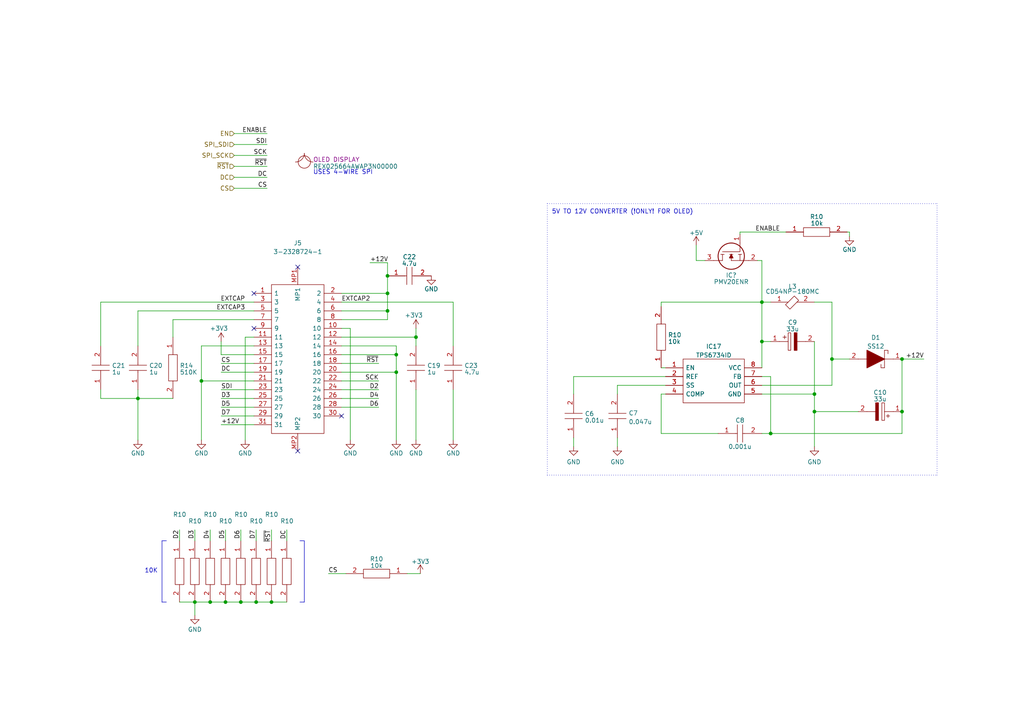
<source format=kicad_sch>
(kicad_sch (version 20230121) (generator eeschema)

  (uuid 3d56f61b-94af-4a26-b0d7-6dda4c5444b5)

  (paper "A4")

  (title_block
    (title "Oro Link")
    (date "2023-06-02")
    (rev "5")
    (company "Oro Operating System")
    (comment 1 "://oro.sh")
    (comment 2 "Joshua Lee Junon")
  )

  (lib_symbols
    (symbol "Oro:BOM Part" (in_bom yes) (on_board no)
      (property "Reference" "B" (at 0 0 0)
        (effects (font (size 1.27 1.27)))
      )
      (property "Value" "BOM Part" (at 0 -2.54 0)
        (effects (font (size 1.27 1.27)))
      )
      (property "Footprint" "" (at 0 0 0)
        (effects (font (size 1.27 1.27)) hide)
      )
      (property "Datasheet" "" (at 0 0 0)
        (effects (font (size 1.27 1.27)) hide)
      )
      (property "Sim.Enable" "0" (at 0 0 0)
        (effects (font (size 1.27 1.27)) hide)
      )
      (symbol "BOM Part_0_1"
        (arc (start -2.54 0) (mid -2.54 0) (end -2.54 0)
          (stroke (width 0) (type default))
          (fill (type none))
        )
        (arc (start -2.54 0) (mid -0.7439 0.7439) (end 0 2.54)
          (stroke (width 0) (type default))
          (fill (type none))
        )
        (circle (center 0 0) (radius 1.7961)
          (stroke (width 0) (type default))
          (fill (type none))
        )
        (arc (start 0 2.54) (mid 0.7439 0.7439) (end 2.54 0)
          (stroke (width 0) (type default))
          (fill (type none))
        )
      )
    )
    (symbol "Oro:FerriteBead" (pin_names (offset 0.762)) (in_bom yes) (on_board yes)
      (property "Reference" "FB" (at 6.096 -3.302 0)
        (effects (font (size 1.27 1.27)))
      )
      (property "Value" "FERRITE BEAD" (at 6.096 -4.064 0)
        (effects (font (size 1.27 1.27)) (justify top))
      )
      (property "Footprint" "" (at 2.54 -16.51 0)
        (effects (font (size 1.27 1.27)) (justify left) hide)
      )
      (property "Datasheet" "" (at 0 -16.51 0)
        (effects (font (size 1.27 1.27)) (justify left) hide)
      )
      (property "Height" "" (at -5.08 -16.51 0)
        (effects (font (size 1.27 1.27)) (justify left) hide)
      )
      (property "Description" "" (at -2.54 -16.51 0)
        (effects (font (size 1.27 1.27)) (justify left) hide)
      )
      (property "Manufacturer_Name" "" (at -7.62 -16.51 0)
        (effects (font (size 1.27 1.27)) (justify left) hide)
      )
      (property "Manufacturer_Part_Number" "" (at -10.16 -16.51 0)
        (effects (font (size 1.27 1.27)) (justify left) hide)
      )
      (property "Mouser Part Number" "" (at -12.7 -16.51 0)
        (effects (font (size 1.27 1.27)) (justify left) hide)
      )
      (property "Mouser Price/Stock" "" (at -15.24 -16.51 0)
        (effects (font (size 1.27 1.27)) (justify left) hide)
      )
      (property "Arrow Part Number" "" (at -17.78 -16.51 0)
        (effects (font (size 1.27 1.27)) (justify left) hide)
      )
      (property "Arrow Price/Stock" "" (at -20.32 -16.51 0)
        (effects (font (size 1.27 1.27)) (justify left) hide)
      )
      (symbol "FerriteBead_0_0"
        (pin passive line (at 0 0 0) (length 5.08)
          (name "1" (effects (font (size 0 0))))
          (number "1" (effects (font (size 1.27 1.27))))
        )
        (pin passive line (at 12.7 0 180) (length 5.08)
          (name "2" (effects (font (size 0 0))))
          (number "2" (effects (font (size 1.27 1.27))))
        )
      )
      (symbol "FerriteBead_0_1"
        (polyline
          (pts
            (xy 4.318 -0.762)
            (xy 6.858 1.778)
            (xy 8.128 0.508)
            (xy 5.588 -2.032)
            (xy 4.318 -0.762)
          )
          (stroke (width 0.1524) (type solid))
          (fill (type none))
        )
      )
    )
    (symbol "SamacSys_Parts:0603YD105KAT2A" (pin_names (offset 0.762)) (in_bom yes) (on_board yes)
      (property "Reference" "C" (at 8.89 6.35 0)
        (effects (font (size 1.27 1.27)) (justify left))
      )
      (property "Value" "0603YD105KAT2A" (at 8.89 3.81 0)
        (effects (font (size 1.27 1.27)) (justify left))
      )
      (property "Footprint" "CAPC1608X90N" (at 8.89 1.27 0)
        (effects (font (size 1.27 1.27)) (justify left) hide)
      )
      (property "Datasheet" "http://datasheets.avx.com/cx5r.pdf" (at 8.89 -1.27 0)
        (effects (font (size 1.27 1.27)) (justify left) hide)
      )
      (property "Description" "AVX 1uF  /-10% 16 V dc X5R Dielectric SMD Ceramic Multilayer Capacitor 0603" (at 8.89 -3.81 0)
        (effects (font (size 1.27 1.27)) (justify left) hide)
      )
      (property "Height" "0.9" (at 8.89 -6.35 0)
        (effects (font (size 1.27 1.27)) (justify left) hide)
      )
      (property "Manufacturer_Name" "AVX" (at 8.89 -8.89 0)
        (effects (font (size 1.27 1.27)) (justify left) hide)
      )
      (property "Manufacturer_Part_Number" "0603YD105KAT2A" (at 8.89 -11.43 0)
        (effects (font (size 1.27 1.27)) (justify left) hide)
      )
      (property "Mouser Part Number" "581-0603YD105K" (at 8.89 -13.97 0)
        (effects (font (size 1.27 1.27)) (justify left) hide)
      )
      (property "Mouser Price/Stock" "https://www.mouser.co.uk/ProductDetail/AVX/0603YD105KAT2A?qs=Gc704lYbI0yxwip%252B5td8dA%3D%3D" (at 8.89 -16.51 0)
        (effects (font (size 1.27 1.27)) (justify left) hide)
      )
      (property "Arrow Part Number" "0603YD105KAT2A" (at 8.89 -19.05 0)
        (effects (font (size 1.27 1.27)) (justify left) hide)
      )
      (property "Arrow Price/Stock" "https://www.arrow.com/en/products/0603yd105kat2a/avx" (at 8.89 -21.59 0)
        (effects (font (size 1.27 1.27)) (justify left) hide)
      )
      (property "ki_description" "AVX 1uF  /-10% 16 V dc X5R Dielectric SMD Ceramic Multilayer Capacitor 0603" (at 0 0 0)
        (effects (font (size 1.27 1.27)) hide)
      )
      (symbol "0603YD105KAT2A_0_0"
        (pin passive line (at 0 0 0) (length 5.08)
          (name "~" (effects (font (size 1.27 1.27))))
          (number "1" (effects (font (size 1.27 1.27))))
        )
        (pin passive line (at 12.7 0 180) (length 5.08)
          (name "~" (effects (font (size 1.27 1.27))))
          (number "2" (effects (font (size 1.27 1.27))))
        )
      )
      (symbol "0603YD105KAT2A_0_1"
        (polyline
          (pts
            (xy 5.08 0)
            (xy 5.588 0)
          )
          (stroke (width 0.1524) (type solid))
          (fill (type none))
        )
        (polyline
          (pts
            (xy 5.588 2.54)
            (xy 5.588 -2.54)
          )
          (stroke (width 0.1524) (type solid))
          (fill (type none))
        )
        (polyline
          (pts
            (xy 7.112 0)
            (xy 7.62 0)
          )
          (stroke (width 0.1524) (type solid))
          (fill (type none))
        )
        (polyline
          (pts
            (xy 7.112 2.54)
            (xy 7.112 -2.54)
          )
          (stroke (width 0.1524) (type solid))
          (fill (type none))
        )
      )
    )
    (symbol "SamacSys_Parts:293D336X9016C2TE3" (pin_names (offset 0.762)) (in_bom yes) (on_board yes)
      (property "Reference" "C" (at 8.89 6.35 0)
        (effects (font (size 1.27 1.27)) (justify left))
      )
      (property "Value" "293D336X9016C2TE3" (at 8.89 3.81 0)
        (effects (font (size 1.27 1.27)) (justify left))
      )
      (property "Footprint" "CAPPM6032X280N" (at 8.89 1.27 0)
        (effects (font (size 1.27 1.27)) (justify left) hide)
      )
      (property "Datasheet" "http://www.vishay.com/docs/40002/293d.pdf" (at 8.89 -1.27 0)
        (effects (font (size 1.27 1.27)) (justify left) hide)
      )
      (property "Description" "Solid Tantalum Surface Mount Chip Capacitors TANTAMOUNT(TM), Molded Case, Standard Industrial Grade" (at 8.89 -3.81 0)
        (effects (font (size 1.27 1.27)) (justify left) hide)
      )
      (property "Height" "2.8" (at 8.89 -6.35 0)
        (effects (font (size 1.27 1.27)) (justify left) hide)
      )
      (property "Manufacturer_Name" "Vishay" (at 8.89 -8.89 0)
        (effects (font (size 1.27 1.27)) (justify left) hide)
      )
      (property "Manufacturer_Part_Number" "293D336X9016C2TE3" (at 8.89 -11.43 0)
        (effects (font (size 1.27 1.27)) (justify left) hide)
      )
      (property "Mouser Part Number" "74-293D336X9016C2TE3" (at 8.89 -13.97 0)
        (effects (font (size 1.27 1.27)) (justify left) hide)
      )
      (property "Mouser Price/Stock" "https://www.mouser.co.uk/ProductDetail/Vishay-Sprague/293D336X9016C2TE3?qs=CH3Q5FKf4qDq3CSOTLHRZw%3D%3D" (at 8.89 -16.51 0)
        (effects (font (size 1.27 1.27)) (justify left) hide)
      )
      (property "Arrow Part Number" "293D336X9016C2TE3" (at 8.89 -19.05 0)
        (effects (font (size 1.27 1.27)) (justify left) hide)
      )
      (property "Arrow Price/Stock" "https://www.arrow.com/en/products/293d336x9016c2te3/vishay" (at 8.89 -21.59 0)
        (effects (font (size 1.27 1.27)) (justify left) hide)
      )
      (property "ki_description" "Solid Tantalum Surface Mount Chip Capacitors TANTAMOUNT(TM), Molded Case, Standard Industrial Grade" (at 0 0 0)
        (effects (font (size 1.27 1.27)) hide)
      )
      (symbol "293D336X9016C2TE3_0_0"
        (pin passive line (at 0 0 0) (length 2.54)
          (name "~" (effects (font (size 1.27 1.27))))
          (number "1" (effects (font (size 1.27 1.27))))
        )
        (pin passive line (at 12.7 0 180) (length 2.54)
          (name "~" (effects (font (size 1.27 1.27))))
          (number "2" (effects (font (size 1.27 1.27))))
        )
      )
      (symbol "293D336X9016C2TE3_0_1"
        (polyline
          (pts
            (xy 2.54 0)
            (xy 5.08 0)
          )
          (stroke (width 0.1524) (type solid))
          (fill (type none))
        )
        (polyline
          (pts
            (xy 4.064 1.778)
            (xy 4.064 0.762)
          )
          (stroke (width 0.1524) (type solid))
          (fill (type none))
        )
        (polyline
          (pts
            (xy 4.572 1.27)
            (xy 3.556 1.27)
          )
          (stroke (width 0.1524) (type solid))
          (fill (type none))
        )
        (polyline
          (pts
            (xy 7.62 0)
            (xy 10.16 0)
          )
          (stroke (width 0.1524) (type solid))
          (fill (type none))
        )
        (polyline
          (pts
            (xy 5.08 2.54)
            (xy 5.08 -2.54)
            (xy 5.842 -2.54)
            (xy 5.842 2.54)
            (xy 5.08 2.54)
          )
          (stroke (width 0.1524) (type solid))
          (fill (type none))
        )
        (polyline
          (pts
            (xy 7.62 2.54)
            (xy 7.62 -2.54)
            (xy 6.858 -2.54)
            (xy 6.858 2.54)
            (xy 7.62 2.54)
          )
          (stroke (width 0.254) (type solid))
          (fill (type outline))
        )
      )
    )
    (symbol "SamacSys_Parts:3-2328724-1" (pin_names (offset 0.762)) (in_bom yes) (on_board yes)
      (property "Reference" "J" (at 49.53 12.7 0)
        (effects (font (size 1.27 1.27)) (justify left))
      )
      (property "Value" "3-2328724-1" (at 49.53 10.16 0)
        (effects (font (size 1.27 1.27)) (justify left))
      )
      (property "Footprint" "323287241" (at 49.53 7.62 0)
        (effects (font (size 1.27 1.27)) (justify left) hide)
      )
      (property "Datasheet" "https://datasheet.datasheetarchive.com/originals/distributors/DKDS42/DSANUWW0052082.pdf" (at 49.53 5.08 0)
        (effects (font (size 1.27 1.27)) (justify left) hide)
      )
      (property "Description" "AMP - TE CONNECTIVITY - 3-2328724-1 - CONNECTOR, FPC, R/A, 31POS, 1ROW, 0.3MM" (at 49.53 2.54 0)
        (effects (font (size 1.27 1.27)) (justify left) hide)
      )
      (property "Height" "1.1" (at 49.53 0 0)
        (effects (font (size 1.27 1.27)) (justify left) hide)
      )
      (property "Manufacturer_Name" "TE Connectivity" (at 49.53 -2.54 0)
        (effects (font (size 1.27 1.27)) (justify left) hide)
      )
      (property "Manufacturer_Part_Number" "3-2328724-1" (at 49.53 -5.08 0)
        (effects (font (size 1.27 1.27)) (justify left) hide)
      )
      (property "Mouser Part Number" "571-3-2328724-1" (at 49.53 -7.62 0)
        (effects (font (size 1.27 1.27)) (justify left) hide)
      )
      (property "Mouser Price/Stock" "https://www.mouser.co.uk/ProductDetail/TE-Connectivity/3-2328724-1?qs=w%2Fv1CP2dgqp0EQ60RbjzYQ%3D%3D" (at 49.53 -10.16 0)
        (effects (font (size 1.27 1.27)) (justify left) hide)
      )
      (property "Arrow Part Number" "3-2328724-1" (at 49.53 -12.7 0)
        (effects (font (size 1.27 1.27)) (justify left) hide)
      )
      (property "Arrow Price/Stock" "https://www.arrow.com/en/products/3-2328724-1/te-connectivity?region=nac" (at 49.53 -15.24 0)
        (effects (font (size 1.27 1.27)) (justify left) hide)
      )
      (property "Mouser Testing Part Number" "" (at 49.53 -17.78 0)
        (effects (font (size 1.27 1.27)) (justify left) hide)
      )
      (property "Mouser Testing Price/Stock" "" (at 49.53 -20.32 0)
        (effects (font (size 1.27 1.27)) (justify left) hide)
      )
      (property "ki_description" "AMP - TE CONNECTIVITY - 3-2328724-1 - CONNECTOR, FPC, R/A, 31POS, 1ROW, 0.3MM" (at 0 0 0)
        (effects (font (size 1.27 1.27)) hide)
      )
      (symbol "3-2328724-1_0_0"
        (pin passive line (at 7.62 -12.7 90) (length 5.08)
          (name "1" (effects (font (size 1.27 1.27))))
          (number "1" (effects (font (size 1.27 1.27))))
        )
        (pin passive line (at 17.78 12.7 270) (length 5.08)
          (name "10" (effects (font (size 1.27 1.27))))
          (number "10" (effects (font (size 1.27 1.27))))
        )
        (pin passive line (at 20.32 -12.7 90) (length 5.08)
          (name "11" (effects (font (size 1.27 1.27))))
          (number "11" (effects (font (size 1.27 1.27))))
        )
        (pin passive line (at 20.32 12.7 270) (length 5.08)
          (name "12" (effects (font (size 1.27 1.27))))
          (number "12" (effects (font (size 1.27 1.27))))
        )
        (pin passive line (at 22.86 -12.7 90) (length 5.08)
          (name "13" (effects (font (size 1.27 1.27))))
          (number "13" (effects (font (size 1.27 1.27))))
        )
        (pin passive line (at 22.86 12.7 270) (length 5.08)
          (name "14" (effects (font (size 1.27 1.27))))
          (number "14" (effects (font (size 1.27 1.27))))
        )
        (pin passive line (at 25.4 -12.7 90) (length 5.08)
          (name "15" (effects (font (size 1.27 1.27))))
          (number "15" (effects (font (size 1.27 1.27))))
        )
        (pin passive line (at 25.4 12.7 270) (length 5.08)
          (name "16" (effects (font (size 1.27 1.27))))
          (number "16" (effects (font (size 1.27 1.27))))
        )
        (pin passive line (at 27.94 -12.7 90) (length 5.08)
          (name "17" (effects (font (size 1.27 1.27))))
          (number "17" (effects (font (size 1.27 1.27))))
        )
        (pin passive line (at 27.94 12.7 270) (length 5.08)
          (name "18" (effects (font (size 1.27 1.27))))
          (number "18" (effects (font (size 1.27 1.27))))
        )
        (pin passive line (at 30.48 -12.7 90) (length 5.08)
          (name "19" (effects (font (size 1.27 1.27))))
          (number "19" (effects (font (size 1.27 1.27))))
        )
        (pin passive line (at 7.62 12.7 270) (length 5.08)
          (name "2" (effects (font (size 1.27 1.27))))
          (number "2" (effects (font (size 1.27 1.27))))
        )
        (pin passive line (at 30.48 12.7 270) (length 5.08)
          (name "20" (effects (font (size 1.27 1.27))))
          (number "20" (effects (font (size 1.27 1.27))))
        )
        (pin passive line (at 33.02 -12.7 90) (length 5.08)
          (name "21" (effects (font (size 1.27 1.27))))
          (number "21" (effects (font (size 1.27 1.27))))
        )
        (pin passive line (at 33.02 12.7 270) (length 5.08)
          (name "22" (effects (font (size 1.27 1.27))))
          (number "22" (effects (font (size 1.27 1.27))))
        )
        (pin passive line (at 35.56 -12.7 90) (length 5.08)
          (name "23" (effects (font (size 1.27 1.27))))
          (number "23" (effects (font (size 1.27 1.27))))
        )
        (pin passive line (at 35.56 12.7 270) (length 5.08)
          (name "24" (effects (font (size 1.27 1.27))))
          (number "24" (effects (font (size 1.27 1.27))))
        )
        (pin passive line (at 38.1 -12.7 90) (length 5.08)
          (name "25" (effects (font (size 1.27 1.27))))
          (number "25" (effects (font (size 1.27 1.27))))
        )
        (pin passive line (at 38.1 12.7 270) (length 5.08)
          (name "26" (effects (font (size 1.27 1.27))))
          (number "26" (effects (font (size 1.27 1.27))))
        )
        (pin passive line (at 40.64 -12.7 90) (length 5.08)
          (name "27" (effects (font (size 1.27 1.27))))
          (number "27" (effects (font (size 1.27 1.27))))
        )
        (pin passive line (at 40.64 12.7 270) (length 5.08)
          (name "28" (effects (font (size 1.27 1.27))))
          (number "28" (effects (font (size 1.27 1.27))))
        )
        (pin passive line (at 43.18 -12.7 90) (length 5.08)
          (name "29" (effects (font (size 1.27 1.27))))
          (number "29" (effects (font (size 1.27 1.27))))
        )
        (pin passive line (at 10.16 -12.7 90) (length 5.08)
          (name "3" (effects (font (size 1.27 1.27))))
          (number "3" (effects (font (size 1.27 1.27))))
        )
        (pin passive line (at 43.18 12.7 270) (length 5.08)
          (name "30" (effects (font (size 1.27 1.27))))
          (number "30" (effects (font (size 1.27 1.27))))
        )
        (pin passive line (at 45.72 -12.7 90) (length 5.08)
          (name "31" (effects (font (size 1.27 1.27))))
          (number "31" (effects (font (size 1.27 1.27))))
        )
        (pin passive line (at 10.16 12.7 270) (length 5.08)
          (name "4" (effects (font (size 1.27 1.27))))
          (number "4" (effects (font (size 1.27 1.27))))
        )
        (pin passive line (at 12.7 -12.7 90) (length 5.08)
          (name "5" (effects (font (size 1.27 1.27))))
          (number "5" (effects (font (size 1.27 1.27))))
        )
        (pin passive line (at 12.7 12.7 270) (length 5.08)
          (name "6" (effects (font (size 1.27 1.27))))
          (number "6" (effects (font (size 1.27 1.27))))
        )
        (pin passive line (at 15.24 -12.7 90) (length 5.08)
          (name "7" (effects (font (size 1.27 1.27))))
          (number "7" (effects (font (size 1.27 1.27))))
        )
        (pin passive line (at 15.24 12.7 270) (length 5.08)
          (name "8" (effects (font (size 1.27 1.27))))
          (number "8" (effects (font (size 1.27 1.27))))
        )
        (pin passive line (at 17.78 -12.7 90) (length 5.08)
          (name "9" (effects (font (size 1.27 1.27))))
          (number "9" (effects (font (size 1.27 1.27))))
        )
        (pin passive line (at 0 0 0) (length 5.08)
          (name "MP1" (effects (font (size 1.27 1.27))))
          (number "MP1" (effects (font (size 1.27 1.27))))
        )
        (pin passive line (at 53.34 0 180) (length 5.08)
          (name "MP2" (effects (font (size 1.27 1.27))))
          (number "MP2" (effects (font (size 1.27 1.27))))
        )
      )
      (symbol "3-2328724-1_0_1"
        (polyline
          (pts
            (xy 5.08 7.62)
            (xy 48.26 7.62)
            (xy 48.26 -7.62)
            (xy 5.08 -7.62)
            (xy 5.08 7.62)
          )
          (stroke (width 0.1524) (type default))
          (fill (type none))
        )
      )
    )
    (symbol "SamacSys_Parts:C1608X5R1H102K080AA" (pin_names (offset 0.762)) (in_bom yes) (on_board yes)
      (property "Reference" "C" (at 8.89 6.35 0)
        (effects (font (size 1.27 1.27)) (justify left))
      )
      (property "Value" "C1608X5R1H102K080AA" (at 8.89 3.81 0)
        (effects (font (size 1.27 1.27)) (justify left))
      )
      (property "Footprint" "C1608_Commercial" (at 8.89 1.27 0)
        (effects (font (size 1.27 1.27)) (justify left) hide)
      )
      (property "Datasheet" "https://product.tdk.com/system/files/dam/doc/product/capacitor/ceramic/mlcc/catalog/mlcc_commercial_general_en.pdf" (at 8.89 -1.27 0)
        (effects (font (size 1.27 1.27)) (justify left) hide)
      )
      (property "Description" "MULTILAYER CERAMIC CHIP CAPACITORS, 1608, Commercial grade, general (Up to 75V)" (at 8.89 -3.81 0)
        (effects (font (size 1.27 1.27)) (justify left) hide)
      )
      (property "Height" "0.9" (at 8.89 -6.35 0)
        (effects (font (size 1.27 1.27)) (justify left) hide)
      )
      (property "Manufacturer_Name" "TDK" (at 8.89 -8.89 0)
        (effects (font (size 1.27 1.27)) (justify left) hide)
      )
      (property "Manufacturer_Part_Number" "C1608X5R1H102K080AA" (at 8.89 -11.43 0)
        (effects (font (size 1.27 1.27)) (justify left) hide)
      )
      (property "Mouser Part Number" "" (at 8.89 -13.97 0)
        (effects (font (size 1.27 1.27)) (justify left) hide)
      )
      (property "Mouser Price/Stock" "" (at 8.89 -16.51 0)
        (effects (font (size 1.27 1.27)) (justify left) hide)
      )
      (property "Arrow Part Number" "" (at 8.89 -19.05 0)
        (effects (font (size 1.27 1.27)) (justify left) hide)
      )
      (property "Arrow Price/Stock" "" (at 8.89 -21.59 0)
        (effects (font (size 1.27 1.27)) (justify left) hide)
      )
      (property "Mouser Testing Part Number" "" (at 8.89 -24.13 0)
        (effects (font (size 1.27 1.27)) (justify left) hide)
      )
      (property "Mouser Testing Price/Stock" "" (at 8.89 -26.67 0)
        (effects (font (size 1.27 1.27)) (justify left) hide)
      )
      (property "ki_description" "MULTILAYER CERAMIC CHIP CAPACITORS, 1608, Commercial grade, general (Up to 75V)" (at 0 0 0)
        (effects (font (size 1.27 1.27)) hide)
      )
      (symbol "C1608X5R1H102K080AA_0_0"
        (pin passive line (at 0 0 0) (length 5.08)
          (name "~" (effects (font (size 1.27 1.27))))
          (number "1" (effects (font (size 1.27 1.27))))
        )
        (pin passive line (at 12.7 0 180) (length 5.08)
          (name "~" (effects (font (size 1.27 1.27))))
          (number "2" (effects (font (size 1.27 1.27))))
        )
      )
      (symbol "C1608X5R1H102K080AA_0_1"
        (polyline
          (pts
            (xy 5.08 0)
            (xy 5.588 0)
          )
          (stroke (width 0.1524) (type default))
          (fill (type none))
        )
        (polyline
          (pts
            (xy 5.588 2.54)
            (xy 5.588 -2.54)
          )
          (stroke (width 0.1524) (type default))
          (fill (type none))
        )
        (polyline
          (pts
            (xy 7.112 0)
            (xy 7.62 0)
          )
          (stroke (width 0.1524) (type default))
          (fill (type none))
        )
        (polyline
          (pts
            (xy 7.112 2.54)
            (xy 7.112 -2.54)
          )
          (stroke (width 0.1524) (type default))
          (fill (type none))
        )
      )
    )
    (symbol "SamacSys_Parts:C1608X5R1H473K080AA" (pin_names (offset 0.762)) (in_bom yes) (on_board yes)
      (property "Reference" "C" (at 8.89 6.35 0)
        (effects (font (size 1.27 1.27)) (justify left))
      )
      (property "Value" "C1608X5R1H473K080AA" (at 8.89 3.81 0)
        (effects (font (size 1.27 1.27)) (justify left))
      )
      (property "Footprint" "C1608_Commercial" (at 8.89 1.27 0)
        (effects (font (size 1.27 1.27)) (justify left) hide)
      )
      (property "Datasheet" "https://product.tdk.com/system/files/dam/doc/product/capacitor/ceramic/mlcc/catalog/mlcc_commercial_general_en.pdf" (at 8.89 -1.27 0)
        (effects (font (size 1.27 1.27)) (justify left) hide)
      )
      (property "Description" "MULTILAYER CERAMIC CHIP CAPACITORS, 1608, Commercial grade, general (Up to 75V)" (at 8.89 -3.81 0)
        (effects (font (size 1.27 1.27)) (justify left) hide)
      )
      (property "Height" "0.9" (at 8.89 -6.35 0)
        (effects (font (size 1.27 1.27)) (justify left) hide)
      )
      (property "Manufacturer_Name" "TDK" (at 8.89 -8.89 0)
        (effects (font (size 1.27 1.27)) (justify left) hide)
      )
      (property "Manufacturer_Part_Number" "C1608X5R1H473K080AA" (at 8.89 -11.43 0)
        (effects (font (size 1.27 1.27)) (justify left) hide)
      )
      (property "Mouser Part Number" "810-C1608X5R1H473KAA" (at 8.89 -13.97 0)
        (effects (font (size 1.27 1.27)) (justify left) hide)
      )
      (property "Mouser Price/Stock" "https://www.mouser.com/Search/Refine.aspx?Keyword=810-C1608X5R1H473KAA" (at 8.89 -16.51 0)
        (effects (font (size 1.27 1.27)) (justify left) hide)
      )
      (property "Arrow Part Number" "C1608X5R1H473K080AA" (at 8.89 -19.05 0)
        (effects (font (size 1.27 1.27)) (justify left) hide)
      )
      (property "Arrow Price/Stock" "https://www.arrow.com/en/products/c1608x5r1h473k080aa/tdk" (at 8.89 -21.59 0)
        (effects (font (size 1.27 1.27)) (justify left) hide)
      )
      (property "ki_description" "MULTILAYER CERAMIC CHIP CAPACITORS, 1608, Commercial grade, general (Up to 75V)" (at 0 0 0)
        (effects (font (size 1.27 1.27)) hide)
      )
      (symbol "C1608X5R1H473K080AA_0_0"
        (pin passive line (at 0 0 0) (length 5.08)
          (name "~" (effects (font (size 1.27 1.27))))
          (number "1" (effects (font (size 1.27 1.27))))
        )
        (pin passive line (at 12.7 0 180) (length 5.08)
          (name "~" (effects (font (size 1.27 1.27))))
          (number "2" (effects (font (size 1.27 1.27))))
        )
      )
      (symbol "C1608X5R1H473K080AA_0_1"
        (polyline
          (pts
            (xy 5.08 0)
            (xy 5.588 0)
          )
          (stroke (width 0.1524) (type solid))
          (fill (type none))
        )
        (polyline
          (pts
            (xy 5.588 2.54)
            (xy 5.588 -2.54)
          )
          (stroke (width 0.1524) (type solid))
          (fill (type none))
        )
        (polyline
          (pts
            (xy 7.112 0)
            (xy 7.62 0)
          )
          (stroke (width 0.1524) (type solid))
          (fill (type none))
        )
        (polyline
          (pts
            (xy 7.112 2.54)
            (xy 7.112 -2.54)
          )
          (stroke (width 0.1524) (type solid))
          (fill (type none))
        )
      )
    )
    (symbol "SamacSys_Parts:CL21A475KOFNNNE" (pin_names (offset 0.762)) (in_bom yes) (on_board yes)
      (property "Reference" "C" (at 8.89 6.35 0)
        (effects (font (size 1.27 1.27)) (justify left))
      )
      (property "Value" "CL21A475KOFNNNE" (at 8.89 3.81 0)
        (effects (font (size 1.27 1.27)) (justify left))
      )
      (property "Footprint" "CAPC2012X135N" (at 8.89 1.27 0)
        (effects (font (size 1.27 1.27)) (justify left) hide)
      )
      (property "Datasheet" "https://datasheet.datasheetarchive.com/originals/distributors/Datasheets_SAMA/817807cf665cbb43e2eb1572e3d26dfa.pdf" (at 8.89 -1.27 0)
        (effects (font (size 1.27 1.27)) (justify left) hide)
      )
      (property "Description" "Samsung Electro-Mechanics CL21A475KOFNNNE 4.7uF Ceramic Multilayer Capacitor 16V dc +/-10% Tolerance SMD" (at 8.89 -3.81 0)
        (effects (font (size 1.27 1.27)) (justify left) hide)
      )
      (property "Height" "1.35" (at 8.89 -6.35 0)
        (effects (font (size 1.27 1.27)) (justify left) hide)
      )
      (property "Manufacturer_Name" "SAMSUNG" (at 8.89 -8.89 0)
        (effects (font (size 1.27 1.27)) (justify left) hide)
      )
      (property "Manufacturer_Part_Number" "CL21A475KOFNNNE" (at 8.89 -11.43 0)
        (effects (font (size 1.27 1.27)) (justify left) hide)
      )
      (property "Mouser Part Number" "187-CL21A475KOFNNNE" (at 8.89 -13.97 0)
        (effects (font (size 1.27 1.27)) (justify left) hide)
      )
      (property "Mouser Price/Stock" "https://www.mouser.co.uk/ProductDetail/Samsung-Electro-Mechanics/CL21A475KOFNNNE?qs=yOVawPpwOwlqsH7zjiqEfQ%3D%3D" (at 8.89 -16.51 0)
        (effects (font (size 1.27 1.27)) (justify left) hide)
      )
      (property "Arrow Part Number" "CL21A475KOFNNNE" (at 8.89 -19.05 0)
        (effects (font (size 1.27 1.27)) (justify left) hide)
      )
      (property "Arrow Price/Stock" "https://www.arrow.com/en/products/cl21a475kofnnne/samsung-electro-mechanics?region=europe" (at 8.89 -21.59 0)
        (effects (font (size 1.27 1.27)) (justify left) hide)
      )
      (property "ki_description" "Samsung Electro-Mechanics CL21A475KOFNNNE 4.7uF Ceramic Multilayer Capacitor 16V dc +/-10% Tolerance SMD" (at 0 0 0)
        (effects (font (size 1.27 1.27)) hide)
      )
      (symbol "CL21A475KOFNNNE_0_0"
        (pin passive line (at 0 0 0) (length 5.08)
          (name "~" (effects (font (size 1.27 1.27))))
          (number "1" (effects (font (size 1.27 1.27))))
        )
        (pin passive line (at 12.7 0 180) (length 5.08)
          (name "~" (effects (font (size 1.27 1.27))))
          (number "2" (effects (font (size 1.27 1.27))))
        )
      )
      (symbol "CL21A475KOFNNNE_0_1"
        (polyline
          (pts
            (xy 5.08 0)
            (xy 5.588 0)
          )
          (stroke (width 0.1524) (type solid))
          (fill (type none))
        )
        (polyline
          (pts
            (xy 5.588 2.54)
            (xy 5.588 -2.54)
          )
          (stroke (width 0.1524) (type solid))
          (fill (type none))
        )
        (polyline
          (pts
            (xy 7.112 0)
            (xy 7.62 0)
          )
          (stroke (width 0.1524) (type solid))
          (fill (type none))
        )
        (polyline
          (pts
            (xy 7.112 2.54)
            (xy 7.112 -2.54)
          )
          (stroke (width 0.1524) (type solid))
          (fill (type none))
        )
      )
    )
    (symbol "SamacSys_Parts:CL21B103KBANNNC" (pin_names (offset 0.762)) (in_bom yes) (on_board yes)
      (property "Reference" "C" (at 8.89 6.35 0)
        (effects (font (size 1.27 1.27)) (justify left))
      )
      (property "Value" "CL21B103KBANNNC" (at 8.89 3.81 0)
        (effects (font (size 1.27 1.27)) (justify left))
      )
      (property "Footprint" "CAPC2012X75N" (at 8.89 1.27 0)
        (effects (font (size 1.27 1.27)) (justify left) hide)
      )
      (property "Datasheet" "https://datasheet.datasheetarchive.com/originals/distributors/Datasheets_SAMA/97c54fb7f716f6f5bd35dfc2c9b17795.pdf" (at 8.89 -1.27 0)
        (effects (font (size 1.27 1.27)) (justify left) hide)
      )
      (property "Description" "Samsung Electro-Mechanics 0805 CL 10nF Ceramic Multilayer Capacitor, 50 V, +125C, X7R Dielectric, +/-10% SMD" (at 8.89 -3.81 0)
        (effects (font (size 1.27 1.27)) (justify left) hide)
      )
      (property "Height" "0.75" (at 8.89 -6.35 0)
        (effects (font (size 1.27 1.27)) (justify left) hide)
      )
      (property "Manufacturer_Name" "SAMSUNG" (at 8.89 -8.89 0)
        (effects (font (size 1.27 1.27)) (justify left) hide)
      )
      (property "Manufacturer_Part_Number" "CL21B103KBANNNC" (at 8.89 -11.43 0)
        (effects (font (size 1.27 1.27)) (justify left) hide)
      )
      (property "Mouser Part Number" "187-CL21B103KBANNNC" (at 8.89 -13.97 0)
        (effects (font (size 1.27 1.27)) (justify left) hide)
      )
      (property "Mouser Price/Stock" "https://www.mouser.co.uk/ProductDetail/Samsung-Electro-Mechanics/CL21B103KBANNNC?qs=349EhDEZ59oTK9iJ%2FqCMuw%3D%3D" (at 8.89 -16.51 0)
        (effects (font (size 1.27 1.27)) (justify left) hide)
      )
      (property "Arrow Part Number" "CL21B103KBANNNC" (at 8.89 -19.05 0)
        (effects (font (size 1.27 1.27)) (justify left) hide)
      )
      (property "Arrow Price/Stock" "https://www.arrow.com/en/products/cl21b103kbannnc/samsung-electro-mechanics?region=europe" (at 8.89 -21.59 0)
        (effects (font (size 1.27 1.27)) (justify left) hide)
      )
      (property "Mouser Testing Part Number" "" (at 8.89 -24.13 0)
        (effects (font (size 1.27 1.27)) (justify left) hide)
      )
      (property "Mouser Testing Price/Stock" "" (at 8.89 -26.67 0)
        (effects (font (size 1.27 1.27)) (justify left) hide)
      )
      (property "ki_description" "Samsung Electro-Mechanics 0805 CL 10nF Ceramic Multilayer Capacitor, 50 V, +125C, X7R Dielectric, +/-10% SMD" (at 0 0 0)
        (effects (font (size 1.27 1.27)) hide)
      )
      (symbol "CL21B103KBANNNC_0_0"
        (pin passive line (at 0 0 0) (length 5.08)
          (name "~" (effects (font (size 1.27 1.27))))
          (number "1" (effects (font (size 1.27 1.27))))
        )
        (pin passive line (at 12.7 0 180) (length 5.08)
          (name "~" (effects (font (size 1.27 1.27))))
          (number "2" (effects (font (size 1.27 1.27))))
        )
      )
      (symbol "CL21B103KBANNNC_0_1"
        (polyline
          (pts
            (xy 5.08 0)
            (xy 5.588 0)
          )
          (stroke (width 0.1524) (type default))
          (fill (type none))
        )
        (polyline
          (pts
            (xy 5.588 2.54)
            (xy 5.588 -2.54)
          )
          (stroke (width 0.1524) (type default))
          (fill (type none))
        )
        (polyline
          (pts
            (xy 7.112 0)
            (xy 7.62 0)
          )
          (stroke (width 0.1524) (type default))
          (fill (type none))
        )
        (polyline
          (pts
            (xy 7.112 2.54)
            (xy 7.112 -2.54)
          )
          (stroke (width 0.1524) (type default))
          (fill (type none))
        )
      )
    )
    (symbol "SamacSys_Parts:CR0603-JW-514ELF" (pin_names (offset 0.762)) (in_bom yes) (on_board yes)
      (property "Reference" "R" (at 13.97 6.35 0)
        (effects (font (size 1.27 1.27)) (justify left))
      )
      (property "Value" "CR0603-JW-514ELF" (at 13.97 3.81 0)
        (effects (font (size 1.27 1.27)) (justify left))
      )
      (property "Footprint" "RESC1608X55N" (at 13.97 1.27 0)
        (effects (font (size 1.27 1.27)) (justify left) hide)
      )
      (property "Datasheet" "https://www.bourns.com/pdfs/chpreztr.pdf" (at 13.97 -1.27 0)
        (effects (font (size 1.27 1.27)) (justify left) hide)
      )
      (property "Description" "Thick Film Resistors - SMD 510K ohm 5%" (at 13.97 -3.81 0)
        (effects (font (size 1.27 1.27)) (justify left) hide)
      )
      (property "Height" "0.55" (at 13.97 -6.35 0)
        (effects (font (size 1.27 1.27)) (justify left) hide)
      )
      (property "Manufacturer_Name" "Bourns" (at 13.97 -8.89 0)
        (effects (font (size 1.27 1.27)) (justify left) hide)
      )
      (property "Manufacturer_Part_Number" "CR0603-JW-514ELF" (at 13.97 -11.43 0)
        (effects (font (size 1.27 1.27)) (justify left) hide)
      )
      (property "Mouser Part Number" "652-CR0603JW-514ELF" (at 13.97 -13.97 0)
        (effects (font (size 1.27 1.27)) (justify left) hide)
      )
      (property "Mouser Price/Stock" "https://www.mouser.co.uk/ProductDetail/Bourns/CR0603-JW-514ELF?qs=tknLyCMIRbO2DmI%2FxH6p%2Fg%3D%3D" (at 13.97 -16.51 0)
        (effects (font (size 1.27 1.27)) (justify left) hide)
      )
      (property "Arrow Part Number" "CR0603-JW-514ELF" (at 13.97 -19.05 0)
        (effects (font (size 1.27 1.27)) (justify left) hide)
      )
      (property "Arrow Price/Stock" "https://www.arrow.com/en/products/cr0603-jw-514elf/bourns?region=nac" (at 13.97 -21.59 0)
        (effects (font (size 1.27 1.27)) (justify left) hide)
      )
      (property "ki_description" "Thick Film Resistors - SMD 510K ohm 5%" (at 0 0 0)
        (effects (font (size 1.27 1.27)) hide)
      )
      (symbol "CR0603-JW-514ELF_0_0"
        (pin passive line (at 0 0 0) (length 5.08)
          (name "~" (effects (font (size 1.27 1.27))))
          (number "1" (effects (font (size 1.27 1.27))))
        )
        (pin passive line (at 17.78 0 180) (length 5.08)
          (name "~" (effects (font (size 1.27 1.27))))
          (number "2" (effects (font (size 1.27 1.27))))
        )
      )
      (symbol "CR0603-JW-514ELF_0_1"
        (polyline
          (pts
            (xy 5.08 1.27)
            (xy 12.7 1.27)
            (xy 12.7 -1.27)
            (xy 5.08 -1.27)
            (xy 5.08 1.27)
          )
          (stroke (width 0.1524) (type solid))
          (fill (type none))
        )
      )
    )
    (symbol "SamacSys_Parts:CSD13380F3T" (pin_names (offset 0.762)) (in_bom yes) (on_board yes)
      (property "Reference" "Q" (at 11.43 3.81 0)
        (effects (font (size 1.27 1.27)) (justify left))
      )
      (property "Value" "CSD13380F3T" (at 11.43 1.27 0)
        (effects (font (size 1.27 1.27)) (justify left))
      )
      (property "Footprint" "CSD13380F3T" (at 11.43 -1.27 0)
        (effects (font (size 1.27 1.27)) (justify left) hide)
      )
      (property "Datasheet" "https://www.ti.com/lit/ds/symlink/csd13380f3.pdf?ts=1610053095577" (at 11.43 -3.81 0)
        (effects (font (size 1.27 1.27)) (justify left) hide)
      )
      (property "Description" "12V, N ch NexFET MOSFET, single LGA0.6x0.7, 76mOhm" (at 11.43 -6.35 0)
        (effects (font (size 1.27 1.27)) (justify left) hide)
      )
      (property "Height" "0.35" (at 11.43 -8.89 0)
        (effects (font (size 1.27 1.27)) (justify left) hide)
      )
      (property "Manufacturer_Name" "Texas Instruments" (at 11.43 -11.43 0)
        (effects (font (size 1.27 1.27)) (justify left) hide)
      )
      (property "Manufacturer_Part_Number" "CSD13380F3T" (at 11.43 -13.97 0)
        (effects (font (size 1.27 1.27)) (justify left) hide)
      )
      (property "Mouser Part Number" "595-CSD13380F3T" (at 11.43 -16.51 0)
        (effects (font (size 1.27 1.27)) (justify left) hide)
      )
      (property "Mouser Price/Stock" "https://www.mouser.co.uk/ProductDetail/Texas-Instruments/CSD13380F3T?qs=S8zVn2bBIh85Rpxp8sld8w%3D%3D" (at 11.43 -19.05 0)
        (effects (font (size 1.27 1.27)) (justify left) hide)
      )
      (property "Arrow Part Number" "CSD13380F3T" (at 11.43 -21.59 0)
        (effects (font (size 1.27 1.27)) (justify left) hide)
      )
      (property "Arrow Price/Stock" "https://www.arrow.com/en/products/csd13380f3t/texas-instruments" (at 11.43 -24.13 0)
        (effects (font (size 1.27 1.27)) (justify left) hide)
      )
      (property "Mouser Testing Part Number" "" (at 11.43 -26.67 0)
        (effects (font (size 1.27 1.27)) (justify left) hide)
      )
      (property "Mouser Testing Price/Stock" "" (at 11.43 -29.21 0)
        (effects (font (size 1.27 1.27)) (justify left) hide)
      )
      (property "ki_description" "12V, N ch NexFET MOSFET, single LGA0.6x0.7, 76mOhm" (at 0 0 0)
        (effects (font (size 1.27 1.27)) hide)
      )
      (symbol "CSD13380F3T_0_0"
        (pin passive line (at 0 0 0) (length 2.54)
          (name "~" (effects (font (size 1.27 1.27))))
          (number "1" (effects (font (size 1.27 1.27))))
        )
        (pin passive line (at 7.62 -5.08 90) (length 2.54)
          (name "~" (effects (font (size 1.27 1.27))))
          (number "2" (effects (font (size 1.27 1.27))))
        )
        (pin passive line (at 7.62 10.16 270) (length 2.54)
          (name "~" (effects (font (size 1.27 1.27))))
          (number "3" (effects (font (size 1.27 1.27))))
        )
      )
      (symbol "CSD13380F3T_0_1"
        (polyline
          (pts
            (xy 5.842 -0.508)
            (xy 5.842 0.508)
          )
          (stroke (width 0.1524) (type default))
          (fill (type none))
        )
        (polyline
          (pts
            (xy 5.842 0)
            (xy 7.62 0)
          )
          (stroke (width 0.1524) (type default))
          (fill (type none))
        )
        (polyline
          (pts
            (xy 5.842 2.032)
            (xy 5.842 3.048)
          )
          (stroke (width 0.1524) (type default))
          (fill (type none))
        )
        (polyline
          (pts
            (xy 5.842 5.588)
            (xy 5.842 4.572)
          )
          (stroke (width 0.1524) (type default))
          (fill (type none))
        )
        (polyline
          (pts
            (xy 7.62 2.54)
            (xy 5.842 2.54)
          )
          (stroke (width 0.1524) (type default))
          (fill (type none))
        )
        (polyline
          (pts
            (xy 7.62 2.54)
            (xy 7.62 -2.54)
          )
          (stroke (width 0.1524) (type default))
          (fill (type none))
        )
        (polyline
          (pts
            (xy 7.62 5.08)
            (xy 5.842 5.08)
          )
          (stroke (width 0.1524) (type default))
          (fill (type none))
        )
        (polyline
          (pts
            (xy 7.62 5.08)
            (xy 7.62 7.62)
          )
          (stroke (width 0.1524) (type default))
          (fill (type none))
        )
        (polyline
          (pts
            (xy 2.54 0)
            (xy 5.08 0)
            (xy 5.08 5.08)
          )
          (stroke (width 0.1524) (type default))
          (fill (type none))
        )
        (polyline
          (pts
            (xy 5.842 2.54)
            (xy 6.858 3.048)
            (xy 6.858 2.032)
            (xy 5.842 2.54)
          )
          (stroke (width 0.254) (type default))
          (fill (type outline))
        )
        (circle (center 6.35 2.54) (radius 3.81)
          (stroke (width 0.254) (type default))
          (fill (type none))
        )
      )
    )
    (symbol "SamacSys_Parts:RK73H1ETTP1002F" (pin_names (offset 0.762)) (in_bom yes) (on_board yes)
      (property "Reference" "R" (at 13.97 6.35 0)
        (effects (font (size 1.27 1.27)) (justify left))
      )
      (property "Value" "RK73H1ETTP1002F" (at 13.97 3.81 0)
        (effects (font (size 1.27 1.27)) (justify left))
      )
      (property "Footprint" "RESC1005X40N" (at 13.97 1.27 0)
        (effects (font (size 1.27 1.27)) (justify left) hide)
      )
      (property "Datasheet" "http://www.koaspeer.com/catimages/Products/RK73-RT/RK73-RT.pdf" (at 13.97 -1.27 0)
        (effects (font (size 1.27 1.27)) (justify left) hide)
      )
      (property "Description" "Resistor,ThickFilm1005,0.063W,10kohm" (at 13.97 -3.81 0)
        (effects (font (size 1.27 1.27)) (justify left) hide)
      )
      (property "Height" "0.4" (at 13.97 -6.35 0)
        (effects (font (size 1.27 1.27)) (justify left) hide)
      )
      (property "Manufacturer_Name" "KOA Speer" (at 13.97 -8.89 0)
        (effects (font (size 1.27 1.27)) (justify left) hide)
      )
      (property "Manufacturer_Part_Number" "RK73H1ETTP1002F" (at 13.97 -11.43 0)
        (effects (font (size 1.27 1.27)) (justify left) hide)
      )
      (property "Mouser Part Number" "660-RK73H1ETTP1002F" (at 13.97 -13.97 0)
        (effects (font (size 1.27 1.27)) (justify left) hide)
      )
      (property "Mouser Price/Stock" "https://www.mouser.co.uk/ProductDetail/KOA-Speer/RK73H1ETTP1002F?qs=uLfVlVfCHH2OZ4JTybrBPQ%3D%3D" (at 13.97 -16.51 0)
        (effects (font (size 1.27 1.27)) (justify left) hide)
      )
      (property "Arrow Part Number" "RK73H1ETTP1002F" (at 13.97 -19.05 0)
        (effects (font (size 1.27 1.27)) (justify left) hide)
      )
      (property "Arrow Price/Stock" "https://www.arrow.com/en/products/rk73h1ettp1002f/koa-speer-electronics?region=nac" (at 13.97 -21.59 0)
        (effects (font (size 1.27 1.27)) (justify left) hide)
      )
      (property "ki_description" "Resistor,ThickFilm1005,0.063W,10kohm" (at 0 0 0)
        (effects (font (size 1.27 1.27)) hide)
      )
      (symbol "RK73H1ETTP1002F_0_0"
        (pin passive line (at 0 0 0) (length 5.08)
          (name "~" (effects (font (size 1.27 1.27))))
          (number "1" (effects (font (size 1.27 1.27))))
        )
        (pin passive line (at 17.78 0 180) (length 5.08)
          (name "~" (effects (font (size 1.27 1.27))))
          (number "2" (effects (font (size 1.27 1.27))))
        )
      )
      (symbol "RK73H1ETTP1002F_0_1"
        (polyline
          (pts
            (xy 5.08 1.27)
            (xy 12.7 1.27)
            (xy 12.7 -1.27)
            (xy 5.08 -1.27)
            (xy 5.08 1.27)
          )
          (stroke (width 0.1524) (type solid))
          (fill (type none))
        )
      )
    )
    (symbol "SamacSys_Parts:SS12" (pin_names (offset 0.762)) (in_bom yes) (on_board yes)
      (property "Reference" "D" (at 12.7 8.89 0)
        (effects (font (size 1.27 1.27)) (justify left))
      )
      (property "Value" "SS12" (at 12.7 6.35 0)
        (effects (font (size 1.27 1.27)) (justify left))
      )
      (property "Footprint" "DIOM5227X250N" (at 12.7 3.81 0)
        (effects (font (size 1.27 1.27)) (justify left) hide)
      )
      (property "Datasheet" "https://datasheet.datasheetarchive.com/originals/distributors/Datasheets-24/DSA-463612.pdf" (at 12.7 1.27 0)
        (effects (font (size 1.27 1.27)) (justify left) hide)
      )
      (property "Description" "ON Semi SS12 SMT Schottky Diode, 20V 1A, 2-Pin DO-214AC" (at 12.7 -1.27 0)
        (effects (font (size 1.27 1.27)) (justify left) hide)
      )
      (property "Height" "2.5" (at 12.7 -3.81 0)
        (effects (font (size 1.27 1.27)) (justify left) hide)
      )
      (property "Manufacturer_Name" "onsemi" (at 12.7 -6.35 0)
        (effects (font (size 1.27 1.27)) (justify left) hide)
      )
      (property "Manufacturer_Part_Number" "SS12" (at 12.7 -8.89 0)
        (effects (font (size 1.27 1.27)) (justify left) hide)
      )
      (property "Mouser Part Number" "512-SS12" (at 12.7 -11.43 0)
        (effects (font (size 1.27 1.27)) (justify left) hide)
      )
      (property "Mouser Price/Stock" "https://www.mouser.co.uk/ProductDetail/ON-Semiconductor-Fairchild/SS12?qs=mVVXn4M53U9WoaEpU1CO0A%3D%3D" (at 12.7 -13.97 0)
        (effects (font (size 1.27 1.27)) (justify left) hide)
      )
      (property "Arrow Part Number" "SS12" (at 12.7 -16.51 0)
        (effects (font (size 1.27 1.27)) (justify left) hide)
      )
      (property "Arrow Price/Stock" "https://www.arrow.com/en/products/ss12/on-semiconductor?region=nac" (at 12.7 -19.05 0)
        (effects (font (size 1.27 1.27)) (justify left) hide)
      )
      (property "Mouser Testing Part Number" "" (at 12.7 -21.59 0)
        (effects (font (size 1.27 1.27)) (justify left) hide)
      )
      (property "Mouser Testing Price/Stock" "" (at 12.7 -24.13 0)
        (effects (font (size 1.27 1.27)) (justify left) hide)
      )
      (property "ki_description" "ON Semi SS12 SMT Schottky Diode, 20V 1A, 2-Pin DO-214AC" (at 0 0 0)
        (effects (font (size 1.27 1.27)) hide)
      )
      (symbol "SS12_0_0"
        (pin passive line (at 2.54 0 0) (length 2.54)
          (name "~" (effects (font (size 1.27 1.27))))
          (number "1" (effects (font (size 1.27 1.27))))
        )
        (pin passive line (at 17.78 0 180) (length 2.54)
          (name "~" (effects (font (size 1.27 1.27))))
          (number "2" (effects (font (size 1.27 1.27))))
        )
      )
      (symbol "SS12_0_1"
        (polyline
          (pts
            (xy 5.08 0)
            (xy 7.62 0)
          )
          (stroke (width 0.1524) (type default))
          (fill (type none))
        )
        (polyline
          (pts
            (xy 7.62 2.54)
            (xy 7.62 -2.54)
          )
          (stroke (width 0.1524) (type default))
          (fill (type none))
        )
        (polyline
          (pts
            (xy 12.7 0)
            (xy 15.24 0)
          )
          (stroke (width 0.1524) (type default))
          (fill (type none))
        )
        (polyline
          (pts
            (xy 7.62 -2.54)
            (xy 6.604 -2.54)
            (xy 6.604 -1.524)
          )
          (stroke (width 0.1524) (type default))
          (fill (type none))
        )
        (polyline
          (pts
            (xy 7.62 2.54)
            (xy 8.636 2.54)
            (xy 8.636 1.524)
          )
          (stroke (width 0.1524) (type default))
          (fill (type none))
        )
        (polyline
          (pts
            (xy 7.62 0)
            (xy 12.7 2.54)
            (xy 12.7 -2.54)
            (xy 7.62 0)
          )
          (stroke (width 0.254) (type default))
          (fill (type outline))
        )
      )
    )
    (symbol "SamacSys_Parts:TPS6734IDR" (pin_names (offset 0.762)) (in_bom yes) (on_board yes)
      (property "Reference" "IC" (at 24.13 7.62 0)
        (effects (font (size 1.27 1.27)) (justify left))
      )
      (property "Value" "TPS6734IDR" (at 24.13 5.08 0)
        (effects (font (size 1.27 1.27)) (justify left))
      )
      (property "Footprint" "SOIC127P600X175-8N" (at 24.13 2.54 0)
        (effects (font (size 1.27 1.27)) (justify left) hide)
      )
      (property "Datasheet" "" (at 24.13 0 0)
        (effects (font (size 1.27 1.27)) (justify left) hide)
      )
      (property "Description" "BOOST-CONVERTER SUPPLY" (at 24.13 -2.54 0)
        (effects (font (size 1.27 1.27)) (justify left) hide)
      )
      (property "Height" "" (at 24.13 -5.08 0)
        (effects (font (size 1.27 1.27)) (justify left) hide)
      )
      (property "Manufacturer_Name" "Texas Instruments" (at 24.13 -7.62 0)
        (effects (font (size 1.27 1.27)) (justify left) hide)
      )
      (property "Manufacturer_Part_Number" "TPS6734IDR" (at 24.13 -10.16 0)
        (effects (font (size 1.27 1.27)) (justify left) hide)
      )
      (property "Mouser Part Number" "595-TPS6734IDR" (at 24.13 -12.7 0)
        (effects (font (size 1.27 1.27)) (justify left) hide)
      )
      (property "Mouser Price/Stock" "https://www.mouser.co.uk/ProductDetail/Texas-Instruments/TPS6734IDR?qs=bvpNxolhIUOu6nlgqpb6YQ%3D%3D" (at 24.13 -15.24 0)
        (effects (font (size 1.27 1.27)) (justify left) hide)
      )
      (property "Arrow Part Number" "TPS6734IDR" (at 24.13 -17.78 0)
        (effects (font (size 1.27 1.27)) (justify left) hide)
      )
      (property "Arrow Price/Stock" "https://www.arrow.com/en/products/tps6734idr/texas-instruments" (at 24.13 -20.32 0)
        (effects (font (size 1.27 1.27)) (justify left) hide)
      )
      (property "Mouser Testing Part Number" "" (at 24.13 -22.86 0)
        (effects (font (size 1.27 1.27)) (justify left) hide)
      )
      (property "Mouser Testing Price/Stock" "" (at 24.13 -25.4 0)
        (effects (font (size 1.27 1.27)) (justify left) hide)
      )
      (property "ki_description" "BOOST-CONVERTER SUPPLY" (at 0 0 0)
        (effects (font (size 1.27 1.27)) hide)
      )
      (symbol "TPS6734IDR_0_0"
        (pin passive line (at 0 0 0) (length 5.08)
          (name "EN" (effects (font (size 1.27 1.27))))
          (number "1" (effects (font (size 1.27 1.27))))
        )
        (pin passive line (at 0 -2.54 0) (length 5.08)
          (name "REF" (effects (font (size 1.27 1.27))))
          (number "2" (effects (font (size 1.27 1.27))))
        )
        (pin passive line (at 0 -5.08 0) (length 5.08)
          (name "SS" (effects (font (size 1.27 1.27))))
          (number "3" (effects (font (size 1.27 1.27))))
        )
        (pin passive line (at 0 -7.62 0) (length 5.08)
          (name "COMP" (effects (font (size 1.27 1.27))))
          (number "4" (effects (font (size 1.27 1.27))))
        )
        (pin passive line (at 27.94 -7.62 180) (length 5.08)
          (name "GND" (effects (font (size 1.27 1.27))))
          (number "5" (effects (font (size 1.27 1.27))))
        )
        (pin passive line (at 27.94 -5.08 180) (length 5.08)
          (name "OUT" (effects (font (size 1.27 1.27))))
          (number "6" (effects (font (size 1.27 1.27))))
        )
        (pin passive line (at 27.94 -2.54 180) (length 5.08)
          (name "FB" (effects (font (size 1.27 1.27))))
          (number "7" (effects (font (size 1.27 1.27))))
        )
        (pin passive line (at 27.94 0 180) (length 5.08)
          (name "VCC" (effects (font (size 1.27 1.27))))
          (number "8" (effects (font (size 1.27 1.27))))
        )
      )
      (symbol "TPS6734IDR_0_1"
        (polyline
          (pts
            (xy 5.08 2.54)
            (xy 22.86 2.54)
            (xy 22.86 -10.16)
            (xy 5.08 -10.16)
            (xy 5.08 2.54)
          )
          (stroke (width 0.1524) (type default))
          (fill (type none))
        )
      )
    )
    (symbol "power:+3V3" (power) (pin_names (offset 0)) (in_bom yes) (on_board yes)
      (property "Reference" "#PWR" (at 0 -3.81 0)
        (effects (font (size 1.27 1.27)) hide)
      )
      (property "Value" "+3V3" (at 0 3.556 0)
        (effects (font (size 1.27 1.27)))
      )
      (property "Footprint" "" (at 0 0 0)
        (effects (font (size 1.27 1.27)) hide)
      )
      (property "Datasheet" "" (at 0 0 0)
        (effects (font (size 1.27 1.27)) hide)
      )
      (property "ki_keywords" "global power" (at 0 0 0)
        (effects (font (size 1.27 1.27)) hide)
      )
      (property "ki_description" "Power symbol creates a global label with name \"+3V3\"" (at 0 0 0)
        (effects (font (size 1.27 1.27)) hide)
      )
      (symbol "+3V3_0_1"
        (polyline
          (pts
            (xy -0.762 1.27)
            (xy 0 2.54)
          )
          (stroke (width 0) (type default))
          (fill (type none))
        )
        (polyline
          (pts
            (xy 0 0)
            (xy 0 2.54)
          )
          (stroke (width 0) (type default))
          (fill (type none))
        )
        (polyline
          (pts
            (xy 0 2.54)
            (xy 0.762 1.27)
          )
          (stroke (width 0) (type default))
          (fill (type none))
        )
      )
      (symbol "+3V3_1_1"
        (pin power_in line (at 0 0 90) (length 0) hide
          (name "+3V3" (effects (font (size 1.27 1.27))))
          (number "1" (effects (font (size 1.27 1.27))))
        )
      )
    )
    (symbol "power:+5V" (power) (pin_names (offset 0)) (in_bom yes) (on_board yes)
      (property "Reference" "#PWR" (at 0 -3.81 0)
        (effects (font (size 1.27 1.27)) hide)
      )
      (property "Value" "+5V" (at 0 3.556 0)
        (effects (font (size 1.27 1.27)))
      )
      (property "Footprint" "" (at 0 0 0)
        (effects (font (size 1.27 1.27)) hide)
      )
      (property "Datasheet" "" (at 0 0 0)
        (effects (font (size 1.27 1.27)) hide)
      )
      (property "ki_keywords" "global power" (at 0 0 0)
        (effects (font (size 1.27 1.27)) hide)
      )
      (property "ki_description" "Power symbol creates a global label with name \"+5V\"" (at 0 0 0)
        (effects (font (size 1.27 1.27)) hide)
      )
      (symbol "+5V_0_1"
        (polyline
          (pts
            (xy -0.762 1.27)
            (xy 0 2.54)
          )
          (stroke (width 0) (type default))
          (fill (type none))
        )
        (polyline
          (pts
            (xy 0 0)
            (xy 0 2.54)
          )
          (stroke (width 0) (type default))
          (fill (type none))
        )
        (polyline
          (pts
            (xy 0 2.54)
            (xy 0.762 1.27)
          )
          (stroke (width 0) (type default))
          (fill (type none))
        )
      )
      (symbol "+5V_1_1"
        (pin power_in line (at 0 0 90) (length 0) hide
          (name "+5V" (effects (font (size 1.27 1.27))))
          (number "1" (effects (font (size 1.27 1.27))))
        )
      )
    )
    (symbol "power:GND" (power) (pin_names (offset 0)) (in_bom yes) (on_board yes)
      (property "Reference" "#PWR" (at 0 -6.35 0)
        (effects (font (size 1.27 1.27)) hide)
      )
      (property "Value" "GND" (at 0 -3.81 0)
        (effects (font (size 1.27 1.27)))
      )
      (property "Footprint" "" (at 0 0 0)
        (effects (font (size 1.27 1.27)) hide)
      )
      (property "Datasheet" "" (at 0 0 0)
        (effects (font (size 1.27 1.27)) hide)
      )
      (property "ki_keywords" "global power" (at 0 0 0)
        (effects (font (size 1.27 1.27)) hide)
      )
      (property "ki_description" "Power symbol creates a global label with name \"GND\" , ground" (at 0 0 0)
        (effects (font (size 1.27 1.27)) hide)
      )
      (symbol "GND_0_1"
        (polyline
          (pts
            (xy 0 0)
            (xy 0 -1.27)
            (xy 1.27 -1.27)
            (xy 0 -2.54)
            (xy -1.27 -1.27)
            (xy 0 -1.27)
          )
          (stroke (width 0) (type default))
          (fill (type none))
        )
      )
      (symbol "GND_1_1"
        (pin power_in line (at 0 0 270) (length 0) hide
          (name "GND" (effects (font (size 1.27 1.27))))
          (number "1" (effects (font (size 1.27 1.27))))
        )
      )
    )
  )

  (junction (at 78.74 174.625) (diameter 0) (color 0 0 0 0)
    (uuid 04e35f1b-2705-4394-b573-f25f53dfd9ae)
  )
  (junction (at 65.405 174.625) (diameter 0) (color 0 0 0 0)
    (uuid 0aeb413d-367e-4e31-a4c9-ca5fb4e9099a)
  )
  (junction (at 40.005 115.57) (diameter 0) (color 0 0 0 0)
    (uuid 12fca11e-3f57-4db8-8c6d-b3a13747d635)
  )
  (junction (at 261.62 119.38) (diameter 0) (color 0 0 0 0)
    (uuid 1b6b3001-ccba-435b-90f1-6da32caf3135)
  )
  (junction (at 120.65 97.79) (diameter 0) (color 0 0 0 0)
    (uuid 1df19ef8-8013-4de1-a7c0-9089df83a581)
  )
  (junction (at 223.52 125.73) (diameter 0) (color 0 0 0 0)
    (uuid 2ae650cf-84b8-4ebc-9023-9c0ef70a9740)
  )
  (junction (at 114.935 102.87) (diameter 0) (color 0 0 0 0)
    (uuid 2b8020f1-bb4e-4d50-b4cf-4475b3515556)
  )
  (junction (at 261.62 104.14) (diameter 0) (color 0 0 0 0)
    (uuid 2bbb0af6-3d5d-46cf-8019-1a4a50c98ef2)
  )
  (junction (at 112.395 90.17) (diameter 0) (color 0 0 0 0)
    (uuid 343eebc7-efa7-498b-835c-b0b4551f599f)
  )
  (junction (at 241.3 104.14) (diameter 0) (color 0 0 0 0)
    (uuid 3e685401-824a-45c1-a574-85aefe7dc159)
  )
  (junction (at 112.395 85.09) (diameter 0) (color 0 0 0 0)
    (uuid 484be7b3-2633-4764-967c-358d5c1dbbb9)
  )
  (junction (at 58.42 110.49) (diameter 0) (color 0 0 0 0)
    (uuid 5ae816e1-a4e7-4f9d-8bd5-172bfd0d4cf1)
  )
  (junction (at 220.98 99.06) (diameter 0) (color 0 0 0 0)
    (uuid 64a18f41-ce62-4160-ba78-56c6fa0be932)
  )
  (junction (at 236.22 114.3) (diameter 0) (color 0 0 0 0)
    (uuid 6b6d586e-cc8b-484a-9ce9-dc44039f0c3d)
  )
  (junction (at 60.96 174.625) (diameter 0) (color 0 0 0 0)
    (uuid 86bcc056-4cdd-4ffb-bf16-614bf58116ad)
  )
  (junction (at 69.85 174.625) (diameter 0) (color 0 0 0 0)
    (uuid 9eccc96d-3485-4930-a390-6fcecde9f20b)
  )
  (junction (at 56.515 174.625) (diameter 0) (color 0 0 0 0)
    (uuid a7b438e3-2212-4154-bb8b-aee458773649)
  )
  (junction (at 112.395 80.01) (diameter 0) (color 0 0 0 0)
    (uuid adab245b-75fb-422b-a198-6c2d50e2ceba)
  )
  (junction (at 114.935 107.95) (diameter 0) (color 0 0 0 0)
    (uuid c4808588-2044-44d5-9562-daf751a69112)
  )
  (junction (at 236.22 119.38) (diameter 0) (color 0 0 0 0)
    (uuid cbdf005f-f8a7-4d83-a0ac-460d01b65805)
  )
  (junction (at 74.295 174.625) (diameter 0) (color 0 0 0 0)
    (uuid e18d2b30-87bb-4452-aaab-1f3c6f49b4a8)
  )
  (junction (at 220.98 87.63) (diameter 0) (color 0 0 0 0)
    (uuid f42a0c54-c586-4a8a-a2ea-0230fe0c9b27)
  )

  (no_connect (at 86.36 77.47) (uuid 08d02eaf-0ca0-431c-bc0d-0988fa8e86e3))
  (no_connect (at 99.06 120.65) (uuid 4bef635a-a20c-419b-89fa-69454780f9a1))
  (no_connect (at 73.66 85.09) (uuid 78fec1f8-6fac-4e93-9b5f-17aeda592365))
  (no_connect (at 73.66 95.25) (uuid 8a022b96-30c7-431a-90ba-2f7dad7793ca))
  (no_connect (at 86.36 130.81) (uuid d4a2e0f8-7b1e-4f77-b18f-07399e20023c))

  (wire (pts (xy 193.04 111.76) (xy 179.07 111.76))
    (stroke (width 0) (type default))
    (uuid 03c75337-7c66-4829-b7d6-8a31a8c7c423)
  )
  (wire (pts (xy 64.135 107.95) (xy 73.66 107.95))
    (stroke (width 0) (type default))
    (uuid 052568af-0ca6-4229-9cb3-88e0cd2bbc3a)
  )
  (wire (pts (xy 114.935 107.95) (xy 114.935 127.635))
    (stroke (width 0) (type default))
    (uuid 05eba71c-e654-4312-9a53-260efe95a100)
  )
  (wire (pts (xy 95.25 166.37) (xy 100.33 166.37))
    (stroke (width 0) (type default))
    (uuid 075b75dd-8ff9-44fb-9624-dcb68ebc75c3)
  )
  (wire (pts (xy 107.315 76.2) (xy 112.395 76.2))
    (stroke (width 0) (type default))
    (uuid 0ac07511-ff68-4846-b5d4-da6f5aea7dbd)
  )
  (wire (pts (xy 114.935 100.33) (xy 114.935 102.87))
    (stroke (width 0) (type default))
    (uuid 0e7c88d4-240a-4c45-b2b2-b1f09a27bf5c)
  )
  (wire (pts (xy 246.38 67.31) (xy 246.38 68.58))
    (stroke (width 0) (type default))
    (uuid 13817fbd-5ba0-4c23-aea5-b877580a6dc5)
  )
  (wire (pts (xy 40.005 115.57) (xy 50.165 115.57))
    (stroke (width 0) (type default))
    (uuid 1764b420-c247-42a2-a324-8c98e9fb0dfb)
  )
  (wire (pts (xy 236.22 114.3) (xy 236.22 119.38))
    (stroke (width 0) (type default))
    (uuid 1a70911f-2e16-437c-a722-54916224fc76)
  )
  (wire (pts (xy 67.945 48.26) (xy 77.47 48.26))
    (stroke (width 0) (type default))
    (uuid 1b529b5a-a43d-4070-8755-8a02791e6a7c)
  )
  (wire (pts (xy 220.98 111.76) (xy 241.3 111.76))
    (stroke (width 0) (type default))
    (uuid 1c29a021-4644-4483-b016-120237103c0b)
  )
  (polyline (pts (xy 158.75 59.055) (xy 158.75 137.795))
    (stroke (width 0) (type dot))
    (uuid 22e44418-066c-43df-9c70-7abd9d19b121)
  )

  (wire (pts (xy 223.52 87.63) (xy 220.98 87.63))
    (stroke (width 0) (type default))
    (uuid 24fcfc72-f35e-47c8-b24c-5fd1ad450b9c)
  )
  (wire (pts (xy 67.945 54.61) (xy 77.47 54.61))
    (stroke (width 0) (type default))
    (uuid 2671953f-4c2d-4ebc-b999-4b2e5a647098)
  )
  (wire (pts (xy 40.005 90.17) (xy 73.66 90.17))
    (stroke (width 0) (type default))
    (uuid 2765df78-4c0c-43d0-a358-b52bb8bb401a)
  )
  (wire (pts (xy 64.135 120.65) (xy 73.66 120.65))
    (stroke (width 0) (type default))
    (uuid 29145c4c-dd51-42d1-8337-2626c6f0c325)
  )
  (wire (pts (xy 223.52 125.73) (xy 261.62 125.73))
    (stroke (width 0) (type default))
    (uuid 29eae524-bfa8-4b5a-ac76-d655627f5113)
  )
  (wire (pts (xy 241.3 111.76) (xy 241.3 104.14))
    (stroke (width 0) (type default))
    (uuid 2c16383f-cfea-4850-93ca-c1c6ceb38c32)
  )
  (wire (pts (xy 131.445 127.635) (xy 131.445 113.03))
    (stroke (width 0) (type default))
    (uuid 2c802153-88bf-4dc9-91c3-ad077655b6fc)
  )
  (wire (pts (xy 166.37 127) (xy 166.37 129.54))
    (stroke (width 0) (type default))
    (uuid 2f617350-7954-41fc-81da-c79c865abef6)
  )
  (wire (pts (xy 64.135 105.41) (xy 73.66 105.41))
    (stroke (width 0) (type default))
    (uuid 30b7dc21-37f9-4353-84d8-a8e88a89ac32)
  )
  (wire (pts (xy 179.07 127) (xy 179.07 129.54))
    (stroke (width 0) (type default))
    (uuid 34f81e57-ab96-4eab-b04f-f15d9446428e)
  )
  (wire (pts (xy 179.07 111.76) (xy 179.07 114.3))
    (stroke (width 0) (type default))
    (uuid 391e1f8a-54bc-4fd4-a45a-94583039751b)
  )
  (wire (pts (xy 74.295 153.67) (xy 74.295 156.845))
    (stroke (width 0) (type default))
    (uuid 3c38e28f-5b77-4d4f-9747-4dd651a41a4a)
  )
  (wire (pts (xy 64.135 123.19) (xy 73.66 123.19))
    (stroke (width 0) (type default))
    (uuid 3e39f335-5ac7-4d6d-ab68-4bed3b0860c7)
  )
  (wire (pts (xy 191.77 125.73) (xy 191.77 114.3))
    (stroke (width 0) (type default))
    (uuid 3fbb7968-d486-404f-8626-6d1351b774d6)
  )
  (wire (pts (xy 112.395 90.17) (xy 112.395 92.71))
    (stroke (width 0) (type default))
    (uuid 3fc0e602-7d05-4c9e-9dfb-dbb0b7e489f3)
  )
  (wire (pts (xy 67.945 51.435) (xy 77.47 51.435))
    (stroke (width 0) (type default))
    (uuid 410857e3-d06d-4e67-a264-f50464a91a13)
  )
  (wire (pts (xy 220.98 75.565) (xy 220.98 87.63))
    (stroke (width 0) (type default))
    (uuid 43344174-fa7c-423b-b78d-ea240b40880d)
  )
  (wire (pts (xy 56.515 153.67) (xy 56.515 156.845))
    (stroke (width 0) (type default))
    (uuid 44536609-2dc4-4684-9851-482e22078a87)
  )
  (wire (pts (xy 236.22 87.63) (xy 241.3 87.63))
    (stroke (width 0) (type default))
    (uuid 44f87247-49c1-437a-b15d-89285e559da0)
  )
  (wire (pts (xy 261.62 119.38) (xy 261.62 125.73))
    (stroke (width 0) (type default))
    (uuid 47fb978f-1160-4884-9254-71f7ab7d9ea5)
  )
  (wire (pts (xy 99.06 102.87) (xy 114.935 102.87))
    (stroke (width 0) (type default))
    (uuid 49dbdd1a-ef66-4a8c-b9d5-71ca3b4194e4)
  )
  (wire (pts (xy 64.135 115.57) (xy 73.66 115.57))
    (stroke (width 0) (type default))
    (uuid 49f55639-c85c-455f-bd29-67fe1e0344ae)
  )
  (wire (pts (xy 101.6 95.25) (xy 99.06 95.25))
    (stroke (width 0) (type default))
    (uuid 4afff0dc-ea0e-4d6d-894b-ef561681c253)
  )
  (wire (pts (xy 78.74 153.67) (xy 78.74 156.845))
    (stroke (width 0) (type default))
    (uuid 4c44f00e-cc72-4919-82b4-27f2c8a98127)
  )
  (wire (pts (xy 67.945 41.91) (xy 77.47 41.91))
    (stroke (width 0) (type default))
    (uuid 4f5c7a25-3e2a-49bd-b3b6-65093a57b7ba)
  )
  (wire (pts (xy 58.42 110.49) (xy 58.42 127.635))
    (stroke (width 0) (type default))
    (uuid 55ae2ca3-8517-4c23-bfb2-ad848467fa72)
  )
  (wire (pts (xy 73.66 97.79) (xy 71.12 97.79))
    (stroke (width 0) (type default))
    (uuid 59125311-5412-463a-8b42-95f1194aaa1b)
  )
  (wire (pts (xy 40.005 127.635) (xy 40.005 115.57))
    (stroke (width 0) (type default))
    (uuid 591c4687-37e7-4ac3-be9d-8c337d770555)
  )
  (wire (pts (xy 99.06 113.03) (xy 109.855 113.03))
    (stroke (width 0) (type default))
    (uuid 63a6e548-8c8d-4793-a3ea-7b51dd18bf80)
  )
  (wire (pts (xy 60.96 174.625) (xy 65.405 174.625))
    (stroke (width 0) (type default))
    (uuid 6525fa00-e6c9-47e6-a97a-6fc48a103a57)
  )
  (wire (pts (xy 65.405 153.67) (xy 65.405 156.845))
    (stroke (width 0) (type default))
    (uuid 66005661-3330-450a-8fb1-5e29220a5e2a)
  )
  (wire (pts (xy 99.06 100.33) (xy 114.935 100.33))
    (stroke (width 0) (type default))
    (uuid 68205440-483c-4cd7-88ce-0a92a97f483d)
  )
  (wire (pts (xy 261.62 104.14) (xy 267.97 104.14))
    (stroke (width 0) (type default))
    (uuid 68696ba3-1ed8-406c-9e6d-3fa8b5955ebf)
  )
  (wire (pts (xy 112.395 76.2) (xy 112.395 80.01))
    (stroke (width 0) (type default))
    (uuid 68bb1601-c322-4509-b754-efe152936e7e)
  )
  (wire (pts (xy 99.06 90.17) (xy 112.395 90.17))
    (stroke (width 0) (type default))
    (uuid 6a9ea0b3-6c68-4e09-b2b8-be3a646f2847)
  )
  (wire (pts (xy 112.395 90.17) (xy 112.395 85.09))
    (stroke (width 0) (type default))
    (uuid 6de17ed8-c344-496b-b8ad-a38530e52293)
  )
  (wire (pts (xy 73.66 92.71) (xy 50.165 92.71))
    (stroke (width 0) (type default))
    (uuid 6f4eb358-d9fb-45cb-938b-874c1fcd5e1c)
  )
  (wire (pts (xy 245.745 67.31) (xy 246.38 67.31))
    (stroke (width 0) (type default))
    (uuid 76ea47f9-d889-4cd4-b53c-381401fd29a7)
  )
  (wire (pts (xy 236.22 99.06) (xy 236.22 114.3))
    (stroke (width 0) (type default))
    (uuid 791c7479-25f6-4916-883d-53fc17982d80)
  )
  (wire (pts (xy 29.21 87.63) (xy 73.66 87.63))
    (stroke (width 0) (type default))
    (uuid 7fdf77b7-6dd5-47ea-b1cf-9e43fd8e90d1)
  )
  (wire (pts (xy 99.06 92.71) (xy 112.395 92.71))
    (stroke (width 0) (type default))
    (uuid 89687222-26e4-4d66-b1b8-ddd1c49c8080)
  )
  (wire (pts (xy 120.65 95.25) (xy 120.65 97.79))
    (stroke (width 0) (type default))
    (uuid 8b097171-8852-4a41-9223-27fbd7469711)
  )
  (wire (pts (xy 99.06 115.57) (xy 109.855 115.57))
    (stroke (width 0) (type default))
    (uuid 8d0c8e77-e171-4a72-b51b-ac0f81b73dc9)
  )
  (wire (pts (xy 99.06 118.11) (xy 109.855 118.11))
    (stroke (width 0) (type default))
    (uuid 8f336d82-c369-4919-a148-ff3310f0b9bc)
  )
  (wire (pts (xy 52.07 153.67) (xy 52.07 156.845))
    (stroke (width 0) (type default))
    (uuid 8ffeac31-aa37-4863-8fa2-8c79b28767d7)
  )
  (wire (pts (xy 99.06 110.49) (xy 109.855 110.49))
    (stroke (width 0) (type default))
    (uuid 915ac36e-4f39-4001-9cb4-3036b425b7ab)
  )
  (wire (pts (xy 261.62 104.14) (xy 261.62 119.38))
    (stroke (width 0) (type default))
    (uuid 92ec98ee-9e3b-4fb9-b637-56e855ae393f)
  )
  (wire (pts (xy 65.405 174.625) (xy 69.85 174.625))
    (stroke (width 0) (type default))
    (uuid 931a1e9a-2506-40dc-a9c1-ac072bf92f37)
  )
  (wire (pts (xy 220.98 125.73) (xy 223.52 125.73))
    (stroke (width 0) (type default))
    (uuid 939d323a-1ff8-43c8-8000-9ebc8059e7e5)
  )
  (wire (pts (xy 220.98 87.63) (xy 220.98 99.06))
    (stroke (width 0) (type default))
    (uuid 96775c2e-3d6a-4e7c-a1a2-26b23b80d7cb)
  )
  (wire (pts (xy 112.395 80.01) (xy 112.395 85.09))
    (stroke (width 0) (type default))
    (uuid 9752319e-d616-4614-b479-0dee781ab45a)
  )
  (wire (pts (xy 58.42 100.33) (xy 58.42 110.49))
    (stroke (width 0) (type default))
    (uuid 993b42e3-dbf3-40ad-926d-285d7c71644b)
  )
  (wire (pts (xy 223.52 109.22) (xy 223.52 125.73))
    (stroke (width 0) (type default))
    (uuid 9a9dac17-0e1f-43d1-ac5c-c92596954f11)
  )
  (wire (pts (xy 77.47 38.735) (xy 67.945 38.735))
    (stroke (width 0) (type default))
    (uuid 9ad3577a-02e4-403e-8eeb-71071ee9b936)
  )
  (wire (pts (xy 166.37 109.22) (xy 166.37 114.3))
    (stroke (width 0) (type default))
    (uuid 9bc21487-af38-46f3-ae96-923cc404fdeb)
  )
  (wire (pts (xy 220.98 87.63) (xy 191.77 87.63))
    (stroke (width 0) (type default))
    (uuid 9d12b7f5-3b7a-4af7-ab3d-22ee016e9254)
  )
  (polyline (pts (xy 158.75 59.055) (xy 271.78 59.055))
    (stroke (width 0) (type dot))
    (uuid 9fb15b08-5bae-443d-875a-06d6e25f2e79)
  )

  (wire (pts (xy 220.98 99.06) (xy 220.98 106.68))
    (stroke (width 0) (type default))
    (uuid a2ab6ba4-f16c-4724-97c6-0a5eb6e16c77)
  )
  (wire (pts (xy 73.66 100.33) (xy 58.42 100.33))
    (stroke (width 0) (type default))
    (uuid a41670aa-9be4-485b-ba82-b74186169d9e)
  )
  (wire (pts (xy 120.65 97.79) (xy 120.65 100.33))
    (stroke (width 0) (type default))
    (uuid a8446ce1-0520-4104-82a3-c824201e755c)
  )
  (wire (pts (xy 223.52 99.06) (xy 220.98 99.06))
    (stroke (width 0) (type default))
    (uuid ab9e6158-7eb3-40d1-8ca6-6d817e393031)
  )
  (wire (pts (xy 191.77 87.63) (xy 191.77 88.9))
    (stroke (width 0) (type default))
    (uuid abb6f17f-f261-4af2-a4cd-f071649bede0)
  )
  (wire (pts (xy 64.135 118.11) (xy 73.66 118.11))
    (stroke (width 0) (type default))
    (uuid ae70f1b8-29c1-4015-8b87-4a27ebd138aa)
  )
  (wire (pts (xy 29.21 87.63) (xy 29.21 100.33))
    (stroke (width 0) (type default))
    (uuid b0b1c758-044b-4c1d-8ba9-612457cce265)
  )
  (wire (pts (xy 99.06 97.79) (xy 120.65 97.79))
    (stroke (width 0) (type default))
    (uuid b0c19686-8531-4c6d-ba02-6a56d525753c)
  )
  (wire (pts (xy 201.93 71.12) (xy 201.93 75.565))
    (stroke (width 0) (type default))
    (uuid b3730f9d-074e-452c-a6dc-92d097d5e9c3)
  )
  (wire (pts (xy 114.935 102.87) (xy 114.935 107.95))
    (stroke (width 0) (type default))
    (uuid b39681ea-4d40-4a4b-a674-59b81389e149)
  )
  (wire (pts (xy 56.515 174.625) (xy 60.96 174.625))
    (stroke (width 0) (type default))
    (uuid b8891316-6d21-4638-9056-2701466452c0)
  )
  (wire (pts (xy 191.77 106.68) (xy 193.04 106.68))
    (stroke (width 0) (type default))
    (uuid ba30f1a0-a10a-463b-8cec-c1aaf7cbae8f)
  )
  (wire (pts (xy 214.63 67.31) (xy 227.965 67.31))
    (stroke (width 0) (type default))
    (uuid bbe1cf0d-2b90-47b9-a8d7-2d8d2628cc64)
  )
  (wire (pts (xy 69.85 174.625) (xy 74.295 174.625))
    (stroke (width 0) (type default))
    (uuid bd70c9d1-d184-4f06-b908-33fec4ce6160)
  )
  (wire (pts (xy 99.06 85.09) (xy 112.395 85.09))
    (stroke (width 0) (type default))
    (uuid bdacdb8e-812b-4307-8f30-d1be918777f3)
  )
  (polyline (pts (xy 158.75 137.795) (xy 271.78 137.795))
    (stroke (width 0) (type dot))
    (uuid bdcdc3f7-cef4-4b99-a971-86f549790456)
  )

  (wire (pts (xy 64.135 102.87) (xy 73.66 102.87))
    (stroke (width 0) (type default))
    (uuid bf441e79-04e3-473b-a034-c0774b540b41)
  )
  (wire (pts (xy 40.005 100.33) (xy 40.005 90.17))
    (stroke (width 0) (type default))
    (uuid bf78904c-83dd-41f6-8057-e4e4f2507fe3)
  )
  (wire (pts (xy 52.07 174.625) (xy 56.515 174.625))
    (stroke (width 0) (type default))
    (uuid c0048e68-c0bf-42b3-801e-1f2e31506872)
  )
  (wire (pts (xy 74.295 174.625) (xy 78.74 174.625))
    (stroke (width 0) (type default))
    (uuid c02e382a-da8e-4fd3-b17c-971ce9229e9e)
  )
  (wire (pts (xy 219.71 75.565) (xy 220.98 75.565))
    (stroke (width 0) (type default))
    (uuid c084274e-a199-4ca1-ad43-3e1163f35eb8)
  )
  (wire (pts (xy 220.98 109.22) (xy 223.52 109.22))
    (stroke (width 0) (type default))
    (uuid c2ba1bce-f782-494d-893a-b33d4effecb1)
  )
  (wire (pts (xy 67.945 45.085) (xy 77.47 45.085))
    (stroke (width 0) (type default))
    (uuid c7139204-5601-4bcf-8584-7576e96958d0)
  )
  (wire (pts (xy 214.63 67.31) (xy 214.63 67.945))
    (stroke (width 0) (type default))
    (uuid c740071a-5047-4068-8013-dc70c989ecf7)
  )
  (wire (pts (xy 236.22 119.38) (xy 236.22 129.54))
    (stroke (width 0) (type default))
    (uuid c9ea9a28-a03b-49e6-b48d-eeab6b4f8f27)
  )
  (wire (pts (xy 191.77 114.3) (xy 193.04 114.3))
    (stroke (width 0) (type default))
    (uuid cc42bcd7-ea13-4049-ab8a-4e65a5d98f12)
  )
  (wire (pts (xy 193.04 109.22) (xy 166.37 109.22))
    (stroke (width 0) (type default))
    (uuid cd6fa3e5-e35d-4c13-9d01-60ee523561b2)
  )
  (wire (pts (xy 58.42 110.49) (xy 73.66 110.49))
    (stroke (width 0) (type default))
    (uuid ced4f85e-dc3b-43fb-ba06-6ab91d5f37c7)
  )
  (wire (pts (xy 120.65 127.635) (xy 120.65 113.03))
    (stroke (width 0) (type default))
    (uuid d16af20b-503f-422f-97dc-894e5824fb45)
  )
  (wire (pts (xy 40.005 115.57) (xy 40.005 113.03))
    (stroke (width 0) (type default))
    (uuid d1bc8208-2cd3-4cc3-a95d-15f548fb525a)
  )
  (wire (pts (xy 241.3 104.14) (xy 246.38 104.14))
    (stroke (width 0) (type default))
    (uuid d620d949-c8a4-4f18-bf77-fe0a6e6c3257)
  )
  (wire (pts (xy 99.06 105.41) (xy 109.855 105.41))
    (stroke (width 0) (type default))
    (uuid d7d7d55e-8603-4a52-8f5a-1a8342e79e7e)
  )
  (wire (pts (xy 236.22 119.38) (xy 248.92 119.38))
    (stroke (width 0) (type default))
    (uuid d91b9bfa-981b-487a-bb4d-180028cc1131)
  )
  (wire (pts (xy 99.06 107.95) (xy 114.935 107.95))
    (stroke (width 0) (type default))
    (uuid da5bb8b0-f84c-4073-9edc-ed5df03acd68)
  )
  (wire (pts (xy 83.185 153.67) (xy 83.185 156.845))
    (stroke (width 0) (type default))
    (uuid dee64d33-004b-4cbe-ba6e-ff676bf87753)
  )
  (wire (pts (xy 78.74 174.625) (xy 83.185 174.625))
    (stroke (width 0) (type default))
    (uuid df4805c3-d287-4074-8f19-c0ea56e6cdd7)
  )
  (wire (pts (xy 69.85 153.67) (xy 69.85 156.845))
    (stroke (width 0) (type default))
    (uuid e0232987-d638-4b56-9528-5579530b6651)
  )
  (wire (pts (xy 64.135 99.06) (xy 64.135 102.87))
    (stroke (width 0) (type default))
    (uuid e2c0f589-c750-4ee3-9488-0b1fa6c6f5a5)
  )
  (wire (pts (xy 220.98 114.3) (xy 236.22 114.3))
    (stroke (width 0) (type default))
    (uuid e2fc7a9b-af26-4e79-b9f9-55a05a0e40d1)
  )
  (wire (pts (xy 201.93 75.565) (xy 204.47 75.565))
    (stroke (width 0) (type default))
    (uuid e5670795-b695-4b9f-bcc6-dd9d71915e3a)
  )
  (polyline (pts (xy 271.78 137.795) (xy 271.78 59.055))
    (stroke (width 0) (type dot))
    (uuid e5c6d55c-2f4c-435e-b7df-d934f8ddd696)
  )

  (wire (pts (xy 131.445 87.63) (xy 99.06 87.63))
    (stroke (width 0) (type default))
    (uuid e7959ebf-2467-41b2-82e4-6956fe34eb84)
  )
  (wire (pts (xy 60.96 153.67) (xy 60.96 156.845))
    (stroke (width 0) (type default))
    (uuid eba196c2-c7b6-4887-b3b1-562e2871d179)
  )
  (wire (pts (xy 64.135 113.03) (xy 73.66 113.03))
    (stroke (width 0) (type default))
    (uuid ec0c3ef8-24e7-4266-a319-bf7e3fd1be86)
  )
  (wire (pts (xy 50.165 92.71) (xy 50.165 97.79))
    (stroke (width 0) (type default))
    (uuid ec524e3d-3315-42c8-95bb-f0670177545d)
  )
  (wire (pts (xy 101.6 95.25) (xy 101.6 127.635))
    (stroke (width 0) (type default))
    (uuid f03b02f4-f452-40d6-af6c-66ac6616f82b)
  )
  (wire (pts (xy 118.11 166.37) (xy 121.92 166.37))
    (stroke (width 0) (type default))
    (uuid f1a902eb-5f44-4670-875f-9df23e56fe5b)
  )
  (wire (pts (xy 71.12 97.79) (xy 71.12 127.635))
    (stroke (width 0) (type default))
    (uuid f2213c40-2897-4fec-92e8-d2aa297f6078)
  )
  (wire (pts (xy 241.3 87.63) (xy 241.3 104.14))
    (stroke (width 0) (type default))
    (uuid f3482b72-b426-485a-b688-883101b82894)
  )
  (wire (pts (xy 131.445 100.33) (xy 131.445 87.63))
    (stroke (width 0) (type default))
    (uuid f4620ba7-0c4b-44f7-8417-ac587a95072d)
  )
  (wire (pts (xy 208.28 125.73) (xy 191.77 125.73))
    (stroke (width 0) (type default))
    (uuid f4861412-649b-4315-b357-5239097c206f)
  )
  (wire (pts (xy 56.515 174.625) (xy 56.515 178.435))
    (stroke (width 0) (type default))
    (uuid f85ec431-a31e-4f25-86f1-b4f1c2c662d6)
  )
  (wire (pts (xy 29.21 115.57) (xy 40.005 115.57))
    (stroke (width 0) (type default))
    (uuid f9b85bd3-591b-483d-b105-36c6246af442)
  )
  (wire (pts (xy 29.21 113.03) (xy 29.21 115.57))
    (stroke (width 0) (type default))
    (uuid fc3a6089-5309-45ef-ba4f-595b9faf5e1c)
  )

  (rectangle (start 46.99 174.625) (end 48.26 174.625)
    (stroke (width 0) (type default))
    (fill (type none))
    (uuid 19e1dd9c-c7c0-4cf8-8896-819fc4130541)
  )
  (rectangle (start 46.99 156.845) (end 48.26 156.845)
    (stroke (width 0) (type default))
    (fill (type none))
    (uuid 1d758594-ad63-43cd-9a6c-5c8836321364)
  )
  (rectangle (start 88.265 174.625) (end 88.265 156.845)
    (stroke (width 0) (type default))
    (fill (type none))
    (uuid 4cd4d407-394e-4d0c-9b01-854770363b66)
  )
  (rectangle (start 86.995 174.625) (end 88.265 174.625)
    (stroke (width 0) (type default))
    (fill (type none))
    (uuid a2020a30-e382-4381-8fe1-adf5ac6042ac)
  )
  (rectangle (start 86.995 156.845) (end 88.265 156.845)
    (stroke (width 0) (type default))
    (fill (type none))
    (uuid a8cef0e6-d7ba-409f-a0b0-fca9bb35f602)
  )
  (rectangle (start 46.99 156.845) (end 46.99 174.625)
    (stroke (width 0) (type default))
    (fill (type none))
    (uuid ada625c0-db26-4fc0-870c-d8c7b2e057ce)
  )

  (text "10K" (at 41.91 166.37 0)
    (effects (font (size 1.27 1.27)) (justify left bottom))
    (uuid 27f4fc3f-5484-4f8e-ba39-6bc8976934b2)
  )
  (text "USES 4-WIRE SPI" (at 90.805 50.8 0)
    (effects (font (size 1.27 1.27)) (justify left bottom))
    (uuid 2f4ef604-8f85-4a90-a0b1-3b386d681001)
  )
  (text "5V TO 12V CONVERTER (!ONLY! FOR OLED)" (at 160.02 62.23 0)
    (effects (font (size 1.27 1.27)) (justify left bottom))
    (uuid 93962c50-0806-4d8c-bb36-e9d8d3a11786)
  )

  (label "CS" (at 77.47 54.61 180) (fields_autoplaced)
    (effects (font (size 1.27 1.27)) (justify right bottom))
    (uuid 032a4b57-aac6-411e-b8f4-bb7fb979fcbf)
  )
  (label "ENABLE" (at 77.47 38.735 180) (fields_autoplaced)
    (effects (font (size 1.27 1.27)) (justify right bottom))
    (uuid 11c68d68-e568-48f5-9071-877d37464adb)
  )
  (label "D4" (at 60.96 153.67 270) (fields_autoplaced)
    (effects (font (size 1.27 1.27)) (justify right bottom))
    (uuid 223e958a-7337-4a36-8975-54e01436aff4)
  )
  (label "D7" (at 74.295 153.67 270) (fields_autoplaced)
    (effects (font (size 1.27 1.27)) (justify right bottom))
    (uuid 2fa2d39f-ad65-4fe9-90e0-965d6db17b21)
  )
  (label "+12V" (at 107.315 76.2 0) (fields_autoplaced)
    (effects (font (size 1.27 1.27)) (justify left bottom))
    (uuid 384161e3-6b62-4650-b9ff-2e567a46533e)
  )
  (label "D2" (at 52.07 153.67 270) (fields_autoplaced)
    (effects (font (size 1.27 1.27)) (justify right bottom))
    (uuid 3f83ad08-7ca5-43bb-b1d9-fc425dd6c921)
  )
  (label "~{RST}" (at 109.855 105.41 180) (fields_autoplaced)
    (effects (font (size 1.27 1.27)) (justify right bottom))
    (uuid 4f45056c-d7f1-4357-9fcc-cf1ab26124de)
  )
  (label "EXTCAP2" (at 99.06 87.63 0) (fields_autoplaced)
    (effects (font (size 1.27 1.27)) (justify left bottom))
    (uuid 52b8d4ec-e6c3-4083-9828-9ce0a4ca9daf)
  )
  (label "DC" (at 64.135 107.95 0) (fields_autoplaced)
    (effects (font (size 1.27 1.27)) (justify left bottom))
    (uuid 5c5b70e3-2a77-4692-ae0f-bacef7971b65)
  )
  (label "CS" (at 64.135 105.41 0) (fields_autoplaced)
    (effects (font (size 1.27 1.27)) (justify left bottom))
    (uuid 67a8c715-0fa5-44a5-a17b-3d16f9db4103)
  )
  (label "+12V" (at 64.135 123.19 0) (fields_autoplaced)
    (effects (font (size 1.27 1.27)) (justify left bottom))
    (uuid 6ca3b560-8383-4170-96ce-888aa9b5b296)
  )
  (label "SCK" (at 109.855 110.49 180) (fields_autoplaced)
    (effects (font (size 1.27 1.27)) (justify right bottom))
    (uuid 705d4a65-da1c-42d3-a87c-dbf20a98339f)
  )
  (label "D3" (at 64.135 115.57 0) (fields_autoplaced)
    (effects (font (size 1.27 1.27)) (justify left bottom))
    (uuid 7b5e451e-275d-439f-80b2-78d0dd100ad4)
  )
  (label "D4" (at 109.855 115.57 180) (fields_autoplaced)
    (effects (font (size 1.27 1.27)) (justify right bottom))
    (uuid 8c14dcbf-ff05-402c-a363-b38a89c9d902)
  )
  (label "SDI" (at 64.135 113.03 0) (fields_autoplaced)
    (effects (font (size 1.27 1.27)) (justify left bottom))
    (uuid 95c9f710-58ab-4e35-aa6e-fd268b62f414)
  )
  (label "EXTCAP" (at 71.12 87.63 180) (fields_autoplaced)
    (effects (font (size 1.27 1.27)) (justify right bottom))
    (uuid 95cb9167-5253-43c7-b4a1-0b2bc7eabcbf)
  )
  (label "~{RST}" (at 77.47 48.26 180) (fields_autoplaced)
    (effects (font (size 1.27 1.27)) (justify right bottom))
    (uuid 962ce4ad-9e96-458a-acf8-465f62af35a7)
  )
  (label "D5" (at 64.135 118.11 0) (fields_autoplaced)
    (effects (font (size 1.27 1.27)) (justify left bottom))
    (uuid a4ec192b-00ec-40a8-9fff-1ecf029b4740)
  )
  (label "EXTCAP3" (at 71.12 90.17 180) (fields_autoplaced)
    (effects (font (size 1.27 1.27)) (justify right bottom))
    (uuid ae202e15-9a27-4fc0-92cf-15ed00cf2e95)
  )
  (label "+12V" (at 267.97 104.14 180) (fields_autoplaced)
    (effects (font (size 1.27 1.27)) (justify right bottom))
    (uuid b229447e-0f18-402d-a1d1-d3b7471a7173)
  )
  (label "CS" (at 95.25 166.37 0) (fields_autoplaced)
    (effects (font (size 1.27 1.27)) (justify left bottom))
    (uuid c074b8df-9f76-4449-9680-49ac35aee050)
  )
  (label "D5" (at 65.405 153.67 270) (fields_autoplaced)
    (effects (font (size 1.27 1.27)) (justify right bottom))
    (uuid c227b224-d0b4-47f0-a0ef-20fcc7c08a5f)
  )
  (label "D2" (at 109.855 113.03 180) (fields_autoplaced)
    (effects (font (size 1.27 1.27)) (justify right bottom))
    (uuid c7094f3a-31a3-4a3b-9410-60b1f120f4b3)
  )
  (label "DC" (at 77.47 51.435 180) (fields_autoplaced)
    (effects (font (size 1.27 1.27)) (justify right bottom))
    (uuid cbc1b32c-f8b3-4e5c-8c53-ba9c8d14fef7)
  )
  (label "D3" (at 56.515 153.67 270) (fields_autoplaced)
    (effects (font (size 1.27 1.27)) (justify right bottom))
    (uuid cf3343c1-301c-47f1-9664-973ad2907769)
  )
  (label "D7" (at 64.135 120.65 0) (fields_autoplaced)
    (effects (font (size 1.27 1.27)) (justify left bottom))
    (uuid d5ee381a-a447-4729-829f-4aa18d05ca0c)
  )
  (label "~{RST}" (at 78.74 153.67 270) (fields_autoplaced)
    (effects (font (size 1.27 1.27)) (justify right bottom))
    (uuid e0d3d440-0e52-4675-b9c0-50b957d6b0b6)
  )
  (label "D6" (at 109.855 118.11 180) (fields_autoplaced)
    (effects (font (size 1.27 1.27)) (justify right bottom))
    (uuid e2c511e7-a6ff-4250-8807-ea7ea5c29d04)
  )
  (label "SDI" (at 77.47 41.91 180) (fields_autoplaced)
    (effects (font (size 1.27 1.27)) (justify right bottom))
    (uuid e71fb732-14b8-4484-93f2-095d71fb824c)
  )
  (label "D6" (at 69.85 153.67 270) (fields_autoplaced)
    (effects (font (size 1.27 1.27)) (justify right bottom))
    (uuid e9513580-d481-4d22-8965-b3fe2481aad8)
  )
  (label "SCK" (at 77.47 45.085 180) (fields_autoplaced)
    (effects (font (size 1.27 1.27)) (justify right bottom))
    (uuid ee8de52c-e998-42e1-ac6c-13084acaf81f)
  )
  (label "ENABLE" (at 219.075 67.31 0) (fields_autoplaced)
    (effects (font (size 1.27 1.27)) (justify left bottom))
    (uuid f6e51478-6dca-496d-b70e-a3222d870498)
  )
  (label "DC" (at 83.185 153.67 270) (fields_autoplaced)
    (effects (font (size 1.27 1.27)) (justify right bottom))
    (uuid fcbd3b41-0304-45e5-b51c-9cbeb691d4e4)
  )

  (hierarchical_label "~{RST}" (shape input) (at 67.945 48.26 180) (fields_autoplaced)
    (effects (font (size 1.27 1.27)) (justify right))
    (uuid 01c7833b-c5c6-4521-9da2-ef920661213f)
  )
  (hierarchical_label "EN" (shape input) (at 67.945 38.735 180) (fields_autoplaced)
    (effects (font (size 1.27 1.27)) (justify right))
    (uuid 0a88c104-663e-4687-b6a7-5758d6541b06)
  )
  (hierarchical_label "SPI_SDI" (shape input) (at 67.945 41.91 180) (fields_autoplaced)
    (effects (font (size 1.27 1.27)) (justify right))
    (uuid 6a411949-f356-4d8e-a507-a54ffe49f550)
  )
  (hierarchical_label "SPI_SCK" (shape input) (at 67.945 45.085 180) (fields_autoplaced)
    (effects (font (size 1.27 1.27)) (justify right))
    (uuid b50b36f0-6586-4241-8089-bdff2aa66f48)
  )
  (hierarchical_label "CS" (shape input) (at 67.945 54.61 180) (fields_autoplaced)
    (effects (font (size 1.27 1.27)) (justify right))
    (uuid e8a83ca8-98cc-4928-af59-909f06520b38)
  )
  (hierarchical_label "DC" (shape input) (at 67.945 51.435 180) (fields_autoplaced)
    (effects (font (size 1.27 1.27)) (justify right))
    (uuid eec51576-670e-4a6e-a555-e4d669a7ecad)
  )

  (symbol (lib_id "power:GND") (at 236.22 129.54 0) (unit 1)
    (in_bom yes) (on_board yes) (dnp no) (fields_autoplaced)
    (uuid 0146ebed-4299-4bf2-8098-023bf118d70e)
    (property "Reference" "#PWR031" (at 236.22 135.89 0)
      (effects (font (size 1.27 1.27)) hide)
    )
    (property "Value" "GND" (at 236.22 133.9834 0)
      (effects (font (size 1.27 1.27)))
    )
    (property "Footprint" "" (at 236.22 129.54 0)
      (effects (font (size 1.27 1.27)) hide)
    )
    (property "Datasheet" "" (at 236.22 129.54 0)
      (effects (font (size 1.27 1.27)) hide)
    )
    (pin "1" (uuid 5f39b0d1-7984-4d2f-b23d-9fb9df191255))
    (instances
      (project "Oro Testbed v2"
        (path "/3d0fc623-63eb-45e5-a304-e470d9b3a173"
          (reference "#PWR031") (unit 1)
        )
        (path "/3d0fc623-63eb-45e5-a304-e470d9b3a173/7310340d-2c15-4c32-b17d-f4923dae9f8e"
          (reference "#PWR046") (unit 1)
        )
      )
      (project "OroLink"
        (path "/e89dcd22-1250-4a5b-b778-1c95a0dd623d/1b3eede1-74b0-4c0b-b4f1-7ec1bfc1f54f"
          (reference "#PWR043") (unit 1)
        )
      )
    )
  )

  (symbol (lib_id "SamacSys_Parts:293D336X9016C2TE3") (at 261.62 119.38 180) (unit 1)
    (in_bom yes) (on_board yes) (dnp no) (fields_autoplaced)
    (uuid 05ea3f54-69cb-46b8-8e3c-97bc24fc67b4)
    (property "Reference" "C10" (at 255.27 113.8301 0)
      (effects (font (size 1.27 1.27)))
    )
    (property "Value" "33u" (at 255.27 115.7511 0)
      (effects (font (size 1.27 1.27)))
    )
    (property "Footprint" "SamacSys_Parts:CAPPM7343X310N" (at 252.73 120.65 0)
      (effects (font (size 1.27 1.27)) (justify left) hide)
    )
    (property "Datasheet" "http://www.vishay.com/doc?40002" (at 252.73 118.11 0)
      (effects (font (size 1.27 1.27)) (justify left) hide)
    )
    (property "Description" "Solid Tantalum Surface Mount Chip Capacitors TANTAMOUNT(TM), Molded Case, Standard Industrial Grade" (at 252.73 115.57 0)
      (effects (font (size 1.27 1.27)) (justify left) hide)
    )
    (property "Height" "3.1" (at 252.73 113.03 0)
      (effects (font (size 1.27 1.27)) (justify left) hide)
    )
    (property "Manufacturer_Name" "Vishay" (at 252.73 110.49 0)
      (effects (font (size 1.27 1.27)) (justify left) hide)
    )
    (property "Manufacturer_Part_Number" "293D336X0020D2TE3" (at 252.73 107.95 0)
      (effects (font (size 1.27 1.27)) (justify left) hide)
    )
    (property "Mouser Part Number" "74-293D336X9016C2TE3" (at 252.73 105.41 0)
      (effects (font (size 1.27 1.27)) (justify left) hide)
    )
    (property "Mouser Price/Stock" "https://www.mouser.co.uk/ProductDetail/Vishay-Sprague/293D336X9016C2TE3?qs=CH3Q5FKf4qDq3CSOTLHRZw%3D%3D" (at 252.73 102.87 0)
      (effects (font (size 1.27 1.27)) (justify left) hide)
    )
    (property "Arrow Part Number" "293D336X9016C2TE3" (at 252.73 100.33 0)
      (effects (font (size 1.27 1.27)) (justify left) hide)
    )
    (property "Arrow Price/Stock" "https://www.arrow.com/en/products/293d336x9016c2te3/vishay" (at 252.73 97.79 0)
      (effects (font (size 1.27 1.27)) (justify left) hide)
    )
    (property "Mouser Testing Part Number" "" (at 252.73 95.25 0)
      (effects (font (size 1.27 1.27)) (justify left) hide)
    )
    (property "Mouser Testing Price/Stock" "" (at 252.73 92.71 0)
      (effects (font (size 1.27 1.27)) (justify left) hide)
    )
    (pin "1" (uuid fff57261-8345-46db-966e-e4128ad3ca5f))
    (pin "2" (uuid 1f141035-12ba-4b20-9736-22d764e5b972))
    (instances
      (project "Oro Testbed v2"
        (path "/3d0fc623-63eb-45e5-a304-e470d9b3a173"
          (reference "C10") (unit 1)
        )
        (path "/3d0fc623-63eb-45e5-a304-e470d9b3a173/7310340d-2c15-4c32-b17d-f4923dae9f8e"
          (reference "C13") (unit 1)
        )
      )
      (project "OroLink"
        (path "/e89dcd22-1250-4a5b-b778-1c95a0dd623d/1b3eede1-74b0-4c0b-b4f1-7ec1bfc1f54f"
          (reference "C30") (unit 1)
        )
      )
    )
  )

  (symbol (lib_id "SamacSys_Parts:CSD13380F3T") (at 214.63 67.945 90) (mirror x) (unit 1)
    (in_bom yes) (on_board yes) (dnp no) (fields_autoplaced)
    (uuid 169a91dc-2cbd-4692-84bf-13989c228baf)
    (property "Reference" "IC?" (at 212.09 79.8275 90)
      (effects (font (size 1.27 1.27)))
    )
    (property "Value" "PMV20ENR" (at 212.09 81.7485 90)
      (effects (font (size 1.27 1.27)))
    )
    (property "Footprint" "SamacSys_Parts:SOT95P230X110-3N" (at 212.09 84.455 0)
      (effects (font (size 1.27 1.27)) (justify left) hide)
    )
    (property "Datasheet" "https://assets.nexperia.com/documents/data-sheet/PMV20EN.pdf" (at 214.63 84.455 0)
      (effects (font (size 1.27 1.27)) (justify left) hide)
    )
    (property "Description" "MOSFET 30V N-channel Trench MOSFET" (at 217.17 84.455 0)
      (effects (font (size 1.27 1.27)) (justify left) hide)
    )
    (property "Height" "1.1" (at 219.71 84.455 0)
      (effects (font (size 1.27 1.27)) (justify left) hide)
    )
    (property "Manufacturer_Name" "Nexperia" (at 222.25 84.455 0)
      (effects (font (size 1.27 1.27)) (justify left) hide)
    )
    (property "Manufacturer_Part_Number" "PMV20ENR" (at 224.79 84.455 0)
      (effects (font (size 1.27 1.27)) (justify left) hide)
    )
    (property "Mouser Part Number" "771-PMV20ENR" (at 227.33 84.455 0)
      (effects (font (size 1.27 1.27)) (justify left) hide)
    )
    (property "Mouser Price/Stock" "https://www.mouser.co.uk/ProductDetail/Nexperia/PMV20ENR?qs=sV%252BQJnSpgu%2FSnnW%252BQ4V7GA%3D%3D" (at 229.87 84.455 0)
      (effects (font (size 1.27 1.27)) (justify left) hide)
    )
    (property "Arrow Part Number" "PMV20ENR" (at 232.41 84.455 0)
      (effects (font (size 1.27 1.27)) (justify left) hide)
    )
    (property "Arrow Price/Stock" "https://www.arrow.com/en/products/pmv20enr/nexperia?region=nac" (at 234.95 84.455 0)
      (effects (font (size 1.27 1.27)) (justify left) hide)
    )
    (property "Mouser Testing Part Number" "" (at 237.49 84.455 0)
      (effects (font (size 1.27 1.27)) (justify left) hide)
    )
    (property "Mouser Testing Price/Stock" "" (at 240.03 84.455 0)
      (effects (font (size 1.27 1.27)) (justify left) hide)
    )
    (pin "1" (uuid 49280dc0-3aa4-4740-b491-479492edc1c7))
    (pin "2" (uuid 4aa448c4-9e7a-433f-83d0-02ed9843ad06))
    (pin "3" (uuid addd702a-f9b3-435d-a463-f7d2468566d8))
    (instances
      (project "Oro Testbed v2"
        (path "/3d0fc623-63eb-45e5-a304-e470d9b3a173"
          (reference "IC?") (unit 1)
        )
        (path "/3d0fc623-63eb-45e5-a304-e470d9b3a173/62e8cddc-1c26-4fab-8954-689e69f767da"
          (reference "IC22") (unit 1)
        )
      )
      (project "OroLink"
        (path "/e89dcd22-1250-4a5b-b778-1c95a0dd623d/f955395e-bf1a-4ef3-9cfe-ec9d49f66988"
          (reference "Q1") (unit 1)
        )
        (path "/e89dcd22-1250-4a5b-b778-1c95a0dd623d/1b3eede1-74b0-4c0b-b4f1-7ec1bfc1f54f"
          (reference "IC10") (unit 1)
        )
      )
    )
  )

  (symbol (lib_id "Oro:BOM Part") (at 88.265 46.99 0) (unit 1)
    (in_bom yes) (on_board no) (dnp no)
    (uuid 196051e2-a704-4b72-aa90-b1ed99209427)
    (property "Reference" "B2" (at 90.17 46.3463 0)
      (effects (font (size 1.27 1.27)) (justify left) hide)
    )
    (property "Value" "REX025664AWAP3N00000" (at 90.805 48.26 0)
      (effects (font (size 1.27 1.27)) (justify left))
    )
    (property "Footprint" "" (at 88.265 46.99 0)
      (effects (font (size 1.27 1.27)) hide)
    )
    (property "Datasheet" "https://www.mouser.de/datasheet/2/271/REX025664AWAP3N00000_V_E_20191218-1888866.pdf" (at 88.265 46.99 0)
      (effects (font (size 1.27 1.27)) hide)
    )
    (property "Sim.Enable" "0" (at 88.265 46.99 0)
      (effects (font (size 1.27 1.27)) hide)
    )
    (property "Manufacturer_Part_Number" "REX025664AWAP3N00000" (at 88.265 46.99 0)
      (effects (font (size 1.27 1.27)) hide)
    )
    (property "Mouser Part Number" "668-REX025664AWAP3N" (at 88.265 46.99 0)
      (effects (font (size 1.27 1.27)) hide)
    )
    (property "Note" "OLED DISPLAY" (at 90.805 46.99 0)
      (effects (font (size 1.27 1.27)) (justify left bottom))
    )
    (instances
      (project "Oro Testbed v2"
        (path "/3d0fc623-63eb-45e5-a304-e470d9b3a173"
          (reference "B2") (unit 1)
        )
        (path "/3d0fc623-63eb-45e5-a304-e470d9b3a173/7310340d-2c15-4c32-b17d-f4923dae9f8e"
          (reference "B2") (unit 1)
        )
      )
      (project "OroLink"
        (path "/e89dcd22-1250-4a5b-b778-1c95a0dd623d/1b3eede1-74b0-4c0b-b4f1-7ec1bfc1f54f"
          (reference "B3") (unit 1)
        )
      )
    )
  )

  (symbol (lib_id "power:+5V") (at 201.93 71.12 0) (unit 1)
    (in_bom yes) (on_board yes) (dnp no) (fields_autoplaced)
    (uuid 1c0e3dc7-2ac5-4b46-a6d0-fbd5cb71a49d)
    (property "Reference" "#PWR029" (at 201.93 74.93 0)
      (effects (font (size 1.27 1.27)) hide)
    )
    (property "Value" "+5V" (at 201.93 67.5442 0)
      (effects (font (size 1.27 1.27)))
    )
    (property "Footprint" "" (at 201.93 71.12 0)
      (effects (font (size 1.27 1.27)) hide)
    )
    (property "Datasheet" "" (at 201.93 71.12 0)
      (effects (font (size 1.27 1.27)) hide)
    )
    (pin "1" (uuid 8a859dd8-6e9c-453b-b108-ab0928989853))
    (instances
      (project "Oro Testbed v2"
        (path "/3d0fc623-63eb-45e5-a304-e470d9b3a173"
          (reference "#PWR029") (unit 1)
        )
        (path "/3d0fc623-63eb-45e5-a304-e470d9b3a173/7310340d-2c15-4c32-b17d-f4923dae9f8e"
          (reference "#PWR032") (unit 1)
        )
      )
      (project "OroLink"
        (path "/e89dcd22-1250-4a5b-b778-1c95a0dd623d/1b3eede1-74b0-4c0b-b4f1-7ec1bfc1f54f"
          (reference "#PWR042") (unit 1)
        )
      )
    )
  )

  (symbol (lib_id "SamacSys_Parts:RK73H1ETTP1002F") (at 83.185 156.845 270) (unit 1)
    (in_bom yes) (on_board yes) (dnp no)
    (uuid 1d8b2de3-1e26-418a-8694-8e27f83945f3)
    (property "Reference" "R10" (at 81.28 151.13 90)
      (effects (font (size 1.27 1.27)) (justify left))
    )
    (property "Value" "10k" (at 85.1662 167.0123 90)
      (effects (font (size 1.27 1.27)) (justify left) hide)
    )
    (property "Footprint" "RESC1005X40N" (at 84.455 170.815 0)
      (effects (font (size 1.27 1.27)) (justify left) hide)
    )
    (property "Datasheet" "http://www.koaspeer.com/catimages/Products/RK73-RT/RK73-RT.pdf" (at 81.915 170.815 0)
      (effects (font (size 1.27 1.27)) (justify left) hide)
    )
    (property "Description" "Resistor,ThickFilm1005,0.063W,10kohm" (at 79.375 170.815 0)
      (effects (font (size 1.27 1.27)) (justify left) hide)
    )
    (property "Height" "0.4" (at 76.835 170.815 0)
      (effects (font (size 1.27 1.27)) (justify left) hide)
    )
    (property "Manufacturer_Name" "KOA Speer" (at 74.295 170.815 0)
      (effects (font (size 1.27 1.27)) (justify left) hide)
    )
    (property "Manufacturer_Part_Number" "RK73H1ETTP1002F" (at 71.755 170.815 0)
      (effects (font (size 1.27 1.27)) (justify left) hide)
    )
    (property "Mouser Part Number" "660-RK73H1ETTP1002F" (at 69.215 170.815 0)
      (effects (font (size 1.27 1.27)) (justify left) hide)
    )
    (property "Mouser Price/Stock" "https://www.mouser.co.uk/ProductDetail/KOA-Speer/RK73H1ETTP1002F?qs=uLfVlVfCHH2OZ4JTybrBPQ%3D%3D" (at 66.675 170.815 0)
      (effects (font (size 1.27 1.27)) (justify left) hide)
    )
    (property "Arrow Part Number" "RK73H1ETTP1002F" (at 64.135 170.815 0)
      (effects (font (size 1.27 1.27)) (justify left) hide)
    )
    (property "Arrow Price/Stock" "https://www.arrow.com/en/products/rk73h1ettp1002f/koa-speer-electronics?region=nac" (at 61.595 170.815 0)
      (effects (font (size 1.27 1.27)) (justify left) hide)
    )
    (property "Mouser Testing Part Number" "" (at 59.055 170.815 0)
      (effects (font (size 1.27 1.27)) (justify left) hide)
    )
    (property "Mouser Testing Price/Stock" "" (at 56.515 170.815 0)
      (effects (font (size 1.27 1.27)) (justify left) hide)
    )
    (pin "1" (uuid d7d6b8cf-0586-4ad3-a071-5558eee27b1d))
    (pin "2" (uuid 6bf83dac-6bfb-4c15-912d-372d4a856925))
    (instances
      (project "Oro Testbed v2"
        (path "/3d0fc623-63eb-45e5-a304-e470d9b3a173"
          (reference "R10") (unit 1)
        )
        (path "/3d0fc623-63eb-45e5-a304-e470d9b3a173/7310340d-2c15-4c32-b17d-f4923dae9f8e"
          (reference "R8") (unit 1)
        )
      )
      (project "OroLink"
        (path "/e89dcd22-1250-4a5b-b778-1c95a0dd623d/1b3eede1-74b0-4c0b-b4f1-7ec1bfc1f54f"
          (reference "R22") (unit 1)
        )
      )
    )
  )

  (symbol (lib_id "SamacSys_Parts:RK73H1ETTP1002F") (at 78.74 156.845 270) (unit 1)
    (in_bom yes) (on_board yes) (dnp no)
    (uuid 1f61608b-334b-443b-9772-91849328b12b)
    (property "Reference" "R10" (at 76.835 149.225 90)
      (effects (font (size 1.27 1.27)) (justify left))
    )
    (property "Value" "10k" (at 80.7212 167.0123 90)
      (effects (font (size 1.27 1.27)) (justify left) hide)
    )
    (property "Footprint" "RESC1005X40N" (at 80.01 170.815 0)
      (effects (font (size 1.27 1.27)) (justify left) hide)
    )
    (property "Datasheet" "http://www.koaspeer.com/catimages/Products/RK73-RT/RK73-RT.pdf" (at 77.47 170.815 0)
      (effects (font (size 1.27 1.27)) (justify left) hide)
    )
    (property "Description" "Resistor,ThickFilm1005,0.063W,10kohm" (at 74.93 170.815 0)
      (effects (font (size 1.27 1.27)) (justify left) hide)
    )
    (property "Height" "0.4" (at 72.39 170.815 0)
      (effects (font (size 1.27 1.27)) (justify left) hide)
    )
    (property "Manufacturer_Name" "KOA Speer" (at 69.85 170.815 0)
      (effects (font (size 1.27 1.27)) (justify left) hide)
    )
    (property "Manufacturer_Part_Number" "RK73H1ETTP1002F" (at 67.31 170.815 0)
      (effects (font (size 1.27 1.27)) (justify left) hide)
    )
    (property "Mouser Part Number" "660-RK73H1ETTP1002F" (at 64.77 170.815 0)
      (effects (font (size 1.27 1.27)) (justify left) hide)
    )
    (property "Mouser Price/Stock" "https://www.mouser.co.uk/ProductDetail/KOA-Speer/RK73H1ETTP1002F?qs=uLfVlVfCHH2OZ4JTybrBPQ%3D%3D" (at 62.23 170.815 0)
      (effects (font (size 1.27 1.27)) (justify left) hide)
    )
    (property "Arrow Part Number" "RK73H1ETTP1002F" (at 59.69 170.815 0)
      (effects (font (size 1.27 1.27)) (justify left) hide)
    )
    (property "Arrow Price/Stock" "https://www.arrow.com/en/products/rk73h1ettp1002f/koa-speer-electronics?region=nac" (at 57.15 170.815 0)
      (effects (font (size 1.27 1.27)) (justify left) hide)
    )
    (property "Mouser Testing Part Number" "" (at 54.61 170.815 0)
      (effects (font (size 1.27 1.27)) (justify left) hide)
    )
    (property "Mouser Testing Price/Stock" "" (at 52.07 170.815 0)
      (effects (font (size 1.27 1.27)) (justify left) hide)
    )
    (pin "1" (uuid 7755d545-daa8-46ea-ba5c-b5acf4104099))
    (pin "2" (uuid 30681ada-3eb6-42de-b2ad-84830f0a4a5c))
    (instances
      (project "Oro Testbed v2"
        (path "/3d0fc623-63eb-45e5-a304-e470d9b3a173"
          (reference "R10") (unit 1)
        )
        (path "/3d0fc623-63eb-45e5-a304-e470d9b3a173/7310340d-2c15-4c32-b17d-f4923dae9f8e"
          (reference "R8") (unit 1)
        )
      )
      (project "OroLink"
        (path "/e89dcd22-1250-4a5b-b778-1c95a0dd623d/1b3eede1-74b0-4c0b-b4f1-7ec1bfc1f54f"
          (reference "R21") (unit 1)
        )
      )
    )
  )

  (symbol (lib_id "power:GND") (at 179.07 129.54 0) (unit 1)
    (in_bom yes) (on_board yes) (dnp no) (fields_autoplaced)
    (uuid 292f8b5a-d28a-4383-bd31-5fd5fff89305)
    (property "Reference" "#PWR028" (at 179.07 135.89 0)
      (effects (font (size 1.27 1.27)) hide)
    )
    (property "Value" "GND" (at 179.07 133.9834 0)
      (effects (font (size 1.27 1.27)))
    )
    (property "Footprint" "" (at 179.07 129.54 0)
      (effects (font (size 1.27 1.27)) hide)
    )
    (property "Datasheet" "" (at 179.07 129.54 0)
      (effects (font (size 1.27 1.27)) hide)
    )
    (pin "1" (uuid fbf080ce-0c05-41a1-8947-b431a2f01fc0))
    (instances
      (project "Oro Testbed v2"
        (path "/3d0fc623-63eb-45e5-a304-e470d9b3a173"
          (reference "#PWR028") (unit 1)
        )
        (path "/3d0fc623-63eb-45e5-a304-e470d9b3a173/7310340d-2c15-4c32-b17d-f4923dae9f8e"
          (reference "#PWR026") (unit 1)
        )
      )
      (project "OroLink"
        (path "/e89dcd22-1250-4a5b-b778-1c95a0dd623d/1b3eede1-74b0-4c0b-b4f1-7ec1bfc1f54f"
          (reference "#PWR041") (unit 1)
        )
      )
    )
  )

  (symbol (lib_id "SamacSys_Parts:CL21A475KOFNNNE") (at 112.395 80.01 0) (unit 1)
    (in_bom yes) (on_board yes) (dnp no)
    (uuid 2ea029dd-3d55-4d1b-8733-112b6819aa7d)
    (property "Reference" "C22" (at 118.745 74.5109 0)
      (effects (font (size 1.27 1.27)))
    )
    (property "Value" "4.7u" (at 118.745 76.4319 0)
      (effects (font (size 1.27 1.27)))
    )
    (property "Footprint" "SamacSys_Parts:CAPC2012X135N" (at 121.285 78.74 0)
      (effects (font (size 1.27 1.27)) (justify left) hide)
    )
    (property "Datasheet" "https://datasheet.datasheetarchive.com/originals/distributors/Datasheets_SAMA/817807cf665cbb43e2eb1572e3d26dfa.pdf" (at 121.285 81.28 0)
      (effects (font (size 1.27 1.27)) (justify left) hide)
    )
    (property "Description" "Samsung Electro-Mechanics CL21A475KOFNNNE 4.7uF Ceramic Multilayer Capacitor 16V dc +/-10% Tolerance SMD" (at 121.285 83.82 0)
      (effects (font (size 1.27 1.27)) (justify left) hide)
    )
    (property "Height" "1.35" (at 121.285 86.36 0)
      (effects (font (size 1.27 1.27)) (justify left) hide)
    )
    (property "Manufacturer_Name" "SAMSUNG" (at 121.285 88.9 0)
      (effects (font (size 1.27 1.27)) (justify left) hide)
    )
    (property "Manufacturer_Part_Number" "CL21A475KOFNNNE" (at 121.285 91.44 0)
      (effects (font (size 1.27 1.27)) (justify left) hide)
    )
    (property "Mouser Part Number" "187-CL21A475KOFNNNE" (at 121.285 93.98 0)
      (effects (font (size 1.27 1.27)) (justify left) hide)
    )
    (property "Mouser Price/Stock" "https://www.mouser.co.uk/ProductDetail/Samsung-Electro-Mechanics/CL21A475KOFNNNE?qs=yOVawPpwOwlqsH7zjiqEfQ%3D%3D" (at 121.285 96.52 0)
      (effects (font (size 1.27 1.27)) (justify left) hide)
    )
    (property "Arrow Part Number" "CL21A475KOFNNNE" (at 121.285 99.06 0)
      (effects (font (size 1.27 1.27)) (justify left) hide)
    )
    (property "Arrow Price/Stock" "https://www.arrow.com/en/products/cl21a475kofnnne/samsung-electro-mechanics?region=europe" (at 121.285 101.6 0)
      (effects (font (size 1.27 1.27)) (justify left) hide)
    )
    (pin "1" (uuid bebf4dd3-63ec-4550-b629-bfc23874e7da))
    (pin "2" (uuid 2dea5bc6-79d0-4e36-ab32-1a757cb66919))
    (instances
      (project "Oro Testbed v2"
        (path "/3d0fc623-63eb-45e5-a304-e470d9b3a173"
          (reference "C22") (unit 1)
        )
        (path "/3d0fc623-63eb-45e5-a304-e470d9b3a173/7310340d-2c15-4c32-b17d-f4923dae9f8e"
          (reference "C4") (unit 1)
        )
      )
      (project "OroLink"
        (path "/e89dcd22-1250-4a5b-b778-1c95a0dd623d/1b3eede1-74b0-4c0b-b4f1-7ec1bfc1f54f"
          (reference "C23") (unit 1)
        )
      )
    )
  )

  (symbol (lib_id "SamacSys_Parts:0603YD105KAT2A") (at 29.21 113.03 90) (unit 1)
    (in_bom yes) (on_board yes) (dnp no) (fields_autoplaced)
    (uuid 2f23154a-7e28-4e1e-8a20-bfa69a6cac1f)
    (property "Reference" "C21" (at 32.4612 106.0363 90)
      (effects (font (size 1.27 1.27)) (justify right))
    )
    (property "Value" "1u" (at 32.4612 107.9573 90)
      (effects (font (size 1.27 1.27)) (justify right))
    )
    (property "Footprint" "SamacSys_Parts:CAPC1608X90N" (at 27.94 104.14 0)
      (effects (font (size 1.27 1.27)) (justify left) hide)
    )
    (property "Datasheet" "http://datasheets.avx.com/cx5r.pdf" (at 30.48 104.14 0)
      (effects (font (size 1.27 1.27)) (justify left) hide)
    )
    (property "Description" "AVX 1uF  /-10% 16 V dc X5R Dielectric SMD Ceramic Multilayer Capacitor 0603" (at 33.02 104.14 0)
      (effects (font (size 1.27 1.27)) (justify left) hide)
    )
    (property "Height" "0.9" (at 35.56 104.14 0)
      (effects (font (size 1.27 1.27)) (justify left) hide)
    )
    (property "Manufacturer_Name" "AVX" (at 38.1 104.14 0)
      (effects (font (size 1.27 1.27)) (justify left) hide)
    )
    (property "Manufacturer_Part_Number" "0603YD105KAT2A" (at 40.64 104.14 0)
      (effects (font (size 1.27 1.27)) (justify left) hide)
    )
    (property "Mouser Part Number" "581-0603YD105K" (at 43.18 104.14 0)
      (effects (font (size 1.27 1.27)) (justify left) hide)
    )
    (property "Mouser Price/Stock" "https://www.mouser.co.uk/ProductDetail/AVX/0603YD105KAT2A?qs=Gc704lYbI0yxwip%252B5td8dA%3D%3D" (at 45.72 104.14 0)
      (effects (font (size 1.27 1.27)) (justify left) hide)
    )
    (property "Arrow Part Number" "0603YD105KAT2A" (at 48.26 104.14 0)
      (effects (font (size 1.27 1.27)) (justify left) hide)
    )
    (property "Arrow Price/Stock" "https://www.arrow.com/en/products/0603yd105kat2a/avx" (at 50.8 104.14 0)
      (effects (font (size 1.27 1.27)) (justify left) hide)
    )
    (pin "1" (uuid b1eb9a68-f180-4242-810b-f9105946b2c0))
    (pin "2" (uuid 688de510-0ac3-4b9a-be3d-90401d052df2))
    (instances
      (project "Oro Testbed v2"
        (path "/3d0fc623-63eb-45e5-a304-e470d9b3a173"
          (reference "C21") (unit 1)
        )
        (path "/3d0fc623-63eb-45e5-a304-e470d9b3a173/7310340d-2c15-4c32-b17d-f4923dae9f8e"
          (reference "C7") (unit 1)
        )
      )
      (project "OroLink"
        (path "/e89dcd22-1250-4a5b-b778-1c95a0dd623d/1b3eede1-74b0-4c0b-b4f1-7ec1bfc1f54f"
          (reference "C21") (unit 1)
        )
      )
    )
  )

  (symbol (lib_id "SamacSys_Parts:293D336X9016C2TE3") (at 223.52 99.06 0) (unit 1)
    (in_bom yes) (on_board yes) (dnp no) (fields_autoplaced)
    (uuid 33b53127-ce8f-4f73-8f38-ae3baff4d679)
    (property "Reference" "C9" (at 229.87 93.5101 0)
      (effects (font (size 1.27 1.27)))
    )
    (property "Value" "33u" (at 229.87 95.4311 0)
      (effects (font (size 1.27 1.27)))
    )
    (property "Footprint" "SamacSys_Parts:CAPPM7343X310N" (at 232.41 97.79 0)
      (effects (font (size 1.27 1.27)) (justify left) hide)
    )
    (property "Datasheet" "http://www.vishay.com/doc?40002" (at 232.41 100.33 0)
      (effects (font (size 1.27 1.27)) (justify left) hide)
    )
    (property "Description" "Solid Tantalum Surface Mount Chip Capacitors TANTAMOUNT(TM), Molded Case, Standard Industrial Grade" (at 232.41 102.87 0)
      (effects (font (size 1.27 1.27)) (justify left) hide)
    )
    (property "Height" "3.1" (at 232.41 105.41 0)
      (effects (font (size 1.27 1.27)) (justify left) hide)
    )
    (property "Manufacturer_Name" "Vishay" (at 232.41 107.95 0)
      (effects (font (size 1.27 1.27)) (justify left) hide)
    )
    (property "Manufacturer_Part_Number" "293D336X0020D2TE3" (at 232.41 110.49 0)
      (effects (font (size 1.27 1.27)) (justify left) hide)
    )
    (property "Mouser Part Number" "74-293D336X9016C2TE3" (at 232.41 113.03 0)
      (effects (font (size 1.27 1.27)) (justify left) hide)
    )
    (property "Mouser Price/Stock" "https://www.mouser.co.uk/ProductDetail/Vishay-Sprague/293D336X9016C2TE3?qs=CH3Q5FKf4qDq3CSOTLHRZw%3D%3D" (at 232.41 115.57 0)
      (effects (font (size 1.27 1.27)) (justify left) hide)
    )
    (property "Arrow Part Number" "293D336X9016C2TE3" (at 232.41 118.11 0)
      (effects (font (size 1.27 1.27)) (justify left) hide)
    )
    (property "Arrow Price/Stock" "https://www.arrow.com/en/products/293d336x9016c2te3/vishay" (at 232.41 120.65 0)
      (effects (font (size 1.27 1.27)) (justify left) hide)
    )
    (property "Mouser Testing Part Number" "" (at 232.41 123.19 0)
      (effects (font (size 1.27 1.27)) (justify left) hide)
    )
    (property "Mouser Testing Price/Stock" "" (at 232.41 125.73 0)
      (effects (font (size 1.27 1.27)) (justify left) hide)
    )
    (pin "1" (uuid bd62dc3b-1b9b-4dd5-ad69-35ed100078fc))
    (pin "2" (uuid 3d56aa66-59da-4563-a94c-dbe436fc843b))
    (instances
      (project "Oro Testbed v2"
        (path "/3d0fc623-63eb-45e5-a304-e470d9b3a173"
          (reference "C9") (unit 1)
        )
        (path "/3d0fc623-63eb-45e5-a304-e470d9b3a173/7310340d-2c15-4c32-b17d-f4923dae9f8e"
          (reference "C10") (unit 1)
        )
      )
      (project "OroLink"
        (path "/e89dcd22-1250-4a5b-b778-1c95a0dd623d/1b3eede1-74b0-4c0b-b4f1-7ec1bfc1f54f"
          (reference "C29") (unit 1)
        )
      )
    )
  )

  (symbol (lib_id "SamacSys_Parts:C1608X5R1H102K080AA") (at 208.28 125.73 0) (unit 1)
    (in_bom yes) (on_board yes) (dnp no)
    (uuid 3d200416-93e8-48f6-a2ae-bff24e058a61)
    (property "Reference" "C8" (at 214.63 121.92 0)
      (effects (font (size 1.27 1.27)))
    )
    (property "Value" "0.001u" (at 214.63 129.54 0)
      (effects (font (size 1.27 1.27)))
    )
    (property "Footprint" "Oro Footprints:C1608_Commercial_Tight" (at 217.17 124.46 0)
      (effects (font (size 1.27 1.27)) (justify left) hide)
    )
    (property "Datasheet" "https://product.tdk.com/system/files/dam/doc/product/capacitor/ceramic/mlcc/catalog/mlcc_commercial_general_en.pdf" (at 217.17 127 0)
      (effects (font (size 1.27 1.27)) (justify left) hide)
    )
    (property "Description" "MULTILAYER CERAMIC CHIP CAPACITORS, 1608, Commercial grade, general (Up to 75V)" (at 217.17 129.54 0)
      (effects (font (size 1.27 1.27)) (justify left) hide)
    )
    (property "Height" "0.9" (at 217.17 132.08 0)
      (effects (font (size 1.27 1.27)) (justify left) hide)
    )
    (property "Manufacturer_Name" "TDK" (at 217.17 134.62 0)
      (effects (font (size 1.27 1.27)) (justify left) hide)
    )
    (property "Manufacturer_Part_Number" "C1608X5R1H102K080AA" (at 217.17 137.16 0)
      (effects (font (size 1.27 1.27)) (justify left) hide)
    )
    (property "Mouser Part Number" "810-C1608X5R1H102K08" (at 217.17 139.7 0)
      (effects (font (size 1.27 1.27)) (justify left) hide)
    )
    (property "Mouser Price/Stock" "" (at 217.17 142.24 0)
      (effects (font (size 1.27 1.27)) (justify left) hide)
    )
    (property "Arrow Part Number" "" (at 217.17 144.78 0)
      (effects (font (size 1.27 1.27)) (justify left) hide)
    )
    (property "Arrow Price/Stock" "" (at 217.17 147.32 0)
      (effects (font (size 1.27 1.27)) (justify left) hide)
    )
    (property "Mouser Testing Part Number" "" (at 217.17 149.86 0)
      (effects (font (size 1.27 1.27)) (justify left) hide)
    )
    (property "Mouser Testing Price/Stock" "" (at 217.17 152.4 0)
      (effects (font (size 1.27 1.27)) (justify left) hide)
    )
    (pin "1" (uuid b22b3b36-63c4-45ff-8104-e10b938ef7c5))
    (pin "2" (uuid a8d51eb3-9570-4f61-b53b-9360dd7bb6f9))
    (instances
      (project "Oro Testbed v2"
        (path "/3d0fc623-63eb-45e5-a304-e470d9b3a173"
          (reference "C8") (unit 1)
        )
        (path "/3d0fc623-63eb-45e5-a304-e470d9b3a173/7310340d-2c15-4c32-b17d-f4923dae9f8e"
          (reference "C17") (unit 1)
        )
      )
      (project "OroLink"
        (path "/e89dcd22-1250-4a5b-b778-1c95a0dd623d/1b3eede1-74b0-4c0b-b4f1-7ec1bfc1f54f"
          (reference "C28") (unit 1)
        )
      )
    )
  )

  (symbol (lib_id "SamacSys_Parts:RK73H1ETTP1002F") (at 69.85 156.845 270) (unit 1)
    (in_bom yes) (on_board yes) (dnp no)
    (uuid 3fe3f015-3df7-40c1-be87-d6f87204928e)
    (property "Reference" "R10" (at 67.945 149.225 90)
      (effects (font (size 1.27 1.27)) (justify left))
    )
    (property "Value" "10k" (at 71.8312 167.0123 90)
      (effects (font (size 1.27 1.27)) (justify left) hide)
    )
    (property "Footprint" "RESC1005X40N" (at 71.12 170.815 0)
      (effects (font (size 1.27 1.27)) (justify left) hide)
    )
    (property "Datasheet" "http://www.koaspeer.com/catimages/Products/RK73-RT/RK73-RT.pdf" (at 68.58 170.815 0)
      (effects (font (size 1.27 1.27)) (justify left) hide)
    )
    (property "Description" "Resistor,ThickFilm1005,0.063W,10kohm" (at 66.04 170.815 0)
      (effects (font (size 1.27 1.27)) (justify left) hide)
    )
    (property "Height" "0.4" (at 63.5 170.815 0)
      (effects (font (size 1.27 1.27)) (justify left) hide)
    )
    (property "Manufacturer_Name" "KOA Speer" (at 60.96 170.815 0)
      (effects (font (size 1.27 1.27)) (justify left) hide)
    )
    (property "Manufacturer_Part_Number" "RK73H1ETTP1002F" (at 58.42 170.815 0)
      (effects (font (size 1.27 1.27)) (justify left) hide)
    )
    (property "Mouser Part Number" "660-RK73H1ETTP1002F" (at 55.88 170.815 0)
      (effects (font (size 1.27 1.27)) (justify left) hide)
    )
    (property "Mouser Price/Stock" "https://www.mouser.co.uk/ProductDetail/KOA-Speer/RK73H1ETTP1002F?qs=uLfVlVfCHH2OZ4JTybrBPQ%3D%3D" (at 53.34 170.815 0)
      (effects (font (size 1.27 1.27)) (justify left) hide)
    )
    (property "Arrow Part Number" "RK73H1ETTP1002F" (at 50.8 170.815 0)
      (effects (font (size 1.27 1.27)) (justify left) hide)
    )
    (property "Arrow Price/Stock" "https://www.arrow.com/en/products/rk73h1ettp1002f/koa-speer-electronics?region=nac" (at 48.26 170.815 0)
      (effects (font (size 1.27 1.27)) (justify left) hide)
    )
    (property "Mouser Testing Part Number" "" (at 45.72 170.815 0)
      (effects (font (size 1.27 1.27)) (justify left) hide)
    )
    (property "Mouser Testing Price/Stock" "" (at 43.18 170.815 0)
      (effects (font (size 1.27 1.27)) (justify left) hide)
    )
    (pin "1" (uuid 8265f769-f294-4d46-8dc7-0ca73c30c8b8))
    (pin "2" (uuid 82246196-f407-4217-b9ba-e07eaf1106e0))
    (instances
      (project "Oro Testbed v2"
        (path "/3d0fc623-63eb-45e5-a304-e470d9b3a173"
          (reference "R10") (unit 1)
        )
        (path "/3d0fc623-63eb-45e5-a304-e470d9b3a173/7310340d-2c15-4c32-b17d-f4923dae9f8e"
          (reference "R8") (unit 1)
        )
      )
      (project "OroLink"
        (path "/e89dcd22-1250-4a5b-b778-1c95a0dd623d/1b3eede1-74b0-4c0b-b4f1-7ec1bfc1f54f"
          (reference "R19") (unit 1)
        )
      )
    )
  )

  (symbol (lib_id "SamacSys_Parts:3-2328724-1") (at 86.36 77.47 270) (unit 1)
    (in_bom yes) (on_board yes) (dnp no)
    (uuid 43a8a2da-4bc0-486a-9c65-1b1611d059f7)
    (property "Reference" "J5" (at 86.36 70.4881 90)
      (effects (font (size 1.27 1.27)))
    )
    (property "Value" "3-2328724-1" (at 86.36 73.025 90)
      (effects (font (size 1.27 1.27)))
    )
    (property "Footprint" "SamacSys_Parts:323287241" (at 93.98 127 0)
      (effects (font (size 1.27 1.27)) (justify left) hide)
    )
    (property "Datasheet" "https://datasheet.datasheetarchive.com/originals/distributors/DKDS42/DSANUWW0052082.pdf" (at 91.44 127 0)
      (effects (font (size 1.27 1.27)) (justify left) hide)
    )
    (property "Description" "AMP - TE CONNECTIVITY - 3-2328724-1 - CONNECTOR, FPC, R/A, 31POS, 1ROW, 0.3MM" (at 88.9 127 0)
      (effects (font (size 1.27 1.27)) (justify left) hide)
    )
    (property "Height" "1.1" (at 86.36 127 0)
      (effects (font (size 1.27 1.27)) (justify left) hide)
    )
    (property "Manufacturer_Name" "TE Connectivity" (at 83.82 127 0)
      (effects (font (size 1.27 1.27)) (justify left) hide)
    )
    (property "Manufacturer_Part_Number" "3-2328724-1" (at 81.28 127 0)
      (effects (font (size 1.27 1.27)) (justify left) hide)
    )
    (property "Mouser Part Number" "571-3-2328724-1" (at 78.74 127 0)
      (effects (font (size 1.27 1.27)) (justify left) hide)
    )
    (property "Mouser Price/Stock" "https://www.mouser.co.uk/ProductDetail/TE-Connectivity/3-2328724-1?qs=w%2Fv1CP2dgqp0EQ60RbjzYQ%3D%3D" (at 76.2 127 0)
      (effects (font (size 1.27 1.27)) (justify left) hide)
    )
    (property "Arrow Part Number" "3-2328724-1" (at 73.66 127 0)
      (effects (font (size 1.27 1.27)) (justify left) hide)
    )
    (property "Arrow Price/Stock" "https://www.arrow.com/en/products/3-2328724-1/te-connectivity?region=nac" (at 71.12 127 0)
      (effects (font (size 1.27 1.27)) (justify left) hide)
    )
    (property "Mouser Testing Part Number" "" (at 68.58 127 0)
      (effects (font (size 1.27 1.27)) (justify left) hide)
    )
    (property "Mouser Testing Price/Stock" "" (at 66.04 127 0)
      (effects (font (size 1.27 1.27)) (justify left) hide)
    )
    (pin "1" (uuid 4d90e66f-1664-4fce-bbac-3fff91a920c8))
    (pin "10" (uuid 9c82971d-5385-4a05-a80c-37f2d088d1fd))
    (pin "11" (uuid b5ce3986-5612-4fc4-aea8-d4a7396071fd))
    (pin "12" (uuid 81a0fc9f-16d0-4199-86fc-57a0a6490d5e))
    (pin "13" (uuid 91477c43-99ca-491b-b25b-dcf387d7d5d6))
    (pin "14" (uuid 987b994f-6eb3-4200-a042-cf9b8eec6c35))
    (pin "15" (uuid ed052e83-3487-4d12-be57-ae4e24fb0f34))
    (pin "16" (uuid 2c65d601-54e0-4420-a5e9-4bfe53175fbc))
    (pin "17" (uuid 4cc0d939-c0dd-4227-a743-05c1ce296614))
    (pin "18" (uuid 15c6c522-62f9-4eb4-a17b-4ab0969abc39))
    (pin "19" (uuid bb6ec862-020c-4115-a33e-166b15d3c785))
    (pin "2" (uuid b45849f6-9cea-439f-81cd-02f6616fc0d2))
    (pin "20" (uuid f3a1a31a-c43d-45c3-ba77-0fcb68a14ce6))
    (pin "21" (uuid 84c6fb45-b5af-4608-bf78-13fd7c7d7899))
    (pin "22" (uuid d59f9430-e793-4437-8719-379a8965256a))
    (pin "23" (uuid 4304732f-3bea-471f-971e-31d39f7db406))
    (pin "24" (uuid 38af8d57-b58d-44d0-bc5a-c1fb9f1a3257))
    (pin "25" (uuid c7b6be9f-78e0-4b79-91c0-12397433db5d))
    (pin "26" (uuid 53f420ff-e94b-4410-9de7-946afef42a43))
    (pin "27" (uuid 167ed25d-8bee-42a1-819c-f33b45de847c))
    (pin "28" (uuid cb45f785-4d99-4c1a-8580-4846f244965b))
    (pin "29" (uuid 2dac38c9-47a1-4257-98b5-db34bd06e68e))
    (pin "3" (uuid 04d28f67-19d6-4692-b2a1-d7407ea925ef))
    (pin "30" (uuid 9ed4dddf-a5fa-4930-bd4d-8aa09d8e30e4))
    (pin "31" (uuid 53c7c5b0-ecaa-424b-8c47-d55fe0c5b44c))
    (pin "4" (uuid c38628b8-6b65-4215-9dda-d93377131448))
    (pin "5" (uuid e4d5a2b9-4593-4f44-a1a7-71a18c642076))
    (pin "6" (uuid faefa807-bc1d-46e5-b2e0-a17469d5e19f))
    (pin "7" (uuid fcd81b30-10e7-48ec-ad1f-a8e97652a6bb))
    (pin "8" (uuid 38bc2d18-359c-4dbc-b749-e0f7d663f4b1))
    (pin "9" (uuid e11d9826-df1e-4da2-8ac3-6066c5dc9c9c))
    (pin "MP1" (uuid 4a5b89ce-2ee0-45e6-8006-18339cba11a7))
    (pin "MP2" (uuid 93a9807e-65c5-43c6-ae98-0b2e0fa2afcb))
    (instances
      (project "Oro Testbed v2"
        (path "/3d0fc623-63eb-45e5-a304-e470d9b3a173"
          (reference "J5") (unit 1)
        )
        (path "/3d0fc623-63eb-45e5-a304-e470d9b3a173/7310340d-2c15-4c32-b17d-f4923dae9f8e"
          (reference "J1") (unit 1)
        )
      )
      (project "OroLink"
        (path "/e89dcd22-1250-4a5b-b778-1c95a0dd623d/1b3eede1-74b0-4c0b-b4f1-7ec1bfc1f54f"
          (reference "J4") (unit 1)
        )
      )
    )
  )

  (symbol (lib_id "Oro:FerriteBead") (at 223.52 87.63 0) (unit 1)
    (in_bom yes) (on_board yes) (dnp no)
    (uuid 45b49935-95ac-43a2-8ce8-7505f84aa381)
    (property "Reference" "L3" (at 229.87 83.82 0)
      (effects (font (size 1.27 1.27)) (justify bottom))
    )
    (property "Value" "CD54NP-180MC" (at 229.87 83.82 0)
      (effects (font (size 1.27 1.27)) (justify top))
    )
    (property "Footprint" "SamacSys_Parts:CD54NP180MC" (at 240.03 86.36 0)
      (effects (font (size 1.27 1.27)) (justify left) hide)
    )
    (property "Datasheet" "https://products.sumida.com/products/pdf/CD54.pdf" (at 240.03 88.9 0)
      (effects (font (size 1.27 1.27)) (justify left) hide)
    )
    (property "Description" "Inductor Power Unshielded Drum Core 18uH 20% 2.52MHz Ferrite 1.23A 150mOhm DCR T/R" (at 240.03 91.44 0)
      (effects (font (size 1.27 1.27)) (justify left) hide)
    )
    (property "Height" "4.85" (at 240.03 93.98 0)
      (effects (font (size 1.27 1.27)) (justify left) hide)
    )
    (property "Manufacturer_Name" "Sumida" (at 240.03 96.52 0)
      (effects (font (size 1.27 1.27)) (justify left) hide)
    )
    (property "Manufacturer_Part_Number" "CD54NP-180MC" (at 240.03 99.06 0)
      (effects (font (size 1.27 1.27)) (justify left) hide)
    )
    (property "Mouser Part Number" "851-CD54NP-180MC" (at 240.03 101.6 0)
      (effects (font (size 1.27 1.27)) (justify left) hide)
    )
    (property "Mouser Price/Stock" "https://www.mouser.co.uk/ProductDetail/Sumida/CD54NP-180MC?qs=ttApTud31JY8%252BzOY3leyvw%3D%3D" (at 240.03 104.14 0)
      (effects (font (size 1.27 1.27)) (justify left) hide)
    )
    (property "Arrow Part Number" "CD54NP-180MC" (at 240.03 106.68 0)
      (effects (font (size 1.27 1.27)) (justify left) hide)
    )
    (property "Arrow Price/Stock" "https://www.arrow.com/en/products/cd54np-180mc/sumida?region=nac" (at 240.03 109.22 0)
      (effects (font (size 1.27 1.27)) (justify left) hide)
    )
    (property "Mouser Testing Part Number" "" (at 240.03 111.76 0)
      (effects (font (size 1.27 1.27)) (justify left) hide)
    )
    (property "Mouser Testing Price/Stock" "" (at 240.03 114.3 0)
      (effects (font (size 1.27 1.27)) (justify left) hide)
    )
    (pin "1" (uuid 66de8d82-f7ca-4117-9096-74153d9e3652))
    (pin "2" (uuid 30521f1b-85ea-46d9-b0f0-3c85131dce41))
    (instances
      (project "Oro Testbed v2"
        (path "/3d0fc623-63eb-45e5-a304-e470d9b3a173"
          (reference "L3") (unit 1)
        )
        (path "/3d0fc623-63eb-45e5-a304-e470d9b3a173/7310340d-2c15-4c32-b17d-f4923dae9f8e"
          (reference "L3") (unit 1)
        )
      )
      (project "OroLink"
        (path "/e89dcd22-1250-4a5b-b778-1c95a0dd623d/1b3eede1-74b0-4c0b-b4f1-7ec1bfc1f54f"
          (reference "FB1") (unit 1)
        )
      )
    )
  )

  (symbol (lib_id "power:GND") (at 131.445 127.635 0) (unit 1)
    (in_bom yes) (on_board yes) (dnp no)
    (uuid 4651a487-29fd-478e-bd06-12c9c15097a6)
    (property "Reference" "#PWR047" (at 131.445 133.985 0)
      (effects (font (size 1.27 1.27)) hide)
    )
    (property "Value" "GND" (at 131.445 131.445 0)
      (effects (font (size 1.27 1.27)))
    )
    (property "Footprint" "" (at 131.445 127.635 0)
      (effects (font (size 1.27 1.27)) hide)
    )
    (property "Datasheet" "" (at 131.445 127.635 0)
      (effects (font (size 1.27 1.27)) hide)
    )
    (pin "1" (uuid 2e589f6a-56a4-4a28-a87e-f7f99231e2f4))
    (instances
      (project "Oro Testbed v2"
        (path "/3d0fc623-63eb-45e5-a304-e470d9b3a173"
          (reference "#PWR047") (unit 1)
        )
        (path "/3d0fc623-63eb-45e5-a304-e470d9b3a173/7310340d-2c15-4c32-b17d-f4923dae9f8e"
          (reference "#PWR045") (unit 1)
        )
      )
      (project "OroLink"
        (path "/e89dcd22-1250-4a5b-b778-1c95a0dd623d/1b3eede1-74b0-4c0b-b4f1-7ec1bfc1f54f"
          (reference "#PWR039") (unit 1)
        )
      )
    )
  )

  (symbol (lib_id "SamacSys_Parts:RK73H1ETTP1002F") (at 227.965 67.31 0) (unit 1)
    (in_bom yes) (on_board yes) (dnp no)
    (uuid 5a8d1185-bc6b-41e7-bbf3-bb0ee85f7a86)
    (property "Reference" "R10" (at 236.855 62.865 0)
      (effects (font (size 1.27 1.27)))
    )
    (property "Value" "10k" (at 238.76 64.77 0)
      (effects (font (size 1.27 1.27)) (justify right))
    )
    (property "Footprint" "RESC1005X40N" (at 241.935 66.04 0)
      (effects (font (size 1.27 1.27)) (justify left) hide)
    )
    (property "Datasheet" "http://www.koaspeer.com/catimages/Products/RK73-RT/RK73-RT.pdf" (at 241.935 68.58 0)
      (effects (font (size 1.27 1.27)) (justify left) hide)
    )
    (property "Description" "Resistor,ThickFilm1005,0.063W,10kohm" (at 241.935 71.12 0)
      (effects (font (size 1.27 1.27)) (justify left) hide)
    )
    (property "Height" "0.4" (at 241.935 73.66 0)
      (effects (font (size 1.27 1.27)) (justify left) hide)
    )
    (property "Manufacturer_Name" "KOA Speer" (at 241.935 76.2 0)
      (effects (font (size 1.27 1.27)) (justify left) hide)
    )
    (property "Manufacturer_Part_Number" "RK73H1ETTP1002F" (at 241.935 78.74 0)
      (effects (font (size 1.27 1.27)) (justify left) hide)
    )
    (property "Mouser Part Number" "660-RK73H1ETTP1002F" (at 241.935 81.28 0)
      (effects (font (size 1.27 1.27)) (justify left) hide)
    )
    (property "Mouser Price/Stock" "https://www.mouser.co.uk/ProductDetail/KOA-Speer/RK73H1ETTP1002F?qs=uLfVlVfCHH2OZ4JTybrBPQ%3D%3D" (at 241.935 83.82 0)
      (effects (font (size 1.27 1.27)) (justify left) hide)
    )
    (property "Arrow Part Number" "RK73H1ETTP1002F" (at 241.935 86.36 0)
      (effects (font (size 1.27 1.27)) (justify left) hide)
    )
    (property "Arrow Price/Stock" "https://www.arrow.com/en/products/rk73h1ettp1002f/koa-speer-electronics?region=nac" (at 241.935 88.9 0)
      (effects (font (size 1.27 1.27)) (justify left) hide)
    )
    (property "Mouser Testing Part Number" "" (at 241.935 91.44 0)
      (effects (font (size 1.27 1.27)) (justify left) hide)
    )
    (property "Mouser Testing Price/Stock" "" (at 241.935 93.98 0)
      (effects (font (size 1.27 1.27)) (justify left) hide)
    )
    (pin "1" (uuid 1783ed79-0516-468a-a8c9-efa0077b5321))
    (pin "2" (uuid f89b1f7c-5abe-4526-8770-2d3397c3f23d))
    (instances
      (project "Oro Testbed v2"
        (path "/3d0fc623-63eb-45e5-a304-e470d9b3a173"
          (reference "R10") (unit 1)
        )
        (path "/3d0fc623-63eb-45e5-a304-e470d9b3a173/7310340d-2c15-4c32-b17d-f4923dae9f8e"
          (reference "R8") (unit 1)
        )
      )
      (project "OroLink"
        (path "/e89dcd22-1250-4a5b-b778-1c95a0dd623d/1b3eede1-74b0-4c0b-b4f1-7ec1bfc1f54f"
          (reference "R55") (unit 1)
        )
        (path "/e89dcd22-1250-4a5b-b778-1c95a0dd623d/52771c01-2e58-4900-abe5-411f688d020f"
          (reference "R31") (unit 1)
        )
        (path "/e89dcd22-1250-4a5b-b778-1c95a0dd623d/7cebe953-3148-4b67-a6c9-1f2594261687"
          (reference "R32") (unit 1)
        )
        (path "/e89dcd22-1250-4a5b-b778-1c95a0dd623d/dd173832-34f8-47c0-be66-f527d6e2d134"
          (reference "R34") (unit 1)
        )
        (path "/e89dcd22-1250-4a5b-b778-1c95a0dd623d/f955395e-bf1a-4ef3-9cfe-ec9d49f66988"
          (reference "R8") (unit 1)
        )
      )
    )
  )

  (symbol (lib_id "SamacSys_Parts:CR0603-JW-514ELF") (at 50.165 97.79 270) (unit 1)
    (in_bom yes) (on_board yes) (dnp no) (fields_autoplaced)
    (uuid 5b06e51d-49e3-4edf-9726-d5e376cb92a6)
    (property "Reference" "R14" (at 52.1462 106.0363 90)
      (effects (font (size 1.27 1.27)) (justify left))
    )
    (property "Value" "510K" (at 52.1462 107.9573 90)
      (effects (font (size 1.27 1.27)) (justify left))
    )
    (property "Footprint" "RESC1608X55N" (at 51.435 111.76 0)
      (effects (font (size 1.27 1.27)) (justify left) hide)
    )
    (property "Datasheet" "https://www.bourns.com/pdfs/chpreztr.pdf" (at 48.895 111.76 0)
      (effects (font (size 1.27 1.27)) (justify left) hide)
    )
    (property "Description" "Thick Film Resistors - SMD 510K ohm 5%" (at 46.355 111.76 0)
      (effects (font (size 1.27 1.27)) (justify left) hide)
    )
    (property "Height" "0.55" (at 43.815 111.76 0)
      (effects (font (size 1.27 1.27)) (justify left) hide)
    )
    (property "Manufacturer_Name" "Bourns" (at 41.275 111.76 0)
      (effects (font (size 1.27 1.27)) (justify left) hide)
    )
    (property "Manufacturer_Part_Number" "CR0603-JW-514ELF" (at 38.735 111.76 0)
      (effects (font (size 1.27 1.27)) (justify left) hide)
    )
    (property "Mouser Part Number" "652-CR0603JW-514ELF" (at 36.195 111.76 0)
      (effects (font (size 1.27 1.27)) (justify left) hide)
    )
    (property "Mouser Price/Stock" "https://www.mouser.co.uk/ProductDetail/Bourns/CR0603-JW-514ELF?qs=tknLyCMIRbO2DmI%2FxH6p%2Fg%3D%3D" (at 33.655 111.76 0)
      (effects (font (size 1.27 1.27)) (justify left) hide)
    )
    (property "Arrow Part Number" "CR0603-JW-514ELF" (at 31.115 111.76 0)
      (effects (font (size 1.27 1.27)) (justify left) hide)
    )
    (property "Arrow Price/Stock" "https://www.arrow.com/en/products/cr0603-jw-514elf/bourns?region=nac" (at 28.575 111.76 0)
      (effects (font (size 1.27 1.27)) (justify left) hide)
    )
    (pin "1" (uuid 53dac3d1-5c0d-4730-858f-1e7f41b9b705))
    (pin "2" (uuid 452d6d8b-ea65-4026-ba94-d27737409c31))
    (instances
      (project "OroLink"
        (path "/e89dcd22-1250-4a5b-b778-1c95a0dd623d/1b3eede1-74b0-4c0b-b4f1-7ec1bfc1f54f"
          (reference "R14") (unit 1)
        )
      )
    )
  )

  (symbol (lib_id "power:GND") (at 166.37 129.54 0) (unit 1)
    (in_bom yes) (on_board yes) (dnp no) (fields_autoplaced)
    (uuid 6633e813-0833-4841-8099-9bb3314bccce)
    (property "Reference" "#PWR027" (at 166.37 135.89 0)
      (effects (font (size 1.27 1.27)) hide)
    )
    (property "Value" "GND" (at 166.37 133.9834 0)
      (effects (font (size 1.27 1.27)))
    )
    (property "Footprint" "" (at 166.37 129.54 0)
      (effects (font (size 1.27 1.27)) hide)
    )
    (property "Datasheet" "" (at 166.37 129.54 0)
      (effects (font (size 1.27 1.27)) hide)
    )
    (pin "1" (uuid b572f6f2-2864-49ec-ab94-c44162f1616e))
    (instances
      (project "Oro Testbed v2"
        (path "/3d0fc623-63eb-45e5-a304-e470d9b3a173"
          (reference "#PWR027") (unit 1)
        )
        (path "/3d0fc623-63eb-45e5-a304-e470d9b3a173/7310340d-2c15-4c32-b17d-f4923dae9f8e"
          (reference "#PWR025") (unit 1)
        )
      )
      (project "OroLink"
        (path "/e89dcd22-1250-4a5b-b778-1c95a0dd623d/1b3eede1-74b0-4c0b-b4f1-7ec1bfc1f54f"
          (reference "#PWR040") (unit 1)
        )
      )
    )
  )

  (symbol (lib_id "SamacSys_Parts:CL21B103KBANNNC") (at 166.37 127 90) (unit 1)
    (in_bom yes) (on_board yes) (dnp no) (fields_autoplaced)
    (uuid 6b135328-7179-4c34-bfdf-3d7e62012812)
    (property "Reference" "C6" (at 169.6212 120.0063 90)
      (effects (font (size 1.27 1.27)) (justify right))
    )
    (property "Value" "0.01u" (at 169.6212 121.9273 90)
      (effects (font (size 1.27 1.27)) (justify right))
    )
    (property "Footprint" "SamacSys_Parts:CAPC2012X75N" (at 165.1 118.11 0)
      (effects (font (size 1.27 1.27)) (justify left) hide)
    )
    (property "Datasheet" "https://datasheet.datasheetarchive.com/originals/distributors/Datasheets_SAMA/97c54fb7f716f6f5bd35dfc2c9b17795.pdf" (at 167.64 118.11 0)
      (effects (font (size 1.27 1.27)) (justify left) hide)
    )
    (property "Description" "Samsung Electro-Mechanics 0805 CL 10nF Ceramic Multilayer Capacitor, 50 V, +125C, X7R Dielectric, +/-10% SMD" (at 170.18 118.11 0)
      (effects (font (size 1.27 1.27)) (justify left) hide)
    )
    (property "Height" "0.75" (at 172.72 118.11 0)
      (effects (font (size 1.27 1.27)) (justify left) hide)
    )
    (property "Manufacturer_Name" "SAMSUNG" (at 175.26 118.11 0)
      (effects (font (size 1.27 1.27)) (justify left) hide)
    )
    (property "Manufacturer_Part_Number" "CL21B103KBANNNC" (at 177.8 118.11 0)
      (effects (font (size 1.27 1.27)) (justify left) hide)
    )
    (property "Mouser Part Number" "187-CL21B103KBANNNC" (at 180.34 118.11 0)
      (effects (font (size 1.27 1.27)) (justify left) hide)
    )
    (property "Mouser Price/Stock" "https://www.mouser.co.uk/ProductDetail/Samsung-Electro-Mechanics/CL21B103KBANNNC?qs=349EhDEZ59oTK9iJ%2FqCMuw%3D%3D" (at 182.88 118.11 0)
      (effects (font (size 1.27 1.27)) (justify left) hide)
    )
    (property "Arrow Part Number" "CL21B103KBANNNC" (at 185.42 118.11 0)
      (effects (font (size 1.27 1.27)) (justify left) hide)
    )
    (property "Arrow Price/Stock" "https://www.arrow.com/en/products/cl21b103kbannnc/samsung-electro-mechanics?region=europe" (at 187.96 118.11 0)
      (effects (font (size 1.27 1.27)) (justify left) hide)
    )
    (property "Mouser Testing Part Number" "" (at 190.5 118.11 0)
      (effects (font (size 1.27 1.27)) (justify left) hide)
    )
    (property "Mouser Testing Price/Stock" "" (at 193.04 118.11 0)
      (effects (font (size 1.27 1.27)) (justify left) hide)
    )
    (pin "1" (uuid 5eeade91-7a2a-48f8-9d6b-56a4209f8301))
    (pin "2" (uuid 0b9ab6c8-a0da-44b2-9426-3548271a2e48))
    (instances
      (project "Oro Testbed v2"
        (path "/3d0fc623-63eb-45e5-a304-e470d9b3a173"
          (reference "C6") (unit 1)
        )
        (path "/3d0fc623-63eb-45e5-a304-e470d9b3a173/7310340d-2c15-4c32-b17d-f4923dae9f8e"
          (reference "C11") (unit 1)
        )
      )
      (project "OroLink"
        (path "/e89dcd22-1250-4a5b-b778-1c95a0dd623d/1b3eede1-74b0-4c0b-b4f1-7ec1bfc1f54f"
          (reference "C26") (unit 1)
        )
      )
    )
  )

  (symbol (lib_id "SamacSys_Parts:0603YD105KAT2A") (at 120.65 113.03 90) (unit 1)
    (in_bom yes) (on_board yes) (dnp no) (fields_autoplaced)
    (uuid 73b4d981-7706-4aee-89b7-89098842b871)
    (property "Reference" "C19" (at 123.9012 106.0363 90)
      (effects (font (size 1.27 1.27)) (justify right))
    )
    (property "Value" "1u" (at 123.9012 107.9573 90)
      (effects (font (size 1.27 1.27)) (justify right))
    )
    (property "Footprint" "SamacSys_Parts:CAPC1608X90N" (at 119.38 104.14 0)
      (effects (font (size 1.27 1.27)) (justify left) hide)
    )
    (property "Datasheet" "http://datasheets.avx.com/cx5r.pdf" (at 121.92 104.14 0)
      (effects (font (size 1.27 1.27)) (justify left) hide)
    )
    (property "Description" "AVX 1uF  /-10% 16 V dc X5R Dielectric SMD Ceramic Multilayer Capacitor 0603" (at 124.46 104.14 0)
      (effects (font (size 1.27 1.27)) (justify left) hide)
    )
    (property "Height" "0.9" (at 127 104.14 0)
      (effects (font (size 1.27 1.27)) (justify left) hide)
    )
    (property "Manufacturer_Name" "AVX" (at 129.54 104.14 0)
      (effects (font (size 1.27 1.27)) (justify left) hide)
    )
    (property "Manufacturer_Part_Number" "0603YD105KAT2A" (at 132.08 104.14 0)
      (effects (font (size 1.27 1.27)) (justify left) hide)
    )
    (property "Mouser Part Number" "581-0603YD105K" (at 134.62 104.14 0)
      (effects (font (size 1.27 1.27)) (justify left) hide)
    )
    (property "Mouser Price/Stock" "https://www.mouser.co.uk/ProductDetail/AVX/0603YD105KAT2A?qs=Gc704lYbI0yxwip%252B5td8dA%3D%3D" (at 137.16 104.14 0)
      (effects (font (size 1.27 1.27)) (justify left) hide)
    )
    (property "Arrow Part Number" "0603YD105KAT2A" (at 139.7 104.14 0)
      (effects (font (size 1.27 1.27)) (justify left) hide)
    )
    (property "Arrow Price/Stock" "https://www.arrow.com/en/products/0603yd105kat2a/avx" (at 142.24 104.14 0)
      (effects (font (size 1.27 1.27)) (justify left) hide)
    )
    (pin "1" (uuid c9d202cf-3445-45c9-91f1-5f39c9c9a7d7))
    (pin "2" (uuid 0dae8a82-bdef-4474-95d8-f1762a90036a))
    (instances
      (project "Oro Testbed v2"
        (path "/3d0fc623-63eb-45e5-a304-e470d9b3a173"
          (reference "C19") (unit 1)
        )
        (path "/3d0fc623-63eb-45e5-a304-e470d9b3a173/7310340d-2c15-4c32-b17d-f4923dae9f8e"
          (reference "C5") (unit 1)
        )
      )
      (project "OroLink"
        (path "/e89dcd22-1250-4a5b-b778-1c95a0dd623d/1b3eede1-74b0-4c0b-b4f1-7ec1bfc1f54f"
          (reference "C24") (unit 1)
        )
      )
    )
  )

  (symbol (lib_id "SamacSys_Parts:CL21A475KOFNNNE") (at 131.445 113.03 90) (unit 1)
    (in_bom yes) (on_board yes) (dnp no) (fields_autoplaced)
    (uuid 7e84ce7b-8548-4940-acd2-e2c27d984721)
    (property "Reference" "C23" (at 134.6962 106.0363 90)
      (effects (font (size 1.27 1.27)) (justify right))
    )
    (property "Value" "4.7u" (at 134.6962 107.9573 90)
      (effects (font (size 1.27 1.27)) (justify right))
    )
    (property "Footprint" "SamacSys_Parts:CAPC2012X135N" (at 130.175 104.14 0)
      (effects (font (size 1.27 1.27)) (justify left) hide)
    )
    (property "Datasheet" "https://datasheet.datasheetarchive.com/originals/distributors/Datasheets_SAMA/817807cf665cbb43e2eb1572e3d26dfa.pdf" (at 132.715 104.14 0)
      (effects (font (size 1.27 1.27)) (justify left) hide)
    )
    (property "Description" "Samsung Electro-Mechanics CL21A475KOFNNNE 4.7uF Ceramic Multilayer Capacitor 16V dc +/-10% Tolerance SMD" (at 135.255 104.14 0)
      (effects (font (size 1.27 1.27)) (justify left) hide)
    )
    (property "Height" "1.35" (at 137.795 104.14 0)
      (effects (font (size 1.27 1.27)) (justify left) hide)
    )
    (property "Manufacturer_Name" "SAMSUNG" (at 140.335 104.14 0)
      (effects (font (size 1.27 1.27)) (justify left) hide)
    )
    (property "Manufacturer_Part_Number" "CL21A475KOFNNNE" (at 142.875 104.14 0)
      (effects (font (size 1.27 1.27)) (justify left) hide)
    )
    (property "Mouser Part Number" "187-CL21A475KOFNNNE" (at 145.415 104.14 0)
      (effects (font (size 1.27 1.27)) (justify left) hide)
    )
    (property "Mouser Price/Stock" "https://www.mouser.co.uk/ProductDetail/Samsung-Electro-Mechanics/CL21A475KOFNNNE?qs=yOVawPpwOwlqsH7zjiqEfQ%3D%3D" (at 147.955 104.14 0)
      (effects (font (size 1.27 1.27)) (justify left) hide)
    )
    (property "Arrow Part Number" "CL21A475KOFNNNE" (at 150.495 104.14 0)
      (effects (font (size 1.27 1.27)) (justify left) hide)
    )
    (property "Arrow Price/Stock" "https://www.arrow.com/en/products/cl21a475kofnnne/samsung-electro-mechanics?region=europe" (at 153.035 104.14 0)
      (effects (font (size 1.27 1.27)) (justify left) hide)
    )
    (pin "1" (uuid bbfa731c-abf4-4939-ba95-73adcf89a77e))
    (pin "2" (uuid ce86b023-7ba3-4d0f-b816-26ddc8aa634b))
    (instances
      (project "Oro Testbed v2"
        (path "/3d0fc623-63eb-45e5-a304-e470d9b3a173"
          (reference "C23") (unit 1)
        )
        (path "/3d0fc623-63eb-45e5-a304-e470d9b3a173/7310340d-2c15-4c32-b17d-f4923dae9f8e"
          (reference "C6") (unit 1)
        )
      )
      (project "OroLink"
        (path "/e89dcd22-1250-4a5b-b778-1c95a0dd623d/1b3eede1-74b0-4c0b-b4f1-7ec1bfc1f54f"
          (reference "C25") (unit 1)
        )
      )
    )
  )

  (symbol (lib_id "SamacSys_Parts:0603YD105KAT2A") (at 40.005 113.03 90) (unit 1)
    (in_bom yes) (on_board yes) (dnp no) (fields_autoplaced)
    (uuid 7f7fc446-cc65-4340-9442-e85e0841eb2e)
    (property "Reference" "C20" (at 43.2562 106.0363 90)
      (effects (font (size 1.27 1.27)) (justify right))
    )
    (property "Value" "1u" (at 43.2562 107.9573 90)
      (effects (font (size 1.27 1.27)) (justify right))
    )
    (property "Footprint" "SamacSys_Parts:CAPC1608X90N" (at 38.735 104.14 0)
      (effects (font (size 1.27 1.27)) (justify left) hide)
    )
    (property "Datasheet" "http://datasheets.avx.com/cx5r.pdf" (at 41.275 104.14 0)
      (effects (font (size 1.27 1.27)) (justify left) hide)
    )
    (property "Description" "AVX 1uF  /-10% 16 V dc X5R Dielectric SMD Ceramic Multilayer Capacitor 0603" (at 43.815 104.14 0)
      (effects (font (size 1.27 1.27)) (justify left) hide)
    )
    (property "Height" "0.9" (at 46.355 104.14 0)
      (effects (font (size 1.27 1.27)) (justify left) hide)
    )
    (property "Manufacturer_Name" "AVX" (at 48.895 104.14 0)
      (effects (font (size 1.27 1.27)) (justify left) hide)
    )
    (property "Manufacturer_Part_Number" "0603YD105KAT2A" (at 51.435 104.14 0)
      (effects (font (size 1.27 1.27)) (justify left) hide)
    )
    (property "Mouser Part Number" "581-0603YD105K" (at 53.975 104.14 0)
      (effects (font (size 1.27 1.27)) (justify left) hide)
    )
    (property "Mouser Price/Stock" "https://www.mouser.co.uk/ProductDetail/AVX/0603YD105KAT2A?qs=Gc704lYbI0yxwip%252B5td8dA%3D%3D" (at 56.515 104.14 0)
      (effects (font (size 1.27 1.27)) (justify left) hide)
    )
    (property "Arrow Part Number" "0603YD105KAT2A" (at 59.055 104.14 0)
      (effects (font (size 1.27 1.27)) (justify left) hide)
    )
    (property "Arrow Price/Stock" "https://www.arrow.com/en/products/0603yd105kat2a/avx" (at 61.595 104.14 0)
      (effects (font (size 1.27 1.27)) (justify left) hide)
    )
    (pin "1" (uuid 2cb57661-d9d5-4a13-b9e4-325ace55f953))
    (pin "2" (uuid bc230314-a7c3-48ef-9f43-e20b60ee2c2b))
    (instances
      (project "Oro Testbed v2"
        (path "/3d0fc623-63eb-45e5-a304-e470d9b3a173"
          (reference "C20") (unit 1)
        )
        (path "/3d0fc623-63eb-45e5-a304-e470d9b3a173/7310340d-2c15-4c32-b17d-f4923dae9f8e"
          (reference "C2") (unit 1)
        )
      )
      (project "OroLink"
        (path "/e89dcd22-1250-4a5b-b778-1c95a0dd623d/1b3eede1-74b0-4c0b-b4f1-7ec1bfc1f54f"
          (reference "C22") (unit 1)
        )
      )
    )
  )

  (symbol (lib_id "SamacSys_Parts:RK73H1ETTP1002F") (at 60.96 156.845 270) (unit 1)
    (in_bom yes) (on_board yes) (dnp no)
    (uuid 80db8b32-3238-4987-9eef-38f174d5e28b)
    (property "Reference" "R10" (at 59.055 149.225 90)
      (effects (font (size 1.27 1.27)) (justify left))
    )
    (property "Value" "10k" (at 62.9412 167.0123 90)
      (effects (font (size 1.27 1.27)) (justify left) hide)
    )
    (property "Footprint" "RESC1005X40N" (at 62.23 170.815 0)
      (effects (font (size 1.27 1.27)) (justify left) hide)
    )
    (property "Datasheet" "http://www.koaspeer.com/catimages/Products/RK73-RT/RK73-RT.pdf" (at 59.69 170.815 0)
      (effects (font (size 1.27 1.27)) (justify left) hide)
    )
    (property "Description" "Resistor,ThickFilm1005,0.063W,10kohm" (at 57.15 170.815 0)
      (effects (font (size 1.27 1.27)) (justify left) hide)
    )
    (property "Height" "0.4" (at 54.61 170.815 0)
      (effects (font (size 1.27 1.27)) (justify left) hide)
    )
    (property "Manufacturer_Name" "KOA Speer" (at 52.07 170.815 0)
      (effects (font (size 1.27 1.27)) (justify left) hide)
    )
    (property "Manufacturer_Part_Number" "RK73H1ETTP1002F" (at 49.53 170.815 0)
      (effects (font (size 1.27 1.27)) (justify left) hide)
    )
    (property "Mouser Part Number" "660-RK73H1ETTP1002F" (at 46.99 170.815 0)
      (effects (font (size 1.27 1.27)) (justify left) hide)
    )
    (property "Mouser Price/Stock" "https://www.mouser.co.uk/ProductDetail/KOA-Speer/RK73H1ETTP1002F?qs=uLfVlVfCHH2OZ4JTybrBPQ%3D%3D" (at 44.45 170.815 0)
      (effects (font (size 1.27 1.27)) (justify left) hide)
    )
    (property "Arrow Part Number" "RK73H1ETTP1002F" (at 41.91 170.815 0)
      (effects (font (size 1.27 1.27)) (justify left) hide)
    )
    (property "Arrow Price/Stock" "https://www.arrow.com/en/products/rk73h1ettp1002f/koa-speer-electronics?region=nac" (at 39.37 170.815 0)
      (effects (font (size 1.27 1.27)) (justify left) hide)
    )
    (property "Mouser Testing Part Number" "" (at 36.83 170.815 0)
      (effects (font (size 1.27 1.27)) (justify left) hide)
    )
    (property "Mouser Testing Price/Stock" "" (at 34.29 170.815 0)
      (effects (font (size 1.27 1.27)) (justify left) hide)
    )
    (pin "1" (uuid 3324cfe6-be7b-4590-97e3-7e485766d79a))
    (pin "2" (uuid feb4ed09-0ffc-4dca-ad59-b01e23680542))
    (instances
      (project "Oro Testbed v2"
        (path "/3d0fc623-63eb-45e5-a304-e470d9b3a173"
          (reference "R10") (unit 1)
        )
        (path "/3d0fc623-63eb-45e5-a304-e470d9b3a173/7310340d-2c15-4c32-b17d-f4923dae9f8e"
          (reference "R8") (unit 1)
        )
      )
      (project "OroLink"
        (path "/e89dcd22-1250-4a5b-b778-1c95a0dd623d/1b3eede1-74b0-4c0b-b4f1-7ec1bfc1f54f"
          (reference "R17") (unit 1)
        )
      )
    )
  )

  (symbol (lib_id "SamacSys_Parts:RK73H1ETTP1002F") (at 56.515 156.845 270) (unit 1)
    (in_bom yes) (on_board yes) (dnp no)
    (uuid 8809b40a-76d4-47be-bbfa-b60175b14153)
    (property "Reference" "R10" (at 54.61 151.13 90)
      (effects (font (size 1.27 1.27)) (justify left))
    )
    (property "Value" "10k" (at 58.4962 167.0123 90)
      (effects (font (size 1.27 1.27)) (justify left) hide)
    )
    (property "Footprint" "RESC1005X40N" (at 57.785 170.815 0)
      (effects (font (size 1.27 1.27)) (justify left) hide)
    )
    (property "Datasheet" "http://www.koaspeer.com/catimages/Products/RK73-RT/RK73-RT.pdf" (at 55.245 170.815 0)
      (effects (font (size 1.27 1.27)) (justify left) hide)
    )
    (property "Description" "Resistor,ThickFilm1005,0.063W,10kohm" (at 52.705 170.815 0)
      (effects (font (size 1.27 1.27)) (justify left) hide)
    )
    (property "Height" "0.4" (at 50.165 170.815 0)
      (effects (font (size 1.27 1.27)) (justify left) hide)
    )
    (property "Manufacturer_Name" "KOA Speer" (at 47.625 170.815 0)
      (effects (font (size 1.27 1.27)) (justify left) hide)
    )
    (property "Manufacturer_Part_Number" "RK73H1ETTP1002F" (at 45.085 170.815 0)
      (effects (font (size 1.27 1.27)) (justify left) hide)
    )
    (property "Mouser Part Number" "660-RK73H1ETTP1002F" (at 42.545 170.815 0)
      (effects (font (size 1.27 1.27)) (justify left) hide)
    )
    (property "Mouser Price/Stock" "https://www.mouser.co.uk/ProductDetail/KOA-Speer/RK73H1ETTP1002F?qs=uLfVlVfCHH2OZ4JTybrBPQ%3D%3D" (at 40.005 170.815 0)
      (effects (font (size 1.27 1.27)) (justify left) hide)
    )
    (property "Arrow Part Number" "RK73H1ETTP1002F" (at 37.465 170.815 0)
      (effects (font (size 1.27 1.27)) (justify left) hide)
    )
    (property "Arrow Price/Stock" "https://www.arrow.com/en/products/rk73h1ettp1002f/koa-speer-electronics?region=nac" (at 34.925 170.815 0)
      (effects (font (size 1.27 1.27)) (justify left) hide)
    )
    (property "Mouser Testing Part Number" "" (at 32.385 170.815 0)
      (effects (font (size 1.27 1.27)) (justify left) hide)
    )
    (property "Mouser Testing Price/Stock" "" (at 29.845 170.815 0)
      (effects (font (size 1.27 1.27)) (justify left) hide)
    )
    (pin "1" (uuid 9bf7cf59-5009-4d79-8071-fdb8e0df4e5c))
    (pin "2" (uuid 626fe6dd-9055-4a9a-9f0a-1d4f6afa8882))
    (instances
      (project "Oro Testbed v2"
        (path "/3d0fc623-63eb-45e5-a304-e470d9b3a173"
          (reference "R10") (unit 1)
        )
        (path "/3d0fc623-63eb-45e5-a304-e470d9b3a173/7310340d-2c15-4c32-b17d-f4923dae9f8e"
          (reference "R8") (unit 1)
        )
      )
      (project "OroLink"
        (path "/e89dcd22-1250-4a5b-b778-1c95a0dd623d/1b3eede1-74b0-4c0b-b4f1-7ec1bfc1f54f"
          (reference "R16") (unit 1)
        )
      )
    )
  )

  (symbol (lib_id "power:GND") (at 125.095 80.01 0) (unit 1)
    (in_bom yes) (on_board yes) (dnp no)
    (uuid 8dd0240d-a062-4553-bb9f-d99e8c2fc2d3)
    (property "Reference" "#PWR046" (at 125.095 86.36 0)
      (effects (font (size 1.27 1.27)) hide)
    )
    (property "Value" "GND" (at 125.095 83.82 0)
      (effects (font (size 1.27 1.27)))
    )
    (property "Footprint" "" (at 125.095 80.01 0)
      (effects (font (size 1.27 1.27)) hide)
    )
    (property "Datasheet" "" (at 125.095 80.01 0)
      (effects (font (size 1.27 1.27)) hide)
    )
    (pin "1" (uuid 42e41ee2-7419-41c8-aaf6-0a0b9015d051))
    (instances
      (project "Oro Testbed v2"
        (path "/3d0fc623-63eb-45e5-a304-e470d9b3a173"
          (reference "#PWR046") (unit 1)
        )
        (path "/3d0fc623-63eb-45e5-a304-e470d9b3a173/7310340d-2c15-4c32-b17d-f4923dae9f8e"
          (reference "#PWR044") (unit 1)
        )
      )
      (project "OroLink"
        (path "/e89dcd22-1250-4a5b-b778-1c95a0dd623d/1b3eede1-74b0-4c0b-b4f1-7ec1bfc1f54f"
          (reference "#PWR038") (unit 1)
        )
      )
    )
  )

  (symbol (lib_id "SamacSys_Parts:SS12") (at 264.16 104.14 180) (unit 1)
    (in_bom yes) (on_board yes) (dnp no) (fields_autoplaced)
    (uuid 8e01007d-b914-4792-a1ff-f3cba75c0c26)
    (property "Reference" "D1" (at 254 97.9002 0)
      (effects (font (size 1.27 1.27)))
    )
    (property "Value" "SS12" (at 254 100.4371 0)
      (effects (font (size 1.27 1.27)))
    )
    (property "Footprint" "Oro Footprints:DIOM5227X250N" (at 251.46 107.95 0)
      (effects (font (size 1.27 1.27)) (justify left) hide)
    )
    (property "Datasheet" "https://datasheet.datasheetarchive.com/originals/distributors/Datasheets-24/DSA-463612.pdf" (at 251.46 105.41 0)
      (effects (font (size 1.27 1.27)) (justify left) hide)
    )
    (property "Description" "ON Semi SS12 SMT Schottky Diode, 20V 1A, 2-Pin DO-214AC" (at 251.46 102.87 0)
      (effects (font (size 1.27 1.27)) (justify left) hide)
    )
    (property "Height" "2.5" (at 251.46 100.33 0)
      (effects (font (size 1.27 1.27)) (justify left) hide)
    )
    (property "Manufacturer_Name" "onsemi" (at 251.46 97.79 0)
      (effects (font (size 1.27 1.27)) (justify left) hide)
    )
    (property "Manufacturer_Part_Number" "821-SS12" (at 251.46 95.25 0)
      (effects (font (size 1.27 1.27)) (justify left) hide)
    )
    (property "Mouser Part Number" "821-SS12" (at 251.46 92.71 0)
      (effects (font (size 1.27 1.27)) (justify left) hide)
    )
    (property "Mouser Price/Stock" "https://www.mouser.co.uk/ProductDetail/ON-Semiconductor-Fairchild/SS12?qs=mVVXn4M53U9WoaEpU1CO0A%3D%3D" (at 251.46 90.17 0)
      (effects (font (size 1.27 1.27)) (justify left) hide)
    )
    (property "Arrow Part Number" "SS12" (at 251.46 87.63 0)
      (effects (font (size 1.27 1.27)) (justify left) hide)
    )
    (property "Arrow Price/Stock" "https://www.arrow.com/en/products/ss12/on-semiconductor?region=nac" (at 251.46 85.09 0)
      (effects (font (size 1.27 1.27)) (justify left) hide)
    )
    (property "Mouser Testing Part Number" "" (at 251.46 82.55 0)
      (effects (font (size 1.27 1.27)) (justify left) hide)
    )
    (property "Mouser Testing Price/Stock" "" (at 251.46 80.01 0)
      (effects (font (size 1.27 1.27)) (justify left) hide)
    )
    (pin "1" (uuid b934ac06-d98e-4518-a27f-e7f7472dedc5))
    (pin "2" (uuid 981f58f2-aa8e-430e-9c24-bf12e5df10ae))
    (instances
      (project "Oro Testbed v2"
        (path "/3d0fc623-63eb-45e5-a304-e470d9b3a173"
          (reference "D1") (unit 1)
        )
        (path "/3d0fc623-63eb-45e5-a304-e470d9b3a173/7310340d-2c15-4c32-b17d-f4923dae9f8e"
          (reference "D2") (unit 1)
        )
      )
      (project "OroLink"
        (path "/e89dcd22-1250-4a5b-b778-1c95a0dd623d/1b3eede1-74b0-4c0b-b4f1-7ec1bfc1f54f"
          (reference "D3") (unit 1)
        )
      )
    )
  )

  (symbol (lib_id "SamacSys_Parts:RK73H1ETTP1002F") (at 118.11 166.37 180) (unit 1)
    (in_bom yes) (on_board yes) (dnp no) (fields_autoplaced)
    (uuid 91d35c2e-1f13-4433-93ff-89a39c83ae04)
    (property "Reference" "R10" (at 109.22 162.1409 0)
      (effects (font (size 1.27 1.27)))
    )
    (property "Value" "10k" (at 109.22 164.0619 0)
      (effects (font (size 1.27 1.27)))
    )
    (property "Footprint" "RESC1005X40N" (at 104.14 167.64 0)
      (effects (font (size 1.27 1.27)) (justify left) hide)
    )
    (property "Datasheet" "http://www.koaspeer.com/catimages/Products/RK73-RT/RK73-RT.pdf" (at 104.14 165.1 0)
      (effects (font (size 1.27 1.27)) (justify left) hide)
    )
    (property "Description" "Resistor,ThickFilm1005,0.063W,10kohm" (at 104.14 162.56 0)
      (effects (font (size 1.27 1.27)) (justify left) hide)
    )
    (property "Height" "0.4" (at 104.14 160.02 0)
      (effects (font (size 1.27 1.27)) (justify left) hide)
    )
    (property "Manufacturer_Name" "KOA Speer" (at 104.14 157.48 0)
      (effects (font (size 1.27 1.27)) (justify left) hide)
    )
    (property "Manufacturer_Part_Number" "RK73H1ETTP1002F" (at 104.14 154.94 0)
      (effects (font (size 1.27 1.27)) (justify left) hide)
    )
    (property "Mouser Part Number" "660-RK73H1ETTP1002F" (at 104.14 152.4 0)
      (effects (font (size 1.27 1.27)) (justify left) hide)
    )
    (property "Mouser Price/Stock" "https://www.mouser.co.uk/ProductDetail/KOA-Speer/RK73H1ETTP1002F?qs=uLfVlVfCHH2OZ4JTybrBPQ%3D%3D" (at 104.14 149.86 0)
      (effects (font (size 1.27 1.27)) (justify left) hide)
    )
    (property "Arrow Part Number" "RK73H1ETTP1002F" (at 104.14 147.32 0)
      (effects (font (size 1.27 1.27)) (justify left) hide)
    )
    (property "Arrow Price/Stock" "https://www.arrow.com/en/products/rk73h1ettp1002f/koa-speer-electronics?region=nac" (at 104.14 144.78 0)
      (effects (font (size 1.27 1.27)) (justify left) hide)
    )
    (property "Mouser Testing Part Number" "" (at 104.14 142.24 0)
      (effects (font (size 1.27 1.27)) (justify left) hide)
    )
    (property "Mouser Testing Price/Stock" "" (at 104.14 139.7 0)
      (effects (font (size 1.27 1.27)) (justify left) hide)
    )
    (pin "1" (uuid 438d3439-4a21-4803-b48e-297eec2ab993))
    (pin "2" (uuid 53cd3ac4-02f5-4814-a732-8f73f5dade31))
    (instances
      (project "Oro Testbed v2"
        (path "/3d0fc623-63eb-45e5-a304-e470d9b3a173"
          (reference "R10") (unit 1)
        )
        (path "/3d0fc623-63eb-45e5-a304-e470d9b3a173/7310340d-2c15-4c32-b17d-f4923dae9f8e"
          (reference "R8") (unit 1)
        )
      )
      (project "OroLink"
        (path "/e89dcd22-1250-4a5b-b778-1c95a0dd623d/1b3eede1-74b0-4c0b-b4f1-7ec1bfc1f54f"
          (reference "R23") (unit 1)
        )
      )
    )
  )

  (symbol (lib_id "SamacSys_Parts:RK73H1ETTP1002F") (at 65.405 156.845 270) (unit 1)
    (in_bom yes) (on_board yes) (dnp no)
    (uuid 952d4f1c-8313-425e-93f9-31774420fda9)
    (property "Reference" "R10" (at 63.5 151.13 90)
      (effects (font (size 1.27 1.27)) (justify left))
    )
    (property "Value" "10k" (at 67.3862 167.0123 90)
      (effects (font (size 1.27 1.27)) (justify left) hide)
    )
    (property "Footprint" "RESC1005X40N" (at 66.675 170.815 0)
      (effects (font (size 1.27 1.27)) (justify left) hide)
    )
    (property "Datasheet" "http://www.koaspeer.com/catimages/Products/RK73-RT/RK73-RT.pdf" (at 64.135 170.815 0)
      (effects (font (size 1.27 1.27)) (justify left) hide)
    )
    (property "Description" "Resistor,ThickFilm1005,0.063W,10kohm" (at 61.595 170.815 0)
      (effects (font (size 1.27 1.27)) (justify left) hide)
    )
    (property "Height" "0.4" (at 59.055 170.815 0)
      (effects (font (size 1.27 1.27)) (justify left) hide)
    )
    (property "Manufacturer_Name" "KOA Speer" (at 56.515 170.815 0)
      (effects (font (size 1.27 1.27)) (justify left) hide)
    )
    (property "Manufacturer_Part_Number" "RK73H1ETTP1002F" (at 53.975 170.815 0)
      (effects (font (size 1.27 1.27)) (justify left) hide)
    )
    (property "Mouser Part Number" "660-RK73H1ETTP1002F" (at 51.435 170.815 0)
      (effects (font (size 1.27 1.27)) (justify left) hide)
    )
    (property "Mouser Price/Stock" "https://www.mouser.co.uk/ProductDetail/KOA-Speer/RK73H1ETTP1002F?qs=uLfVlVfCHH2OZ4JTybrBPQ%3D%3D" (at 48.895 170.815 0)
      (effects (font (size 1.27 1.27)) (justify left) hide)
    )
    (property "Arrow Part Number" "RK73H1ETTP1002F" (at 46.355 170.815 0)
      (effects (font (size 1.27 1.27)) (justify left) hide)
    )
    (property "Arrow Price/Stock" "https://www.arrow.com/en/products/rk73h1ettp1002f/koa-speer-electronics?region=nac" (at 43.815 170.815 0)
      (effects (font (size 1.27 1.27)) (justify left) hide)
    )
    (property "Mouser Testing Part Number" "" (at 41.275 170.815 0)
      (effects (font (size 1.27 1.27)) (justify left) hide)
    )
    (property "Mouser Testing Price/Stock" "" (at 38.735 170.815 0)
      (effects (font (size 1.27 1.27)) (justify left) hide)
    )
    (pin "1" (uuid d670795c-5259-4a69-a32c-5ad2b2b8fe92))
    (pin "2" (uuid 56e83d5b-0bb9-468b-aa0a-c82dff8a081d))
    (instances
      (project "Oro Testbed v2"
        (path "/3d0fc623-63eb-45e5-a304-e470d9b3a173"
          (reference "R10") (unit 1)
        )
        (path "/3d0fc623-63eb-45e5-a304-e470d9b3a173/7310340d-2c15-4c32-b17d-f4923dae9f8e"
          (reference "R8") (unit 1)
        )
      )
      (project "OroLink"
        (path "/e89dcd22-1250-4a5b-b778-1c95a0dd623d/1b3eede1-74b0-4c0b-b4f1-7ec1bfc1f54f"
          (reference "R18") (unit 1)
        )
      )
    )
  )

  (symbol (lib_id "power:GND") (at 120.65 127.635 0) (unit 1)
    (in_bom yes) (on_board yes) (dnp no)
    (uuid 97b34ce9-413a-44b5-b384-3541317c1936)
    (property "Reference" "#PWR044" (at 120.65 133.985 0)
      (effects (font (size 1.27 1.27)) hide)
    )
    (property "Value" "GND" (at 120.65 131.445 0)
      (effects (font (size 1.27 1.27)))
    )
    (property "Footprint" "" (at 120.65 127.635 0)
      (effects (font (size 1.27 1.27)) hide)
    )
    (property "Datasheet" "" (at 120.65 127.635 0)
      (effects (font (size 1.27 1.27)) hide)
    )
    (pin "1" (uuid eac64987-901f-4084-9f0a-af4008853595))
    (instances
      (project "Oro Testbed v2"
        (path "/3d0fc623-63eb-45e5-a304-e470d9b3a173"
          (reference "#PWR044") (unit 1)
        )
        (path "/3d0fc623-63eb-45e5-a304-e470d9b3a173/7310340d-2c15-4c32-b17d-f4923dae9f8e"
          (reference "#PWR028") (unit 1)
        )
      )
      (project "OroLink"
        (path "/e89dcd22-1250-4a5b-b778-1c95a0dd623d/1b3eede1-74b0-4c0b-b4f1-7ec1bfc1f54f"
          (reference "#PWR036") (unit 1)
        )
      )
    )
  )

  (symbol (lib_id "power:+3V3") (at 120.65 95.25 0) (unit 1)
    (in_bom yes) (on_board yes) (dnp no)
    (uuid 9904b603-6395-4006-bfc4-d9e5acc661a6)
    (property "Reference" "#PWR025" (at 120.65 99.06 0)
      (effects (font (size 1.27 1.27)) hide)
    )
    (property "Value" "+3V3" (at 120.015 91.44 0)
      (effects (font (size 1.27 1.27)))
    )
    (property "Footprint" "" (at 120.65 95.25 0)
      (effects (font (size 1.27 1.27)) hide)
    )
    (property "Datasheet" "" (at 120.65 95.25 0)
      (effects (font (size 1.27 1.27)) hide)
    )
    (pin "1" (uuid 00f35b59-766c-4324-ae15-bac30aadb5c9))
    (instances
      (project "Oro Testbed v2"
        (path "/3d0fc623-63eb-45e5-a304-e470d9b3a173"
          (reference "#PWR025") (unit 1)
        )
        (path "/3d0fc623-63eb-45e5-a304-e470d9b3a173/7310340d-2c15-4c32-b17d-f4923dae9f8e"
          (reference "#PWR031") (unit 1)
        )
      )
      (project "OroLink"
        (path "/e89dcd22-1250-4a5b-b778-1c95a0dd623d/1b3eede1-74b0-4c0b-b4f1-7ec1bfc1f54f"
          (reference "#PWR035") (unit 1)
        )
      )
    )
  )

  (symbol (lib_id "power:GND") (at 40.005 127.635 0) (unit 1)
    (in_bom yes) (on_board yes) (dnp no)
    (uuid 9bbba838-e605-4afe-9b19-e778f0654f99)
    (property "Reference" "#PWR018" (at 40.005 133.985 0)
      (effects (font (size 1.27 1.27)) hide)
    )
    (property "Value" "GND" (at 40.005 131.445 0)
      (effects (font (size 1.27 1.27)))
    )
    (property "Footprint" "" (at 40.005 127.635 0)
      (effects (font (size 1.27 1.27)) hide)
    )
    (property "Datasheet" "" (at 40.005 127.635 0)
      (effects (font (size 1.27 1.27)) hide)
    )
    (pin "1" (uuid 33283e70-6d69-42a0-9e18-592f2ef5094f))
    (instances
      (project "Oro Testbed v2"
        (path "/3d0fc623-63eb-45e5-a304-e470d9b3a173"
          (reference "#PWR018") (unit 1)
        )
        (path "/3d0fc623-63eb-45e5-a304-e470d9b3a173/7310340d-2c15-4c32-b17d-f4923dae9f8e"
          (reference "#PWR019") (unit 1)
        )
      )
      (project "OroLink"
        (path "/e89dcd22-1250-4a5b-b778-1c95a0dd623d/1b3eede1-74b0-4c0b-b4f1-7ec1bfc1f54f"
          (reference "#PWR028") (unit 1)
        )
      )
    )
  )

  (symbol (lib_id "SamacSys_Parts:RK73H1ETTP1002F") (at 74.295 156.845 270) (unit 1)
    (in_bom yes) (on_board yes) (dnp no)
    (uuid b630ca54-f007-4bba-ad23-b93b72fc4545)
    (property "Reference" "R10" (at 72.39 151.13 90)
      (effects (font (size 1.27 1.27)) (justify left))
    )
    (property "Value" "10k" (at 76.2762 167.0123 90)
      (effects (font (size 1.27 1.27)) (justify left) hide)
    )
    (property "Footprint" "RESC1005X40N" (at 75.565 170.815 0)
      (effects (font (size 1.27 1.27)) (justify left) hide)
    )
    (property "Datasheet" "http://www.koaspeer.com/catimages/Products/RK73-RT/RK73-RT.pdf" (at 73.025 170.815 0)
      (effects (font (size 1.27 1.27)) (justify left) hide)
    )
    (property "Description" "Resistor,ThickFilm1005,0.063W,10kohm" (at 70.485 170.815 0)
      (effects (font (size 1.27 1.27)) (justify left) hide)
    )
    (property "Height" "0.4" (at 67.945 170.815 0)
      (effects (font (size 1.27 1.27)) (justify left) hide)
    )
    (property "Manufacturer_Name" "KOA Speer" (at 65.405 170.815 0)
      (effects (font (size 1.27 1.27)) (justify left) hide)
    )
    (property "Manufacturer_Part_Number" "RK73H1ETTP1002F" (at 62.865 170.815 0)
      (effects (font (size 1.27 1.27)) (justify left) hide)
    )
    (property "Mouser Part Number" "660-RK73H1ETTP1002F" (at 60.325 170.815 0)
      (effects (font (size 1.27 1.27)) (justify left) hide)
    )
    (property "Mouser Price/Stock" "https://www.mouser.co.uk/ProductDetail/KOA-Speer/RK73H1ETTP1002F?qs=uLfVlVfCHH2OZ4JTybrBPQ%3D%3D" (at 57.785 170.815 0)
      (effects (font (size 1.27 1.27)) (justify left) hide)
    )
    (property "Arrow Part Number" "RK73H1ETTP1002F" (at 55.245 170.815 0)
      (effects (font (size 1.27 1.27)) (justify left) hide)
    )
    (property "Arrow Price/Stock" "https://www.arrow.com/en/products/rk73h1ettp1002f/koa-speer-electronics?region=nac" (at 52.705 170.815 0)
      (effects (font (size 1.27 1.27)) (justify left) hide)
    )
    (property "Mouser Testing Part Number" "" (at 50.165 170.815 0)
      (effects (font (size 1.27 1.27)) (justify left) hide)
    )
    (property "Mouser Testing Price/Stock" "" (at 47.625 170.815 0)
      (effects (font (size 1.27 1.27)) (justify left) hide)
    )
    (pin "1" (uuid d752307e-a3f7-4776-9449-827504adf6bb))
    (pin "2" (uuid 25f8773e-a71b-4179-8a3a-bdb3ec5a83c7))
    (instances
      (project "Oro Testbed v2"
        (path "/3d0fc623-63eb-45e5-a304-e470d9b3a173"
          (reference "R10") (unit 1)
        )
        (path "/3d0fc623-63eb-45e5-a304-e470d9b3a173/7310340d-2c15-4c32-b17d-f4923dae9f8e"
          (reference "R8") (unit 1)
        )
      )
      (project "OroLink"
        (path "/e89dcd22-1250-4a5b-b778-1c95a0dd623d/1b3eede1-74b0-4c0b-b4f1-7ec1bfc1f54f"
          (reference "R20") (unit 1)
        )
      )
    )
  )

  (symbol (lib_id "power:GND") (at 56.515 178.435 0) (unit 1)
    (in_bom yes) (on_board yes) (dnp no) (fields_autoplaced)
    (uuid bf7aa626-a4c6-4de1-836a-2bccdd830ffc)
    (property "Reference" "#PWR029" (at 56.515 184.785 0)
      (effects (font (size 1.27 1.27)) hide)
    )
    (property "Value" "GND" (at 56.515 182.5705 0)
      (effects (font (size 1.27 1.27)))
    )
    (property "Footprint" "" (at 56.515 178.435 0)
      (effects (font (size 1.27 1.27)) hide)
    )
    (property "Datasheet" "" (at 56.515 178.435 0)
      (effects (font (size 1.27 1.27)) hide)
    )
    (pin "1" (uuid 255392aa-ffdd-42c0-877c-aadfce610833))
    (instances
      (project "OroLink"
        (path "/e89dcd22-1250-4a5b-b778-1c95a0dd623d/1b3eede1-74b0-4c0b-b4f1-7ec1bfc1f54f"
          (reference "#PWR029") (unit 1)
        )
      )
    )
  )

  (symbol (lib_id "power:+3V3") (at 64.135 99.06 0) (unit 1)
    (in_bom yes) (on_board yes) (dnp no)
    (uuid c2d963b4-c7aa-48da-929e-c55797bdcb48)
    (property "Reference" "#PWR019" (at 64.135 102.87 0)
      (effects (font (size 1.27 1.27)) hide)
    )
    (property "Value" "+3V3" (at 63.5 95.25 0)
      (effects (font (size 1.27 1.27)))
    )
    (property "Footprint" "" (at 64.135 99.06 0)
      (effects (font (size 1.27 1.27)) hide)
    )
    (property "Datasheet" "" (at 64.135 99.06 0)
      (effects (font (size 1.27 1.27)) hide)
    )
    (pin "1" (uuid 95fdd3be-1fac-4588-bcc3-8e25cda68384))
    (instances
      (project "Oro Testbed v2"
        (path "/3d0fc623-63eb-45e5-a304-e470d9b3a173"
          (reference "#PWR019") (unit 1)
        )
        (path "/3d0fc623-63eb-45e5-a304-e470d9b3a173/7310340d-2c15-4c32-b17d-f4923dae9f8e"
          (reference "#PWR020") (unit 1)
        )
      )
      (project "OroLink"
        (path "/e89dcd22-1250-4a5b-b778-1c95a0dd623d/1b3eede1-74b0-4c0b-b4f1-7ec1bfc1f54f"
          (reference "#PWR031") (unit 1)
        )
      )
    )
  )

  (symbol (lib_id "power:GND") (at 58.42 127.635 0) (mirror y) (unit 1)
    (in_bom yes) (on_board yes) (dnp no)
    (uuid c30509e0-b506-4e51-a0c8-af379e323c91)
    (property "Reference" "#PWR018" (at 58.42 133.985 0)
      (effects (font (size 1.27 1.27)) hide)
    )
    (property "Value" "GND" (at 58.42 131.445 0)
      (effects (font (size 1.27 1.27)))
    )
    (property "Footprint" "" (at 58.42 127.635 0)
      (effects (font (size 1.27 1.27)) hide)
    )
    (property "Datasheet" "" (at 58.42 127.635 0)
      (effects (font (size 1.27 1.27)) hide)
    )
    (pin "1" (uuid 75814fc5-6720-4a9e-bc65-280eaf075df2))
    (instances
      (project "Oro Testbed v2"
        (path "/3d0fc623-63eb-45e5-a304-e470d9b3a173"
          (reference "#PWR018") (unit 1)
        )
        (path "/3d0fc623-63eb-45e5-a304-e470d9b3a173/7310340d-2c15-4c32-b17d-f4923dae9f8e"
          (reference "#PWR019") (unit 1)
        )
      )
      (project "OroLink"
        (path "/e89dcd22-1250-4a5b-b778-1c95a0dd623d/1b3eede1-74b0-4c0b-b4f1-7ec1bfc1f54f"
          (reference "#PWR030") (unit 1)
        )
      )
    )
  )

  (symbol (lib_id "power:+3V3") (at 121.92 166.37 0) (unit 1)
    (in_bom yes) (on_board yes) (dnp no) (fields_autoplaced)
    (uuid c8e191b9-a907-4d26-bf53-dc8ce324e51e)
    (property "Reference" "#PWR037" (at 121.92 170.18 0)
      (effects (font (size 1.27 1.27)) hide)
    )
    (property "Value" "+3V3" (at 121.92 162.8681 0)
      (effects (font (size 1.27 1.27)))
    )
    (property "Footprint" "" (at 121.92 166.37 0)
      (effects (font (size 1.27 1.27)) hide)
    )
    (property "Datasheet" "" (at 121.92 166.37 0)
      (effects (font (size 1.27 1.27)) hide)
    )
    (pin "1" (uuid d824d412-4908-4fb1-b3da-5e86bf8aa9f5))
    (instances
      (project "OroLink"
        (path "/e89dcd22-1250-4a5b-b778-1c95a0dd623d/1b3eede1-74b0-4c0b-b4f1-7ec1bfc1f54f"
          (reference "#PWR037") (unit 1)
        )
      )
    )
  )

  (symbol (lib_id "power:GND") (at 101.6 127.635 0) (unit 1)
    (in_bom yes) (on_board yes) (dnp no)
    (uuid d63babef-e2fa-400c-a4d2-be670b9e241a)
    (property "Reference" "#PWR026" (at 101.6 133.985 0)
      (effects (font (size 1.27 1.27)) hide)
    )
    (property "Value" "GND" (at 101.6 131.445 0)
      (effects (font (size 1.27 1.27)))
    )
    (property "Footprint" "" (at 101.6 127.635 0)
      (effects (font (size 1.27 1.27)) hide)
    )
    (property "Datasheet" "" (at 101.6 127.635 0)
      (effects (font (size 1.27 1.27)) hide)
    )
    (pin "1" (uuid 18ada04f-cee3-4466-a32c-b0e9be995c72))
    (instances
      (project "Oro Testbed v2"
        (path "/3d0fc623-63eb-45e5-a304-e470d9b3a173"
          (reference "#PWR026") (unit 1)
        )
        (path "/3d0fc623-63eb-45e5-a304-e470d9b3a173/7310340d-2c15-4c32-b17d-f4923dae9f8e"
          (reference "#PWR029") (unit 1)
        )
      )
      (project "OroLink"
        (path "/e89dcd22-1250-4a5b-b778-1c95a0dd623d/1b3eede1-74b0-4c0b-b4f1-7ec1bfc1f54f"
          (reference "#PWR033") (unit 1)
        )
      )
    )
  )

  (symbol (lib_id "power:GND") (at 71.12 127.635 0) (unit 1)
    (in_bom yes) (on_board yes) (dnp no)
    (uuid eaaa2e78-9026-4531-92cc-0841d3940ade)
    (property "Reference" "#PWR018" (at 71.12 133.985 0)
      (effects (font (size 1.27 1.27)) hide)
    )
    (property "Value" "GND" (at 71.12 131.445 0)
      (effects (font (size 1.27 1.27)))
    )
    (property "Footprint" "" (at 71.12 127.635 0)
      (effects (font (size 1.27 1.27)) hide)
    )
    (property "Datasheet" "" (at 71.12 127.635 0)
      (effects (font (size 1.27 1.27)) hide)
    )
    (pin "1" (uuid 8f33098d-784e-4741-8024-fb7f43415d84))
    (instances
      (project "Oro Testbed v2"
        (path "/3d0fc623-63eb-45e5-a304-e470d9b3a173"
          (reference "#PWR018") (unit 1)
        )
        (path "/3d0fc623-63eb-45e5-a304-e470d9b3a173/7310340d-2c15-4c32-b17d-f4923dae9f8e"
          (reference "#PWR019") (unit 1)
        )
      )
      (project "OroLink"
        (path "/e89dcd22-1250-4a5b-b778-1c95a0dd623d/1b3eede1-74b0-4c0b-b4f1-7ec1bfc1f54f"
          (reference "#PWR032") (unit 1)
        )
      )
    )
  )

  (symbol (lib_id "SamacSys_Parts:C1608X5R1H473K080AA") (at 179.07 127 90) (unit 1)
    (in_bom yes) (on_board yes) (dnp no)
    (uuid eee4312f-8f85-45d9-bc28-ab133a697971)
    (property "Reference" "C7" (at 182.3212 119.8153 90)
      (effects (font (size 1.27 1.27)) (justify right))
    )
    (property "Value" "0.047u" (at 182.3212 122.3522 90)
      (effects (font (size 1.27 1.27)) (justify right))
    )
    (property "Footprint" "Oro Footprints:C1608_Commercial_Tight" (at 177.8 118.11 0)
      (effects (font (size 1.27 1.27)) (justify left) hide)
    )
    (property "Datasheet" "https://product.tdk.com/system/files/dam/doc/product/capacitor/ceramic/mlcc/catalog/mlcc_commercial_general_en.pdf" (at 180.34 118.11 0)
      (effects (font (size 1.27 1.27)) (justify left) hide)
    )
    (property "Description" "MULTILAYER CERAMIC CHIP CAPACITORS, 1608, Commercial grade, general (Up to 75V)" (at 182.88 118.11 0)
      (effects (font (size 1.27 1.27)) (justify left) hide)
    )
    (property "Height" "0.9" (at 185.42 118.11 0)
      (effects (font (size 1.27 1.27)) (justify left) hide)
    )
    (property "Manufacturer_Name" "TDK" (at 187.96 118.11 0)
      (effects (font (size 1.27 1.27)) (justify left) hide)
    )
    (property "Manufacturer_Part_Number" "C1608X5R1H473K080AA" (at 190.5 118.11 0)
      (effects (font (size 1.27 1.27)) (justify left) hide)
    )
    (property "Mouser Part Number" "810-C1608X5R1H473KAA" (at 193.04 118.11 0)
      (effects (font (size 1.27 1.27)) (justify left) hide)
    )
    (property "Mouser Price/Stock" "https://www.mouser.com/Search/Refine.aspx?Keyword=810-C1608X5R1H473KAA" (at 195.58 118.11 0)
      (effects (font (size 1.27 1.27)) (justify left) hide)
    )
    (property "Arrow Part Number" "C1608X5R1H473K080AA" (at 198.12 118.11 0)
      (effects (font (size 1.27 1.27)) (justify left) hide)
    )
    (property "Arrow Price/Stock" "https://www.arrow.com/en/products/c1608x5r1h473k080aa/tdk" (at 200.66 118.11 0)
      (effects (font (size 1.27 1.27)) (justify left) hide)
    )
    (property "Mouser Testing Part Number" "" (at 203.2 118.11 0)
      (effects (font (size 1.27 1.27)) (justify left) hide)
    )
    (property "Mouser Testing Price/Stock" "" (at 205.74 118.11 0)
      (effects (font (size 1.27 1.27)) (justify left) hide)
    )
    (pin "1" (uuid 26838f7f-7165-4e92-97ee-a58da14c7cac))
    (pin "2" (uuid 1bce3e7a-1666-4484-b626-855f2f8a890d))
    (instances
      (project "Oro Testbed v2"
        (path "/3d0fc623-63eb-45e5-a304-e470d9b3a173"
          (reference "C7") (unit 1)
        )
        (path "/3d0fc623-63eb-45e5-a304-e470d9b3a173/7310340d-2c15-4c32-b17d-f4923dae9f8e"
          (reference "C18") (unit 1)
        )
      )
      (project "OroLink"
        (path "/e89dcd22-1250-4a5b-b778-1c95a0dd623d/1b3eede1-74b0-4c0b-b4f1-7ec1bfc1f54f"
          (reference "C27") (unit 1)
        )
      )
    )
  )

  (symbol (lib_id "power:GND") (at 114.935 127.635 0) (mirror y) (unit 1)
    (in_bom yes) (on_board yes) (dnp no)
    (uuid f03c5de3-8a70-4db9-897e-a280d2fab9fd)
    (property "Reference" "#PWR026" (at 114.935 133.985 0)
      (effects (font (size 1.27 1.27)) hide)
    )
    (property "Value" "GND" (at 114.935 131.445 0)
      (effects (font (size 1.27 1.27)))
    )
    (property "Footprint" "" (at 114.935 127.635 0)
      (effects (font (size 1.27 1.27)) hide)
    )
    (property "Datasheet" "" (at 114.935 127.635 0)
      (effects (font (size 1.27 1.27)) hide)
    )
    (pin "1" (uuid 2d5c2b72-9d9f-4c48-b54f-07421553b369))
    (instances
      (project "Oro Testbed v2"
        (path "/3d0fc623-63eb-45e5-a304-e470d9b3a173"
          (reference "#PWR026") (unit 1)
        )
        (path "/3d0fc623-63eb-45e5-a304-e470d9b3a173/7310340d-2c15-4c32-b17d-f4923dae9f8e"
          (reference "#PWR029") (unit 1)
        )
      )
      (project "OroLink"
        (path "/e89dcd22-1250-4a5b-b778-1c95a0dd623d/1b3eede1-74b0-4c0b-b4f1-7ec1bfc1f54f"
          (reference "#PWR034") (unit 1)
        )
      )
    )
  )

  (symbol (lib_id "SamacSys_Parts:TPS6734IDR") (at 193.04 106.68 0) (unit 1)
    (in_bom yes) (on_board yes) (dnp no)
    (uuid f47bc773-2a41-4989-ad84-d5048bfbcc50)
    (property "Reference" "IC17" (at 207.01 100.491 0)
      (effects (font (size 1.27 1.27)))
    )
    (property "Value" "TPS6734ID" (at 207.01 103.0279 0)
      (effects (font (size 1.27 1.27)))
    )
    (property "Footprint" "SamacSys_Parts:SOIC127P600X175-8N" (at 217.17 104.14 0)
      (effects (font (size 1.27 1.27)) (justify left) hide)
    )
    (property "Datasheet" "" (at 217.17 106.68 0)
      (effects (font (size 1.27 1.27)) (justify left) hide)
    )
    (property "Description" "BOOST-CONVERTER SUPPLY" (at 217.17 109.22 0)
      (effects (font (size 1.27 1.27)) (justify left) hide)
    )
    (property "Height" "" (at 217.17 111.76 0)
      (effects (font (size 1.27 1.27)) (justify left) hide)
    )
    (property "Manufacturer_Name" "Texas Instruments" (at 217.17 114.3 0)
      (effects (font (size 1.27 1.27)) (justify left) hide)
    )
    (property "Manufacturer_Part_Number" "TPS6734IDR" (at 217.17 116.84 0)
      (effects (font (size 1.27 1.27)) (justify left) hide)
    )
    (property "Mouser Part Number" "595-TPS6734ID" (at 217.17 119.38 0)
      (effects (font (size 1.27 1.27)) (justify left) hide)
    )
    (property "Mouser Price/Stock" "https://www.mouser.co.uk/ProductDetail/Texas-Instruments/TPS6734IDR?qs=bvpNxolhIUOu6nlgqpb6YQ%3D%3D" (at 217.17 121.92 0)
      (effects (font (size 1.27 1.27)) (justify left) hide)
    )
    (property "Arrow Part Number" "TPS6734ID" (at 217.17 124.46 0)
      (effects (font (size 1.27 1.27)) (justify left) hide)
    )
    (property "Arrow Price/Stock" "https://www.arrow.com/en/products/tps6734idr/texas-instruments" (at 217.17 127 0)
      (effects (font (size 1.27 1.27)) (justify left) hide)
    )
    (property "Mouser Testing Part Number" "" (at 217.17 129.54 0)
      (effects (font (size 1.27 1.27)) (justify left) hide)
    )
    (property "Mouser Testing Price/Stock" "" (at 217.17 132.08 0)
      (effects (font (size 1.27 1.27)) (justify left) hide)
    )
    (property "Note" "RM \"R\" SUFFIX FOR CPT. PART" (at 207.01 118.11 0)
      (effects (font (size 1.27 1.27)) hide)
    )
    (pin "1" (uuid 818d64cb-ca67-4896-8fed-84950b21b31a))
    (pin "2" (uuid 214d5e96-a254-4dfa-9571-4072f87f636c))
    (pin "3" (uuid e6aee4da-602c-4a2f-a823-dc39de422c31))
    (pin "4" (uuid 85e74640-19e4-44bf-805a-a1678e1fb153))
    (pin "5" (uuid 9cca1e02-0df0-400b-9fe5-4a02a0642628))
    (pin "6" (uuid e875ada2-3ef8-4e7d-9bde-e7c271054c11))
    (pin "7" (uuid 42eade2e-e044-4110-b81b-db7ecefb1c9a))
    (pin "8" (uuid 2958622d-a0a7-42fa-b340-4311ba05033a))
    (instances
      (project "Oro Testbed v2"
        (path "/3d0fc623-63eb-45e5-a304-e470d9b3a173"
          (reference "IC17") (unit 1)
        )
        (path "/3d0fc623-63eb-45e5-a304-e470d9b3a173/7310340d-2c15-4c32-b17d-f4923dae9f8e"
          (reference "IC13") (unit 1)
        )
      )
      (project "OroLink"
        (path "/e89dcd22-1250-4a5b-b778-1c95a0dd623d/1b3eede1-74b0-4c0b-b4f1-7ec1bfc1f54f"
          (reference "IC3") (unit 1)
        )
      )
    )
  )

  (symbol (lib_id "SamacSys_Parts:RK73H1ETTP1002F") (at 52.07 156.845 270) (unit 1)
    (in_bom yes) (on_board yes) (dnp no)
    (uuid f4d29466-929b-4537-ac98-ac93c905fdcc)
    (property "Reference" "R10" (at 50.165 149.225 90)
      (effects (font (size 1.27 1.27)) (justify left))
    )
    (property "Value" "10k" (at 54.0512 167.0123 90)
      (effects (font (size 1.27 1.27)) (justify left) hide)
    )
    (property "Footprint" "RESC1005X40N" (at 53.34 170.815 0)
      (effects (font (size 1.27 1.27)) (justify left) hide)
    )
    (property "Datasheet" "http://www.koaspeer.com/catimages/Products/RK73-RT/RK73-RT.pdf" (at 50.8 170.815 0)
      (effects (font (size 1.27 1.27)) (justify left) hide)
    )
    (property "Description" "Resistor,ThickFilm1005,0.063W,10kohm" (at 48.26 170.815 0)
      (effects (font (size 1.27 1.27)) (justify left) hide)
    )
    (property "Height" "0.4" (at 45.72 170.815 0)
      (effects (font (size 1.27 1.27)) (justify left) hide)
    )
    (property "Manufacturer_Name" "KOA Speer" (at 43.18 170.815 0)
      (effects (font (size 1.27 1.27)) (justify left) hide)
    )
    (property "Manufacturer_Part_Number" "RK73H1ETTP1002F" (at 40.64 170.815 0)
      (effects (font (size 1.27 1.27)) (justify left) hide)
    )
    (property "Mouser Part Number" "660-RK73H1ETTP1002F" (at 38.1 170.815 0)
      (effects (font (size 1.27 1.27)) (justify left) hide)
    )
    (property "Mouser Price/Stock" "https://www.mouser.co.uk/ProductDetail/KOA-Speer/RK73H1ETTP1002F?qs=uLfVlVfCHH2OZ4JTybrBPQ%3D%3D" (at 35.56 170.815 0)
      (effects (font (size 1.27 1.27)) (justify left) hide)
    )
    (property "Arrow Part Number" "RK73H1ETTP1002F" (at 33.02 170.815 0)
      (effects (font (size 1.27 1.27)) (justify left) hide)
    )
    (property "Arrow Price/Stock" "https://www.arrow.com/en/products/rk73h1ettp1002f/koa-speer-electronics?region=nac" (at 30.48 170.815 0)
      (effects (font (size 1.27 1.27)) (justify left) hide)
    )
    (property "Mouser Testing Part Number" "" (at 27.94 170.815 0)
      (effects (font (size 1.27 1.27)) (justify left) hide)
    )
    (property "Mouser Testing Price/Stock" "" (at 25.4 170.815 0)
      (effects (font (size 1.27 1.27)) (justify left) hide)
    )
    (pin "1" (uuid 69895722-66ed-48fb-a3ec-7b711d9a0e6b))
    (pin "2" (uuid e3467d55-6254-41d0-ab44-e0f1112be9f2))
    (instances
      (project "Oro Testbed v2"
        (path "/3d0fc623-63eb-45e5-a304-e470d9b3a173"
          (reference "R10") (unit 1)
        )
        (path "/3d0fc623-63eb-45e5-a304-e470d9b3a173/7310340d-2c15-4c32-b17d-f4923dae9f8e"
          (reference "R8") (unit 1)
        )
      )
      (project "OroLink"
        (path "/e89dcd22-1250-4a5b-b778-1c95a0dd623d/1b3eede1-74b0-4c0b-b4f1-7ec1bfc1f54f"
          (reference "R15") (unit 1)
        )
      )
    )
  )

  (symbol (lib_id "power:GND") (at 246.38 68.58 0) (unit 1)
    (in_bom yes) (on_board yes) (dnp no)
    (uuid fd679732-31a2-4bc9-b3ea-b820f12ee2d5)
    (property "Reference" "#PWR?" (at 246.38 74.93 0)
      (effects (font (size 1.27 1.27)) hide)
    )
    (property "Value" "GND" (at 246.38 72.39 0)
      (effects (font (size 1.27 1.27)))
    )
    (property "Footprint" "" (at 246.38 68.58 0)
      (effects (font (size 1.27 1.27)) hide)
    )
    (property "Datasheet" "" (at 246.38 68.58 0)
      (effects (font (size 1.27 1.27)) hide)
    )
    (pin "1" (uuid 04d83c3e-9e9e-4531-8730-a816de60bdea))
    (instances
      (project "Oro Testbed v2"
        (path "/3d0fc623-63eb-45e5-a304-e470d9b3a173"
          (reference "#PWR?") (unit 1)
        )
        (path "/3d0fc623-63eb-45e5-a304-e470d9b3a173/62e8cddc-1c26-4fab-8954-689e69f767da"
          (reference "#PWR089") (unit 1)
        )
      )
      (project "OroLink"
        (path "/e89dcd22-1250-4a5b-b778-1c95a0dd623d/f955395e-bf1a-4ef3-9cfe-ec9d49f66988"
          (reference "#PWR020") (unit 1)
        )
        (path "/e89dcd22-1250-4a5b-b778-1c95a0dd623d/1b3eede1-74b0-4c0b-b4f1-7ec1bfc1f54f"
          (reference "#PWR086") (unit 1)
        )
      )
    )
  )

  (symbol (lib_id "SamacSys_Parts:RK73H1ETTP1002F") (at 191.77 106.68 90) (unit 1)
    (in_bom yes) (on_board yes) (dnp no) (fields_autoplaced)
    (uuid fde32ae0-0b58-4163-9183-3a0fa1fbc91a)
    (property "Reference" "R10" (at 193.7512 97.1463 90)
      (effects (font (size 1.27 1.27)) (justify right))
    )
    (property "Value" "10k" (at 193.7512 99.0673 90)
      (effects (font (size 1.27 1.27)) (justify right))
    )
    (property "Footprint" "RESC1005X40N" (at 190.5 92.71 0)
      (effects (font (size 1.27 1.27)) (justify left) hide)
    )
    (property "Datasheet" "http://www.koaspeer.com/catimages/Products/RK73-RT/RK73-RT.pdf" (at 193.04 92.71 0)
      (effects (font (size 1.27 1.27)) (justify left) hide)
    )
    (property "Description" "Resistor,ThickFilm1005,0.063W,10kohm" (at 195.58 92.71 0)
      (effects (font (size 1.27 1.27)) (justify left) hide)
    )
    (property "Height" "0.4" (at 198.12 92.71 0)
      (effects (font (size 1.27 1.27)) (justify left) hide)
    )
    (property "Manufacturer_Name" "KOA Speer" (at 200.66 92.71 0)
      (effects (font (size 1.27 1.27)) (justify left) hide)
    )
    (property "Manufacturer_Part_Number" "RK73H1ETTP1002F" (at 203.2 92.71 0)
      (effects (font (size 1.27 1.27)) (justify left) hide)
    )
    (property "Mouser Part Number" "660-RK73H1ETTP1002F" (at 205.74 92.71 0)
      (effects (font (size 1.27 1.27)) (justify left) hide)
    )
    (property "Mouser Price/Stock" "https://www.mouser.co.uk/ProductDetail/KOA-Speer/RK73H1ETTP1002F?qs=uLfVlVfCHH2OZ4JTybrBPQ%3D%3D" (at 208.28 92.71 0)
      (effects (font (size 1.27 1.27)) (justify left) hide)
    )
    (property "Arrow Part Number" "RK73H1ETTP1002F" (at 210.82 92.71 0)
      (effects (font (size 1.27 1.27)) (justify left) hide)
    )
    (property "Arrow Price/Stock" "https://www.arrow.com/en/products/rk73h1ettp1002f/koa-speer-electronics?region=nac" (at 213.36 92.71 0)
      (effects (font (size 1.27 1.27)) (justify left) hide)
    )
    (property "Mouser Testing Part Number" "" (at 215.9 92.71 0)
      (effects (font (size 1.27 1.27)) (justify left) hide)
    )
    (property "Mouser Testing Price/Stock" "" (at 218.44 92.71 0)
      (effects (font (size 1.27 1.27)) (justify left) hide)
    )
    (pin "1" (uuid 1c0ab700-698d-4cc6-a0cb-7fcd1d010d83))
    (pin "2" (uuid b99453f5-34e5-419b-a081-a7b197933bdb))
    (instances
      (project "Oro Testbed v2"
        (path "/3d0fc623-63eb-45e5-a304-e470d9b3a173"
          (reference "R10") (unit 1)
        )
        (path "/3d0fc623-63eb-45e5-a304-e470d9b3a173/7310340d-2c15-4c32-b17d-f4923dae9f8e"
          (reference "R8") (unit 1)
        )
      )
      (project "OroLink"
        (path "/e89dcd22-1250-4a5b-b778-1c95a0dd623d/1b3eede1-74b0-4c0b-b4f1-7ec1bfc1f54f"
          (reference "R24") (unit 1)
        )
      )
    )
  )
)

</source>
